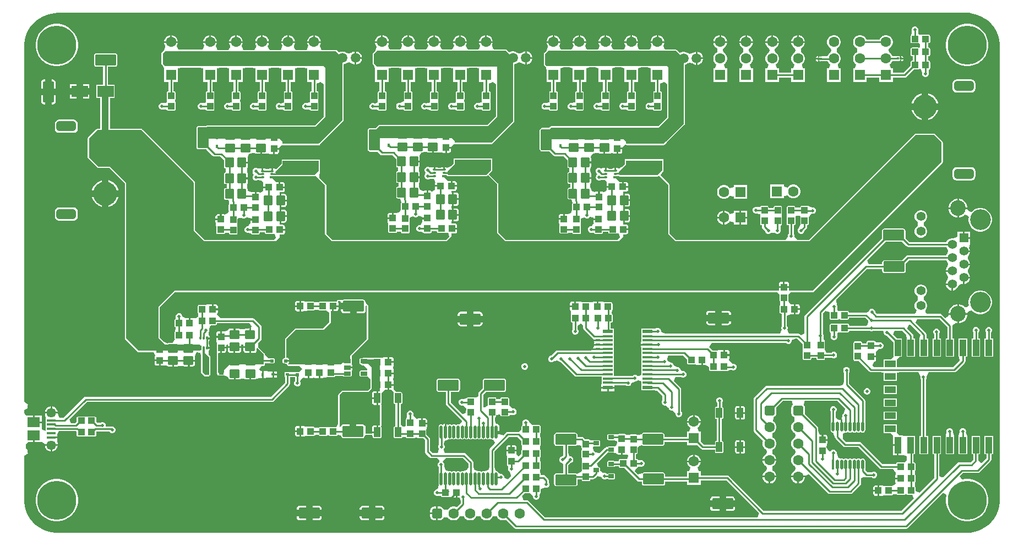
<source format=gbr>
G04*
G04 #@! TF.GenerationSoftware,Altium Limited,Altium Designer,25.1.2 (22)*
G04*
G04 Layer_Physical_Order=1*
G04 Layer_Color=204*
%FSLAX44Y44*%
%MOMM*%
G71*
G04*
G04 #@! TF.SameCoordinates,EAE4AFCB-A03C-4493-83DD-10631851BCDC*
G04*
G04*
G04 #@! TF.FilePolarity,Positive*
G04*
G01*
G75*
%ADD10C,0.2540*%
%ADD21C,0.5000*%
%ADD22O,0.4500X1.5000*%
%ADD23R,0.4500X1.5000*%
G04:AMPARAMS|DCode=24|XSize=3.3mm|YSize=1.7mm|CornerRadius=0.2125mm|HoleSize=0mm|Usage=FLASHONLY|Rotation=180.000|XOffset=0mm|YOffset=0mm|HoleType=Round|Shape=RoundedRectangle|*
%AMROUNDEDRECTD24*
21,1,3.3000,1.2750,0,0,180.0*
21,1,2.8750,1.7000,0,0,180.0*
1,1,0.4250,-1.4375,0.6375*
1,1,0.4250,1.4375,0.6375*
1,1,0.4250,1.4375,-0.6375*
1,1,0.4250,-1.4375,-0.6375*
%
%ADD24ROUNDEDRECTD24*%
G04:AMPARAMS|DCode=25|XSize=3.3mm|YSize=1.7mm|CornerRadius=0.2125mm|HoleSize=0mm|Usage=FLASHONLY|Rotation=90.000|XOffset=0mm|YOffset=0mm|HoleType=Round|Shape=RoundedRectangle|*
%AMROUNDEDRECTD25*
21,1,3.3000,1.2750,0,0,90.0*
21,1,2.8750,1.7000,0,0,90.0*
1,1,0.4250,0.6375,1.4375*
1,1,0.4250,0.6375,-1.4375*
1,1,0.4250,-0.6375,-1.4375*
1,1,0.4250,-0.6375,1.4375*
%
%ADD25ROUNDEDRECTD25*%
G04:AMPARAMS|DCode=26|XSize=1mm|YSize=1.1mm|CornerRadius=0.075mm|HoleSize=0mm|Usage=FLASHONLY|Rotation=0.000|XOffset=0mm|YOffset=0mm|HoleType=Round|Shape=RoundedRectangle|*
%AMROUNDEDRECTD26*
21,1,1.0000,0.9500,0,0,0.0*
21,1,0.8500,1.1000,0,0,0.0*
1,1,0.1500,0.4250,-0.4750*
1,1,0.1500,-0.4250,-0.4750*
1,1,0.1500,-0.4250,0.4750*
1,1,0.1500,0.4250,0.4750*
%
%ADD26ROUNDEDRECTD26*%
G04:AMPARAMS|DCode=27|XSize=1mm|YSize=1.1mm|CornerRadius=0.075mm|HoleSize=0mm|Usage=FLASHONLY|Rotation=90.000|XOffset=0mm|YOffset=0mm|HoleType=Round|Shape=RoundedRectangle|*
%AMROUNDEDRECTD27*
21,1,1.0000,0.9500,0,0,90.0*
21,1,0.8500,1.1000,0,0,90.0*
1,1,0.1500,0.4750,0.4250*
1,1,0.1500,0.4750,-0.4250*
1,1,0.1500,-0.4750,-0.4250*
1,1,0.1500,-0.4750,0.4250*
%
%ADD27ROUNDEDRECTD27*%
%ADD28R,1.6000X0.4000*%
%ADD29R,1.6000X0.6000*%
G04:AMPARAMS|DCode=30|XSize=1.1mm|YSize=1mm|CornerRadius=0.075mm|HoleSize=0mm|Usage=FLASHONLY|Rotation=180.000|XOffset=0mm|YOffset=0mm|HoleType=Round|Shape=RoundedRectangle|*
%AMROUNDEDRECTD30*
21,1,1.1000,0.8500,0,0,180.0*
21,1,0.9500,1.0000,0,0,180.0*
1,1,0.1500,-0.4750,0.4250*
1,1,0.1500,0.4750,0.4250*
1,1,0.1500,0.4750,-0.4250*
1,1,0.1500,-0.4750,-0.4250*
%
%ADD30ROUNDEDRECTD30*%
G04:AMPARAMS|DCode=31|XSize=1.1mm|YSize=1mm|CornerRadius=0.075mm|HoleSize=0mm|Usage=FLASHONLY|Rotation=270.000|XOffset=0mm|YOffset=0mm|HoleType=Round|Shape=RoundedRectangle|*
%AMROUNDEDRECTD31*
21,1,1.1000,0.8500,0,0,270.0*
21,1,0.9500,1.0000,0,0,270.0*
1,1,0.1500,-0.4250,-0.4750*
1,1,0.1500,-0.4250,0.4750*
1,1,0.1500,0.4250,0.4750*
1,1,0.1500,0.4250,-0.4750*
%
%ADD31ROUNDEDRECTD31*%
%ADD32R,1.0000X2.5000*%
%ADD33R,1.7500X1.0000*%
%ADD34O,0.4500X2.0000*%
G04:AMPARAMS|DCode=35|XSize=0.59mm|YSize=0.45mm|CornerRadius=0.0338mm|HoleSize=0mm|Usage=FLASHONLY|Rotation=180.000|XOffset=0mm|YOffset=0mm|HoleType=Round|Shape=RoundedRectangle|*
%AMROUNDEDRECTD35*
21,1,0.5900,0.3825,0,0,180.0*
21,1,0.5225,0.4500,0,0,180.0*
1,1,0.0675,-0.2612,0.1913*
1,1,0.0675,0.2612,0.1913*
1,1,0.0675,0.2612,-0.1913*
1,1,0.0675,-0.2612,-0.1913*
%
%ADD35ROUNDEDRECTD35*%
G04:AMPARAMS|DCode=36|XSize=1.55mm|YSize=1mm|CornerRadius=0.075mm|HoleSize=0mm|Usage=FLASHONLY|Rotation=90.000|XOffset=0mm|YOffset=0mm|HoleType=Round|Shape=RoundedRectangle|*
%AMROUNDEDRECTD36*
21,1,1.5500,0.8500,0,0,90.0*
21,1,1.4000,1.0000,0,0,90.0*
1,1,0.1500,0.4250,0.7000*
1,1,0.1500,0.4250,-0.7000*
1,1,0.1500,-0.4250,-0.7000*
1,1,0.1500,-0.4250,0.7000*
%
%ADD36ROUNDEDRECTD36*%
%ADD37R,0.4000X0.4800*%
%ADD38O,0.6700X0.3000*%
%ADD39R,0.6700X0.3000*%
%ADD40R,5.6000X1.6500*%
G04:AMPARAMS|DCode=41|XSize=1.1mm|YSize=1mm|CornerRadius=0.1mm|HoleSize=0mm|Usage=FLASHONLY|Rotation=180.000|XOffset=0mm|YOffset=0mm|HoleType=Round|Shape=RoundedRectangle|*
%AMROUNDEDRECTD41*
21,1,1.1000,0.8000,0,0,180.0*
21,1,0.9000,1.0000,0,0,180.0*
1,1,0.2000,-0.4500,0.4000*
1,1,0.2000,0.4500,0.4000*
1,1,0.2000,0.4500,-0.4000*
1,1,0.2000,-0.4500,-0.4000*
%
%ADD41ROUNDEDRECTD41*%
G04:AMPARAMS|DCode=42|XSize=1.3mm|YSize=1.5mm|CornerRadius=0.0975mm|HoleSize=0mm|Usage=FLASHONLY|Rotation=180.000|XOffset=0mm|YOffset=0mm|HoleType=Round|Shape=RoundedRectangle|*
%AMROUNDEDRECTD42*
21,1,1.3000,1.3050,0,0,180.0*
21,1,1.1050,1.5000,0,0,180.0*
1,1,0.1950,-0.5525,0.6525*
1,1,0.1950,0.5525,0.6525*
1,1,0.1950,0.5525,-0.6525*
1,1,0.1950,-0.5525,-0.6525*
%
%ADD42ROUNDEDRECTD42*%
G04:AMPARAMS|DCode=43|XSize=1.3mm|YSize=1.5mm|CornerRadius=0.0975mm|HoleSize=0mm|Usage=FLASHONLY|Rotation=90.000|XOffset=0mm|YOffset=0mm|HoleType=Round|Shape=RoundedRectangle|*
%AMROUNDEDRECTD43*
21,1,1.3000,1.3050,0,0,90.0*
21,1,1.1050,1.5000,0,0,90.0*
1,1,0.1950,0.6525,0.5525*
1,1,0.1950,0.6525,-0.5525*
1,1,0.1950,-0.6525,-0.5525*
1,1,0.1950,-0.6525,0.5525*
%
%ADD43ROUNDEDRECTD43*%
%ADD44R,2.5000X1.7000*%
G04:AMPARAMS|DCode=45|XSize=0.6mm|YSize=0.9mm|CornerRadius=0.045mm|HoleSize=0mm|Usage=FLASHONLY|Rotation=270.000|XOffset=0mm|YOffset=0mm|HoleType=Round|Shape=RoundedRectangle|*
%AMROUNDEDRECTD45*
21,1,0.6000,0.8100,0,0,270.0*
21,1,0.5100,0.9000,0,0,270.0*
1,1,0.0900,-0.4050,-0.2550*
1,1,0.0900,-0.4050,0.2550*
1,1,0.0900,0.4050,0.2550*
1,1,0.0900,0.4050,-0.2550*
%
%ADD45ROUNDEDRECTD45*%
G04:AMPARAMS|DCode=46|XSize=1.1mm|YSize=1mm|CornerRadius=0.1mm|HoleSize=0mm|Usage=FLASHONLY|Rotation=90.000|XOffset=0mm|YOffset=0mm|HoleType=Round|Shape=RoundedRectangle|*
%AMROUNDEDRECTD46*
21,1,1.1000,0.8000,0,0,90.0*
21,1,0.9000,1.0000,0,0,90.0*
1,1,0.2000,0.4000,0.4500*
1,1,0.2000,0.4000,-0.4500*
1,1,0.2000,-0.4000,-0.4500*
1,1,0.2000,-0.4000,0.4500*
%
%ADD46ROUNDEDRECTD46*%
%ADD47R,1.3500X0.4000*%
%ADD48R,1.9000X1.5000*%
%ADD49R,0.5900X0.4500*%
G04:AMPARAMS|DCode=50|XSize=0.59mm|YSize=0.45mm|CornerRadius=0.0338mm|HoleSize=0mm|Usage=FLASHONLY|Rotation=90.000|XOffset=0mm|YOffset=0mm|HoleType=Round|Shape=RoundedRectangle|*
%AMROUNDEDRECTD50*
21,1,0.5900,0.3825,0,0,90.0*
21,1,0.5225,0.4500,0,0,90.0*
1,1,0.0675,0.1913,0.2612*
1,1,0.0675,0.1913,-0.2612*
1,1,0.0675,-0.1913,-0.2612*
1,1,0.0675,-0.1913,0.2612*
%
%ADD50ROUNDEDRECTD50*%
G04:AMPARAMS|DCode=51|XSize=1.1mm|YSize=0.6mm|CornerRadius=0.03mm|HoleSize=0mm|Usage=FLASHONLY|Rotation=0.000|XOffset=0mm|YOffset=0mm|HoleType=Round|Shape=RoundedRectangle|*
%AMROUNDEDRECTD51*
21,1,1.1000,0.5400,0,0,0.0*
21,1,1.0400,0.6000,0,0,0.0*
1,1,0.0600,0.5200,-0.2700*
1,1,0.0600,-0.5200,-0.2700*
1,1,0.0600,-0.5200,0.2700*
1,1,0.0600,0.5200,0.2700*
%
%ADD51ROUNDEDRECTD51*%
%ADD52R,0.3000X0.6700*%
%ADD53O,0.3000X0.6700*%
%ADD54R,0.8000X2.7000*%
%ADD55R,0.4500X0.5900*%
%ADD94C,1.6000*%
G04:AMPARAMS|DCode=106|XSize=0.4mm|YSize=0.3mm|CornerRadius=0.0225mm|HoleSize=0mm|Usage=FLASHONLY|Rotation=180.000|XOffset=0mm|YOffset=0mm|HoleType=Round|Shape=RoundedRectangle|*
%AMROUNDEDRECTD106*
21,1,0.4000,0.2550,0,0,180.0*
21,1,0.3550,0.3000,0,0,180.0*
1,1,0.0450,-0.1775,0.1275*
1,1,0.0450,0.1775,0.1275*
1,1,0.0450,0.1775,-0.1275*
1,1,0.0450,-0.1775,-0.1275*
%
%ADD106ROUNDEDRECTD106*%
%ADD107C,1.0160*%
%ADD108R,1.6000X1.6000*%
%ADD109R,1.6000X1.6000*%
%ADD110C,1.5000*%
G04:AMPARAMS|DCode=111|XSize=1.6mm|YSize=1.6mm|CornerRadius=0.4mm|HoleSize=0mm|Usage=FLASHONLY|Rotation=270.000|XOffset=0mm|YOffset=0mm|HoleType=Round|Shape=RoundedRectangle|*
%AMROUNDEDRECTD111*
21,1,1.6000,0.8000,0,0,270.0*
21,1,0.8000,1.6000,0,0,270.0*
1,1,0.8000,-0.4000,-0.4000*
1,1,0.8000,-0.4000,0.4000*
1,1,0.8000,0.4000,0.4000*
1,1,0.8000,0.4000,-0.4000*
%
%ADD111ROUNDEDRECTD111*%
G04:AMPARAMS|DCode=112|XSize=1.5mm|YSize=3mm|CornerRadius=0.375mm|HoleSize=0mm|Usage=FLASHONLY|Rotation=270.000|XOffset=0mm|YOffset=0mm|HoleType=Round|Shape=RoundedRectangle|*
%AMROUNDEDRECTD112*
21,1,1.5000,2.2500,0,0,270.0*
21,1,0.7500,3.0000,0,0,270.0*
1,1,0.7500,-1.1250,-0.3750*
1,1,0.7500,-1.1250,0.3750*
1,1,0.7500,1.1250,0.3750*
1,1,0.7500,1.1250,-0.3750*
%
%ADD112ROUNDEDRECTD112*%
%ADD113C,3.7000*%
%ADD114C,6.0000*%
%ADD115C,1.4080*%
%ADD116R,1.4080X1.4080*%
%ADD117C,2.4000*%
%ADD118C,3.2000*%
%ADD119C,1.4500*%
G04:AMPARAMS|DCode=120|XSize=1.6mm|YSize=1.6mm|CornerRadius=0.4mm|HoleSize=0mm|Usage=FLASHONLY|Rotation=0.000|XOffset=0mm|YOffset=0mm|HoleType=Round|Shape=RoundedRectangle|*
%AMROUNDEDRECTD120*
21,1,1.6000,0.8000,0,0,0.0*
21,1,0.8000,1.6000,0,0,0.0*
1,1,0.8000,0.4000,-0.4000*
1,1,0.8000,-0.4000,-0.4000*
1,1,0.8000,-0.4000,0.4000*
1,1,0.8000,0.4000,0.4000*
%
%ADD120ROUNDEDRECTD120*%
%ADD121C,0.5000*%
G36*
X1558969Y899130D02*
X1565427Y897399D01*
X1571604Y894841D01*
X1577394Y891498D01*
X1582698Y887428D01*
X1587426Y882700D01*
X1591496Y877396D01*
X1594838Y871606D01*
X1597397Y865429D01*
X1599127Y858971D01*
X1600000Y852343D01*
Y849000D01*
X1600000D01*
X1600000Y594000D01*
X1600000Y201250D01*
X1600000Y150500D01*
X1599967Y147178D01*
X1599041Y140599D01*
X1597269Y134196D01*
X1594682Y128077D01*
X1591322Y122345D01*
X1587247Y117097D01*
X1582527Y112422D01*
X1577239Y108399D01*
X1571474Y105096D01*
X1565330Y102568D01*
X1558910Y100859D01*
X1554862Y100330D01*
X1549000Y99998D01*
X1549000Y99998D01*
X151000Y99998D01*
X147657D01*
X141028Y100870D01*
X134571Y102601D01*
X128394Y105159D01*
X122604Y108502D01*
X117300Y112572D01*
X112572Y117300D01*
X108502Y122604D01*
X105159Y128394D01*
X102601Y134571D01*
X100870Y141028D01*
X99998Y147657D01*
Y151000D01*
X99998D01*
Y218843D01*
X105253Y222266D01*
X105562Y222467D01*
X105997Y222414D01*
X107045Y220845D01*
X109043Y219510D01*
X109900Y219340D01*
Y224200D01*
X113130D01*
Y224200D01*
X104900D01*
Y228364D01*
X102306Y230053D01*
X102007Y236821D01*
X105997Y240160D01*
X113130D01*
Y250200D01*
X115670D01*
Y240160D01*
X125920D01*
X127054Y239878D01*
X131610Y236489D01*
Y236470D01*
X141400D01*
X151190D01*
Y236489D01*
X151099Y236829D01*
X150690Y242660D01*
X150690D01*
Y245930D01*
X141400D01*
Y248470D01*
X150690D01*
Y251740D01*
X153453Y256595D01*
X179701D01*
X180386Y255910D01*
Y250610D01*
X180561Y249732D01*
X181058Y248988D01*
X181802Y248491D01*
X182680Y248316D01*
X190840D01*
X192180Y248316D01*
X195430Y248417D01*
X198680Y248316D01*
X200020Y248316D01*
X208180D01*
X209058Y248491D01*
X209802Y248988D01*
X210299Y249732D01*
X210474Y250610D01*
Y255944D01*
X210753Y256362D01*
X210757Y256365D01*
X230411D01*
X230651Y255788D01*
X232068Y254370D01*
X233921Y253603D01*
X235926D01*
X237778Y254370D01*
X239196Y255788D01*
X239963Y257640D01*
Y259645D01*
X239196Y261498D01*
X237778Y262915D01*
X235926Y263683D01*
X234371D01*
X234137Y263839D01*
X232651Y264135D01*
X225624D01*
X225259Y264681D01*
Y266686D01*
X224492Y268538D01*
X223074Y269956D01*
X221222Y270723D01*
X219217D01*
X217365Y269956D01*
X216977Y269568D01*
X211966D01*
X211269Y270264D01*
X211249Y270367D01*
X210474Y271526D01*
Y276860D01*
X210299Y277738D01*
X209802Y278482D01*
X209058Y278979D01*
X208180Y279154D01*
X200020D01*
X198680Y279154D01*
X195430Y279053D01*
X192180Y279154D01*
X190840Y279154D01*
X182680D01*
X181802Y278979D01*
X181058Y278482D01*
X180561Y277738D01*
X180386Y276860D01*
Y271560D01*
X177961Y269135D01*
X171864D01*
X169378Y275135D01*
X195859Y301615D01*
X480750D01*
X482237Y301911D01*
X483497Y302753D01*
X507397Y326653D01*
X508239Y327913D01*
X508535Y329400D01*
Y339665D01*
X516065D01*
Y333443D01*
X515727Y333105D01*
X514960Y331253D01*
Y329248D01*
X515727Y327395D01*
X517145Y325977D01*
X518997Y325210D01*
X521003D01*
X522855Y325977D01*
X524273Y327395D01*
X525040Y329248D01*
Y331253D01*
X524273Y333105D01*
X526805Y337246D01*
X530082Y339348D01*
X531171Y338621D01*
X532454Y338366D01*
X535434D01*
Y346470D01*
X537974D01*
Y338366D01*
X540954D01*
X541247Y338424D01*
X542548Y338630D01*
X545204Y338707D01*
X547860Y338630D01*
X549162Y338424D01*
X549454Y338366D01*
X552434D01*
Y346470D01*
X554974D01*
Y338366D01*
X557954D01*
X559238Y338621D01*
X559660Y338903D01*
X559661Y338903D01*
X562079Y339472D01*
X566050Y339752D01*
X566555Y339683D01*
X567044Y339586D01*
X575544D01*
X576422Y339761D01*
X577166Y340258D01*
X577664Y341002D01*
X577726Y341315D01*
X589831D01*
X589907Y341202D01*
X590502Y340804D01*
X591204Y340665D01*
X601604D01*
X602307Y340804D01*
X602902Y341202D01*
X603300Y341798D01*
X603440Y342500D01*
Y347900D01*
X603300Y348602D01*
X603652Y349952D01*
X604280Y350892D01*
X604500Y352000D01*
Y353430D01*
X596404D01*
Y355970D01*
X604500D01*
Y357400D01*
X604280Y358508D01*
X603652Y359448D01*
X603300Y360798D01*
X603440Y361500D01*
Y366900D01*
X603300Y367602D01*
X603289Y367618D01*
Y372405D01*
X628192Y397308D01*
X628634Y397970D01*
X628789Y398750D01*
Y444880D01*
X628789Y446644D01*
X628789Y446645D01*
X628789Y449331D01*
X628789Y449331D01*
X628760Y449478D01*
X628768Y449628D01*
X628767Y449629D01*
X628683Y449865D01*
X628634Y450112D01*
X628551Y450236D01*
X628500Y450378D01*
X628500D01*
X628332Y450564D01*
X628192Y450773D01*
X628192Y450773D01*
X628192Y450773D01*
X628067Y450857D01*
X627966Y450968D01*
X627568Y451264D01*
X627275Y451403D01*
X626992Y451563D01*
X626917Y451573D01*
X626849Y451605D01*
X626849Y451605D01*
X626525Y451621D01*
X626203Y451661D01*
X626203Y451661D01*
X623851Y456590D01*
X623740Y456839D01*
X622938Y458038D01*
X621739Y458840D01*
X620325Y459121D01*
X591575D01*
X590161Y458840D01*
X588102Y458152D01*
X586993Y458298D01*
X586993Y458298D01*
X586992Y458298D01*
X586896Y458328D01*
X586812Y458384D01*
X586812Y458384D01*
X586518Y458442D01*
X586231Y458529D01*
X586131Y458520D01*
X586031Y458539D01*
X582765D01*
X582439Y458475D01*
X582110Y458431D01*
X582051Y458397D01*
X581984Y458384D01*
X581708Y458200D01*
X581421Y458034D01*
X581421D01*
X581379Y457980D01*
X581323Y457942D01*
X581323D01*
X581138Y457666D01*
X580936Y457403D01*
X580309Y456133D01*
X580240Y455875D01*
X580137Y455628D01*
X580025Y455536D01*
X579430Y455654D01*
X571270D01*
X569930Y455654D01*
X566680Y455553D01*
X563430Y455654D01*
X562090Y455654D01*
X553930D01*
X553052Y455479D01*
X552308Y454982D01*
X548942Y454696D01*
X545881Y455184D01*
X545802Y455302D01*
X544975Y455855D01*
X544000Y456049D01*
X537220D01*
X536164Y456049D01*
X535998Y456049D01*
X533070Y456194D01*
X529381Y456835D01*
X528000Y457109D01*
X525270D01*
Y449000D01*
Y440891D01*
X528000D01*
X529381Y441165D01*
X533070Y441806D01*
X535998Y441951D01*
X536164Y441951D01*
X537220Y441951D01*
X544000D01*
X544975Y442145D01*
X545802Y442698D01*
X545915Y442866D01*
X548777Y443408D01*
X552308Y443238D01*
X553052Y442741D01*
X553930Y442566D01*
X562090D01*
X563430Y442566D01*
X563896Y442481D01*
X569211Y439350D01*
Y424595D01*
X559405Y414789D01*
X517500D01*
X516720Y414634D01*
X516058Y414192D01*
X516058Y414192D01*
X501558Y399692D01*
X501116Y399030D01*
X500961Y398250D01*
Y370500D01*
X499411Y368958D01*
X498371Y368493D01*
X497763Y368087D01*
X497357Y367480D01*
X497214Y366763D01*
Y362938D01*
X497357Y362221D01*
X497763Y361613D01*
X498371Y361207D01*
X499087Y361064D01*
X499088Y361064D01*
X503445Y360138D01*
X503445Y360138D01*
X503489Y359934D01*
X503494Y359726D01*
X503573Y359549D01*
X503614Y359361D01*
X504127Y358185D01*
X504343Y357874D01*
X504554Y357558D01*
X504570Y357547D01*
X504581Y357532D01*
X504900Y357327D01*
X505216Y357116D01*
Y357116D01*
X505235Y357112D01*
X505251Y357102D01*
X505251Y357102D01*
X505624Y357035D01*
X505996Y356961D01*
X505996Y356961D01*
X507992Y356961D01*
X522947D01*
X526894Y351685D01*
X526833Y351483D01*
X522529Y347443D01*
X521813Y347586D01*
X517988D01*
X517271Y347443D01*
X517257Y347435D01*
X509415D01*
X509100Y347750D01*
Y347750D01*
X504650Y347885D01*
X500200Y347750D01*
X500200Y340250D01*
X500765D01*
Y331009D01*
X479141Y309385D01*
X194250D01*
X192763Y309089D01*
X191503Y308247D01*
X160341Y277085D01*
X154947D01*
X153337Y278663D01*
X150969Y283085D01*
X151190Y283911D01*
Y283930D01*
X141400D01*
X131610D01*
Y283911D01*
X132056Y282247D01*
X133150Y276700D01*
X133150D01*
Y269700D01*
Y257561D01*
X132440Y256954D01*
X126440Y259721D01*
Y268930D01*
X114400D01*
Y270200D01*
X113130D01*
Y280240D01*
X105997D01*
X102360Y280240D01*
X99998Y285261D01*
X99998Y288843D01*
X104900Y292036D01*
Y296200D01*
X113130D01*
Y296200D01*
X109900D01*
Y301060D01*
X109043Y300889D01*
X107045Y299555D01*
X106289Y298423D01*
X105997Y297986D01*
X105562Y297933D01*
X99998Y301557D01*
X99997Y849000D01*
X100000D01*
Y852343D01*
X100873Y858971D01*
X102603Y865429D01*
X105162Y871606D01*
X108504Y877396D01*
X112575Y882700D01*
X117302Y887428D01*
X122606Y891498D01*
X128396Y894841D01*
X134573Y897399D01*
X141031Y899130D01*
X145140Y899671D01*
X151002Y900002D01*
X151005Y900000D01*
X157001Y900000D01*
X1548995D01*
X1548997Y900002D01*
X1552340D01*
X1558969Y899130D01*
D02*
G37*
G36*
X586837Y455518D02*
X586819Y455425D01*
Y454130D01*
X605950D01*
Y449050D01*
X611030D01*
Y437919D01*
X620325D01*
X622145Y438281D01*
X623688Y439312D01*
X624719Y440855D01*
X625081Y442675D01*
Y448989D01*
X626351Y449628D01*
X626750Y449331D01*
Y398750D01*
X601250Y373250D01*
Y363500D01*
X599750Y362000D01*
X589500D01*
X586500Y359000D01*
X505996D01*
X505483Y360176D01*
X505500Y360270D01*
X506387Y360863D01*
X507023Y361815D01*
X507246Y362938D01*
Y363580D01*
X501700D01*
Y366120D01*
X507246D01*
Y366763D01*
X507023Y367885D01*
X506387Y368837D01*
X505435Y369473D01*
X504313Y369696D01*
X503333D01*
X503000Y370500D01*
Y398250D01*
X517500Y412750D01*
X560250D01*
X571250Y423750D01*
Y441506D01*
X573410D01*
Y449110D01*
X574680D01*
Y450380D01*
X582785D01*
Y453360D01*
X582529Y454644D01*
X582137Y455230D01*
X582765Y456500D01*
X586031D01*
X586837Y455518D01*
D02*
G37*
%LPC*%
G36*
X1074888Y865690D02*
X1074770D01*
Y856420D01*
X1084040D01*
Y856538D01*
X1083322Y859218D01*
X1081934Y861622D01*
X1079972Y863584D01*
X1077568Y864972D01*
X1074888Y865690D01*
D02*
G37*
G36*
X1072230D02*
X1072112D01*
X1069432Y864972D01*
X1067028Y863584D01*
X1065066Y861622D01*
X1063678Y859218D01*
X1062960Y856538D01*
Y856420D01*
X1072230D01*
Y865690D01*
D02*
G37*
G36*
X1211388D02*
X1211270D01*
Y856420D01*
X1220540D01*
Y856538D01*
X1219822Y859218D01*
X1218434Y861622D01*
X1216472Y863584D01*
X1214068Y864972D01*
X1211388Y865690D01*
D02*
G37*
G36*
X954888D02*
X954770D01*
Y856420D01*
X964040D01*
Y856538D01*
X963322Y859218D01*
X961934Y861622D01*
X959972Y863584D01*
X957568Y864972D01*
X954888Y865690D01*
D02*
G37*
G36*
X914888D02*
X914770D01*
Y856420D01*
X924040D01*
Y856538D01*
X923322Y859218D01*
X921934Y861622D01*
X919972Y863584D01*
X917568Y864972D01*
X914888Y865690D01*
D02*
G37*
G36*
X811388D02*
X811270D01*
Y856420D01*
X820540D01*
Y856538D01*
X819822Y859218D01*
X818434Y861622D01*
X816472Y863584D01*
X814068Y864972D01*
X811388Y865690D01*
D02*
G37*
G36*
X1208730D02*
X1208612D01*
X1205932Y864972D01*
X1203528Y863584D01*
X1201566Y861622D01*
X1200178Y859218D01*
X1199460Y856538D01*
Y856420D01*
X1208730D01*
Y865690D01*
D02*
G37*
G36*
X952230D02*
X952112D01*
X949432Y864972D01*
X947028Y863584D01*
X945066Y861622D01*
X943678Y859218D01*
X942960Y856538D01*
Y856420D01*
X952230D01*
Y865690D01*
D02*
G37*
G36*
X912230D02*
X912112D01*
X909432Y864972D01*
X907028Y863584D01*
X905066Y861622D01*
X903678Y859218D01*
X902960Y856538D01*
Y856420D01*
X912230D01*
Y865690D01*
D02*
G37*
G36*
X808730D02*
X808612D01*
X805932Y864972D01*
X803528Y863584D01*
X801566Y861622D01*
X800178Y859218D01*
X799460Y856538D01*
Y856420D01*
X808730D01*
Y865690D01*
D02*
G37*
G36*
X1291388D02*
X1291270D01*
Y856420D01*
X1300540D01*
Y856538D01*
X1299822Y859218D01*
X1298434Y861622D01*
X1296472Y863584D01*
X1294068Y864972D01*
X1291388Y865690D01*
D02*
G37*
G36*
X1251388D02*
X1251270D01*
Y856420D01*
X1260540D01*
Y856538D01*
X1259822Y859218D01*
X1258434Y861622D01*
X1256472Y863584D01*
X1254068Y864972D01*
X1251388Y865690D01*
D02*
G37*
G36*
X994888D02*
X994770D01*
Y856420D01*
X1004040D01*
Y856538D01*
X1003322Y859218D01*
X1001934Y861622D01*
X999972Y863584D01*
X997568Y864972D01*
X994888Y865690D01*
D02*
G37*
G36*
X691388D02*
X691270D01*
Y856420D01*
X700540D01*
Y856538D01*
X699822Y859218D01*
X698434Y861622D01*
X696472Y863584D01*
X694068Y864972D01*
X691388Y865690D01*
D02*
G37*
G36*
X651388D02*
X651270D01*
Y856420D01*
X660540D01*
Y856538D01*
X659822Y859218D01*
X658434Y861622D01*
X656472Y863584D01*
X654068Y864972D01*
X651388Y865690D01*
D02*
G37*
G36*
X1288730D02*
X1288612D01*
X1285932Y864972D01*
X1283528Y863584D01*
X1281566Y861622D01*
X1280178Y859218D01*
X1279460Y856538D01*
Y856420D01*
X1288730D01*
Y865690D01*
D02*
G37*
G36*
X1248730D02*
X1248612D01*
X1245932Y864972D01*
X1243528Y863584D01*
X1241566Y861622D01*
X1240178Y859218D01*
X1239460Y856538D01*
Y856420D01*
X1248730D01*
Y865690D01*
D02*
G37*
G36*
X992230D02*
X992112D01*
X989432Y864972D01*
X987028Y863584D01*
X985066Y861622D01*
X983678Y859218D01*
X982960Y856538D01*
Y856420D01*
X992230D01*
Y865690D01*
D02*
G37*
G36*
X688730D02*
X688612D01*
X685932Y864972D01*
X683528Y863584D01*
X681566Y861622D01*
X680178Y859218D01*
X679460Y856538D01*
Y856420D01*
X688730D01*
Y865690D01*
D02*
G37*
G36*
X648730D02*
X648612D01*
X645932Y864972D01*
X643528Y863584D01*
X641566Y861622D01*
X640178Y859218D01*
X639460Y856538D01*
Y856420D01*
X648730D01*
Y865690D01*
D02*
G37*
G36*
X1034888D02*
X1034770D01*
Y856420D01*
X1044040D01*
Y856538D01*
X1043322Y859218D01*
X1041934Y861622D01*
X1039972Y863584D01*
X1037568Y864972D01*
X1034888Y865690D01*
D02*
G37*
G36*
X731388D02*
X731270D01*
Y856420D01*
X740540D01*
Y856538D01*
X739822Y859218D01*
X738434Y861622D01*
X736472Y863584D01*
X734068Y864972D01*
X731388Y865690D01*
D02*
G37*
G36*
X1032230D02*
X1032112D01*
X1029432Y864972D01*
X1027028Y863584D01*
X1025066Y861622D01*
X1023678Y859218D01*
X1022960Y856538D01*
Y856420D01*
X1032230D01*
Y865690D01*
D02*
G37*
G36*
X728730D02*
X728612D01*
X725932Y864972D01*
X723528Y863584D01*
X721566Y861622D01*
X720178Y859218D01*
X719460Y856538D01*
Y856420D01*
X728730D01*
Y865690D01*
D02*
G37*
G36*
X1171388D02*
X1171270D01*
Y856420D01*
X1180540D01*
Y856538D01*
X1179822Y859218D01*
X1178434Y861622D01*
X1176472Y863584D01*
X1174068Y864972D01*
X1171388Y865690D01*
D02*
G37*
G36*
X771388D02*
X771270D01*
Y856420D01*
X780540D01*
Y856538D01*
X779822Y859218D01*
X778434Y861622D01*
X776472Y863584D01*
X774068Y864972D01*
X771388Y865690D01*
D02*
G37*
G36*
X1168730D02*
X1168612D01*
X1165932Y864972D01*
X1163528Y863584D01*
X1161566Y861622D01*
X1160178Y859218D01*
X1159460Y856538D01*
Y856420D01*
X1168730D01*
Y865690D01*
D02*
G37*
G36*
X768730D02*
X768612D01*
X765932Y864972D01*
X763528Y863584D01*
X761566Y861622D01*
X760178Y859218D01*
X759460Y856538D01*
Y856420D01*
X768730D01*
Y865690D01*
D02*
G37*
G36*
X506888Y865690D02*
X506770D01*
Y856420D01*
X516040D01*
Y856538D01*
X515322Y859218D01*
X513934Y861622D01*
X511972Y863584D01*
X509568Y864972D01*
X506888Y865690D01*
D02*
G37*
G36*
X504230D02*
X504112D01*
X501432Y864972D01*
X499028Y863584D01*
X497066Y861622D01*
X495678Y859218D01*
X494960Y856538D01*
Y856420D01*
X504230D01*
Y865690D01*
D02*
G37*
G36*
X546888D02*
X546770D01*
Y856420D01*
X556040D01*
Y856538D01*
X555322Y859218D01*
X553934Y861622D01*
X551972Y863584D01*
X549568Y864972D01*
X546888Y865690D01*
D02*
G37*
G36*
X466888D02*
X466770D01*
Y856420D01*
X476040D01*
Y856538D01*
X475322Y859218D01*
X473934Y861622D01*
X471972Y863584D01*
X469568Y864972D01*
X466888Y865690D01*
D02*
G37*
G36*
X544230D02*
X544112D01*
X541432Y864972D01*
X539028Y863584D01*
X537066Y861622D01*
X535678Y859218D01*
X534960Y856538D01*
Y856420D01*
X544230D01*
Y865690D01*
D02*
G37*
G36*
X464230D02*
X464112D01*
X461432Y864972D01*
X459028Y863584D01*
X457066Y861622D01*
X455678Y859218D01*
X454960Y856538D01*
Y856420D01*
X464230D01*
Y865690D01*
D02*
G37*
G36*
X426888D02*
X426770D01*
Y856420D01*
X436040D01*
Y856538D01*
X435322Y859218D01*
X433934Y861622D01*
X431972Y863584D01*
X429568Y864972D01*
X426888Y865690D01*
D02*
G37*
G36*
X386888D02*
X386770D01*
Y856420D01*
X396040D01*
Y856538D01*
X395322Y859218D01*
X393934Y861622D01*
X391972Y863584D01*
X389568Y864972D01*
X386888Y865690D01*
D02*
G37*
G36*
X326888D02*
X326770D01*
Y856420D01*
X336040D01*
Y856538D01*
X335322Y859218D01*
X333934Y861622D01*
X331972Y863584D01*
X329568Y864972D01*
X326888Y865690D01*
D02*
G37*
G36*
X424230D02*
X424112D01*
X421432Y864972D01*
X419028Y863584D01*
X417066Y861622D01*
X415678Y859218D01*
X414960Y856538D01*
Y856420D01*
X424230D01*
Y865690D01*
D02*
G37*
G36*
X384230D02*
X384112D01*
X381432Y864972D01*
X379028Y863584D01*
X377066Y861622D01*
X375678Y859218D01*
X374960Y856538D01*
Y856420D01*
X384230D01*
Y865690D01*
D02*
G37*
G36*
X324230D02*
X324112D01*
X321432Y864972D01*
X319028Y863584D01*
X317066Y861622D01*
X315678Y859218D01*
X314960Y856538D01*
Y856420D01*
X324230D01*
Y865690D01*
D02*
G37*
G36*
X1470502Y879040D02*
X1470502Y879040D01*
X1468497D01*
X1466913Y878384D01*
X1466645Y878273D01*
X1466645Y878273D01*
X1465227Y876855D01*
X1464460Y875003D01*
Y872998D01*
X1464460Y872998D01*
X1464687Y872450D01*
X1464700Y872293D01*
X1464459Y868769D01*
X1463558Y865982D01*
X1463061Y865238D01*
X1462886Y864360D01*
Y855860D01*
X1463061Y854982D01*
X1463558Y854238D01*
X1464302Y853741D01*
X1465180Y853566D01*
X1473340D01*
X1474680Y853566D01*
X1475752Y853599D01*
X1477053Y852076D01*
Y848145D01*
X1475752Y846621D01*
X1474680Y846654D01*
X1473340Y846654D01*
X1465180D01*
X1464302Y846479D01*
X1463558Y845982D01*
X1463061Y845238D01*
X1462886Y844360D01*
Y835860D01*
X1463061Y834982D01*
X1463558Y834238D01*
X1464302Y833741D01*
X1465180Y833566D01*
X1466045D01*
Y826654D01*
X1465180D01*
X1464302Y826479D01*
X1463558Y825982D01*
X1463061Y825238D01*
X1462886Y824360D01*
Y819060D01*
X1452061Y808235D01*
X1435540D01*
Y814890D01*
X1432342D01*
X1430734Y820890D01*
X1431472Y821316D01*
X1433434Y823278D01*
X1434822Y825682D01*
X1434871Y825865D01*
X1442375D01*
X1443862Y826161D01*
X1443986Y826244D01*
X1444546Y825870D01*
X1445625Y825656D01*
X1446130D01*
Y826836D01*
X1446198Y826850D01*
X1446769Y827231D01*
X1447150Y827802D01*
X1447284Y828475D01*
Y829750D01*
Y831025D01*
X1447150Y831698D01*
X1446769Y832269D01*
X1446198Y832651D01*
X1446130Y832664D01*
Y833844D01*
X1445625D01*
X1444546Y833630D01*
X1443986Y833256D01*
X1443862Y833339D01*
X1442375Y833635D01*
X1434871D01*
X1434822Y833818D01*
X1433434Y836222D01*
X1431472Y838184D01*
X1429607Y839261D01*
X1429097Y842450D01*
X1429607Y845639D01*
X1431472Y846716D01*
X1433434Y848678D01*
X1434822Y851082D01*
X1435540Y853762D01*
Y856538D01*
X1434822Y859218D01*
X1433434Y861622D01*
X1431472Y863584D01*
X1429068Y864972D01*
X1426388Y865690D01*
X1423612D01*
X1420932Y864972D01*
X1418528Y863584D01*
X1416566Y861622D01*
X1415178Y859218D01*
X1415129Y859035D01*
X1394871D01*
X1394822Y859218D01*
X1393434Y861622D01*
X1391472Y863584D01*
X1389068Y864972D01*
X1386388Y865690D01*
X1383612D01*
X1380932Y864972D01*
X1378528Y863584D01*
X1376566Y861622D01*
X1375178Y859218D01*
X1374460Y856538D01*
Y853762D01*
X1375178Y851082D01*
X1376566Y848678D01*
X1378528Y846716D01*
X1380393Y845639D01*
X1380903Y842450D01*
X1380393Y839261D01*
X1378528Y838184D01*
X1376566Y836222D01*
X1375178Y833818D01*
X1374460Y831138D01*
Y828362D01*
X1375178Y825682D01*
X1376566Y823278D01*
X1378528Y821316D01*
X1379266Y820890D01*
X1377658Y814890D01*
X1374460D01*
Y793810D01*
X1395540D01*
Y800465D01*
X1414460D01*
Y793810D01*
X1435540D01*
Y800465D01*
X1453670D01*
X1455157Y800761D01*
X1456417Y801603D01*
X1468380Y813566D01*
X1473340D01*
X1474680Y813566D01*
X1477737Y813661D01*
X1477805Y813643D01*
X1478850Y813230D01*
X1480710Y807253D01*
Y805247D01*
X1481477Y803395D01*
X1482895Y801977D01*
X1484747Y801210D01*
X1484748Y801210D01*
X1486752D01*
X1488337Y801866D01*
X1488605Y801977D01*
X1488605Y801977D01*
X1490023Y803395D01*
X1490790Y805247D01*
Y807252D01*
X1490790Y807253D01*
X1490660Y807566D01*
X1490664Y808844D01*
X1491193Y811740D01*
X1492302Y814238D01*
X1492799Y814982D01*
X1492974Y815860D01*
Y824360D01*
X1492799Y825238D01*
X1492302Y825982D01*
X1491558Y826479D01*
X1490680Y826654D01*
X1489815D01*
Y833566D01*
X1490680D01*
X1491558Y833741D01*
X1492302Y834238D01*
X1492799Y834982D01*
X1492974Y835860D01*
Y844360D01*
X1492799Y845238D01*
X1492302Y845982D01*
X1491558Y846479D01*
X1490680Y846654D01*
X1489815D01*
Y853566D01*
X1490680D01*
X1491558Y853741D01*
X1492302Y854238D01*
X1492799Y854982D01*
X1492974Y855860D01*
Y864360D01*
X1492799Y865238D01*
X1492302Y865982D01*
X1491558Y866479D01*
X1490680Y866654D01*
X1482520D01*
X1481180Y866654D01*
X1477930Y866553D01*
X1475993Y866613D01*
X1475100Y868437D01*
X1474470Y871127D01*
X1474398Y872654D01*
X1474540Y872998D01*
Y875003D01*
X1473773Y876855D01*
X1472355Y878273D01*
X1472188Y878342D01*
X1470502Y879040D01*
D02*
G37*
G36*
X1346388Y865690D02*
X1343612D01*
X1340932Y864972D01*
X1338528Y863584D01*
X1336566Y861622D01*
X1335178Y859218D01*
X1334460Y856538D01*
Y853762D01*
X1335178Y851082D01*
X1336566Y848678D01*
X1338528Y846716D01*
X1340393Y845639D01*
X1340903Y842450D01*
X1340393Y839261D01*
X1338528Y838184D01*
X1336566Y836222D01*
X1335178Y833818D01*
X1335062Y833385D01*
X1326592D01*
X1325105Y833089D01*
X1324947Y832983D01*
X1324354Y833380D01*
X1323275Y833594D01*
X1322770D01*
Y832414D01*
X1322702Y832400D01*
X1322131Y832019D01*
X1321750Y831448D01*
X1321616Y830775D01*
Y829500D01*
Y828225D01*
X1321750Y827552D01*
X1322131Y826981D01*
X1322702Y826600D01*
X1322770Y826586D01*
Y825406D01*
X1323275D01*
X1324354Y825620D01*
X1324947Y826017D01*
X1325105Y825911D01*
X1326592Y825615D01*
X1335217D01*
X1336566Y823278D01*
X1338528Y821316D01*
X1339266Y820890D01*
X1337658Y814890D01*
X1334460D01*
Y793810D01*
X1355540D01*
Y814890D01*
X1352342D01*
X1350734Y820890D01*
X1351472Y821316D01*
X1353434Y823278D01*
X1354822Y825682D01*
X1355540Y828362D01*
Y831138D01*
X1354822Y833818D01*
X1353434Y836222D01*
X1351472Y838184D01*
X1349607Y839261D01*
X1349097Y842450D01*
X1349607Y845639D01*
X1351472Y846716D01*
X1353434Y848678D01*
X1354822Y851082D01*
X1355540Y853762D01*
Y856538D01*
X1354822Y859218D01*
X1353434Y861622D01*
X1351472Y863584D01*
X1349068Y864972D01*
X1346388Y865690D01*
D02*
G37*
G36*
X872602Y840940D02*
X872550D01*
Y832170D01*
X881320D01*
Y832222D01*
X880636Y834775D01*
X879314Y837065D01*
X877445Y838934D01*
X875155Y840256D01*
X872602Y840940D01*
D02*
G37*
G36*
X610352Y840690D02*
X610300D01*
Y831920D01*
X619070D01*
Y831972D01*
X618386Y834525D01*
X617064Y836815D01*
X615195Y838684D01*
X612905Y840006D01*
X610352Y840690D01*
D02*
G37*
G36*
X1135102Y840190D02*
X1135050D01*
Y831420D01*
X1143820D01*
Y831472D01*
X1143136Y834025D01*
X1141814Y836315D01*
X1139945Y838184D01*
X1137655Y839506D01*
X1135102Y840190D01*
D02*
G37*
G36*
X1449175Y833844D02*
X1448670D01*
Y831020D01*
X1451994D01*
Y831025D01*
X1451780Y832104D01*
X1451168Y833018D01*
X1450254Y833630D01*
X1449175Y833844D01*
D02*
G37*
G36*
X1320230Y833594D02*
X1319725D01*
X1318646Y833380D01*
X1317732Y832768D01*
X1317120Y831854D01*
X1316906Y830775D01*
Y830770D01*
X1320230D01*
Y833594D01*
D02*
G37*
G36*
X1451994Y828480D02*
X1448670D01*
Y825656D01*
X1449175D01*
X1450254Y825870D01*
X1451168Y826482D01*
X1451780Y827396D01*
X1451994Y828475D01*
Y828480D01*
D02*
G37*
G36*
X1320230Y828230D02*
X1316906D01*
Y828225D01*
X1317120Y827146D01*
X1317732Y826232D01*
X1318646Y825620D01*
X1319725Y825406D01*
X1320230D01*
Y828230D01*
D02*
G37*
G36*
X881320Y829630D02*
X872550D01*
Y820860D01*
X872602D01*
X875155Y821544D01*
X877445Y822866D01*
X879314Y824735D01*
X880636Y827025D01*
X881320Y829578D01*
Y829630D01*
D02*
G37*
G36*
X913500Y855150D02*
D01*
Y853880D01*
X902960D01*
Y853762D01*
X903678Y851082D01*
X904545Y849581D01*
X904656Y848738D01*
X904734Y847426D01*
X903356Y842237D01*
X899421Y838466D01*
X899408Y838447D01*
X899390Y838435D01*
X899181Y838122D01*
X898965Y837814D01*
X898960Y837792D01*
X898948Y837774D01*
X898875Y837405D01*
X898793Y837037D01*
X898797Y837015D01*
X898793Y836993D01*
Y821160D01*
X898948Y820380D01*
X899390Y819718D01*
X899607Y819501D01*
X902312Y815781D01*
X902944Y811419D01*
X902960Y810843D01*
Y793810D01*
X909725D01*
Y779614D01*
X909360D01*
X908482Y779439D01*
X907738Y778942D01*
X907241Y778198D01*
X907066Y777320D01*
Y769160D01*
X907066Y767820D01*
X907167Y764570D01*
X907113Y762828D01*
X901604Y761527D01*
X901253Y761540D01*
X899248D01*
X897395Y760773D01*
X895977Y759355D01*
X895210Y757503D01*
Y755498D01*
X895977Y753645D01*
X897395Y752227D01*
X899248Y751460D01*
X901253D01*
X901571Y751480D01*
X905707Y751087D01*
X907738Y750198D01*
X908482Y749701D01*
X909360Y749526D01*
X917860D01*
X918738Y749701D01*
X919482Y750198D01*
X919979Y750942D01*
X920154Y751820D01*
Y759980D01*
X920154Y761320D01*
X920053Y764570D01*
X920154Y767820D01*
X920154Y769160D01*
Y777320D01*
X919979Y778198D01*
X919482Y778942D01*
X918738Y779439D01*
X917860Y779614D01*
X917495D01*
Y793810D01*
X924040D01*
Y810371D01*
X924040Y814890D01*
X929427Y816371D01*
X937573D01*
X942960Y814890D01*
X942960Y810371D01*
Y793810D01*
X949725D01*
Y779614D01*
X949360D01*
X948482Y779439D01*
X947738Y778942D01*
X947241Y778198D01*
X947066Y777320D01*
Y769160D01*
X947066Y767820D01*
X947167Y764570D01*
X947105Y762593D01*
X946048Y762009D01*
X941503Y761290D01*
X939498D01*
X937645Y760523D01*
X936227Y759105D01*
X935460Y757253D01*
Y755247D01*
X936227Y753395D01*
X937645Y751977D01*
X939498Y751210D01*
X941503D01*
X945731Y751013D01*
X947738Y750198D01*
X948482Y749701D01*
X949360Y749526D01*
X957860D01*
X958738Y749701D01*
X959482Y750198D01*
X959979Y750942D01*
X960154Y751820D01*
Y759980D01*
X960154Y761320D01*
X960053Y764570D01*
X960154Y767820D01*
X960154Y769160D01*
Y777320D01*
X959979Y778198D01*
X959482Y778942D01*
X958738Y779439D01*
X957860Y779614D01*
X957495D01*
Y793810D01*
X964040D01*
Y810371D01*
X964040Y814890D01*
X969427Y816371D01*
X977573D01*
X982960Y814890D01*
X982960Y810371D01*
Y793810D01*
X989725D01*
Y779614D01*
X989360D01*
X988482Y779439D01*
X987738Y778942D01*
X987241Y778198D01*
X987066Y777320D01*
Y769160D01*
X987066Y767820D01*
X987167Y764570D01*
X987113Y762828D01*
X981604Y761527D01*
X981253Y761540D01*
X979248D01*
X977395Y760773D01*
X975977Y759355D01*
X975210Y757503D01*
Y755498D01*
X975977Y753645D01*
X977395Y752227D01*
X979248Y751460D01*
X981253D01*
X981571Y751480D01*
X985707Y751087D01*
X987738Y750198D01*
X988482Y749701D01*
X989360Y749526D01*
X997860D01*
X998738Y749701D01*
X999482Y750198D01*
X999979Y750942D01*
X1000154Y751820D01*
Y759980D01*
X1000154Y761320D01*
X1000053Y764570D01*
X1000154Y767820D01*
X1000154Y769160D01*
Y777320D01*
X999979Y778198D01*
X999482Y778942D01*
X998738Y779439D01*
X997860Y779614D01*
X997495D01*
Y793810D01*
X1004040D01*
Y810371D01*
X1004040Y814890D01*
X1009427Y816371D01*
X1017573D01*
X1022960Y814890D01*
X1022960Y810371D01*
Y793810D01*
X1029725D01*
Y779614D01*
X1029360D01*
X1028482Y779439D01*
X1027738Y778942D01*
X1027241Y778198D01*
X1027066Y777320D01*
Y769160D01*
X1027066Y767820D01*
X1027167Y764570D01*
X1027108Y762676D01*
X1025199Y761869D01*
X1022182Y761383D01*
X1021098Y761397D01*
X1020752Y761540D01*
X1018747D01*
X1016895Y760773D01*
X1015477Y759355D01*
X1014710Y757503D01*
Y755498D01*
X1015477Y753645D01*
X1016895Y752227D01*
X1018747Y751460D01*
X1020752D01*
X1021147Y751624D01*
X1021960Y751650D01*
X1025144Y751223D01*
X1027738Y750198D01*
X1028482Y749701D01*
X1029360Y749526D01*
X1037860D01*
X1038738Y749701D01*
X1039482Y750198D01*
X1039979Y750942D01*
X1040154Y751820D01*
Y759980D01*
X1040154Y761320D01*
X1040053Y764570D01*
X1040154Y767820D01*
X1040154Y769160D01*
Y777320D01*
X1039979Y778198D01*
X1039482Y778942D01*
X1038738Y779439D01*
X1037860Y779614D01*
X1037495D01*
Y793810D01*
X1044040D01*
Y810371D01*
X1044040Y814890D01*
X1049427Y816371D01*
X1057573D01*
X1062960Y814890D01*
X1062960Y810371D01*
Y793810D01*
X1069725D01*
Y779614D01*
X1069360D01*
X1068482Y779439D01*
X1067738Y778942D01*
X1067241Y778198D01*
X1067066Y777320D01*
Y769160D01*
X1067066Y767820D01*
X1067167Y764570D01*
X1067113Y762828D01*
X1061604Y761527D01*
X1061253Y761540D01*
X1059248D01*
X1057395Y760773D01*
X1055977Y759355D01*
X1055210Y757503D01*
Y755498D01*
X1055977Y753645D01*
X1057395Y752227D01*
X1059248Y751460D01*
X1061253D01*
X1061571Y751480D01*
X1065707Y751087D01*
X1067738Y750198D01*
X1068482Y749701D01*
X1069360Y749526D01*
X1077860D01*
X1078738Y749701D01*
X1079482Y750198D01*
X1079979Y750942D01*
X1080154Y751820D01*
Y759980D01*
X1080154Y761320D01*
X1080053Y764570D01*
X1080154Y767820D01*
X1080154Y769160D01*
Y777320D01*
X1079979Y778198D01*
X1079482Y778942D01*
X1078738Y779439D01*
X1077860Y779614D01*
X1077495D01*
Y791335D01*
X1083495Y793430D01*
X1087090Y791686D01*
X1088711Y790601D01*
X1088711Y739345D01*
X1075155Y725789D01*
X910584D01*
X909804Y725634D01*
X909142Y725192D01*
X907002Y723052D01*
X896165D01*
X894751Y722771D01*
X893551Y721970D01*
X892750Y720771D01*
X892469Y719356D01*
Y690606D01*
X892750Y689192D01*
X893551Y687993D01*
X894751Y687192D01*
X896165Y686910D01*
X907117D01*
X913145Y680883D01*
X914405Y680041D01*
X915892Y679745D01*
X929391D01*
X935231Y673904D01*
Y663825D01*
X935424Y662859D01*
X935971Y662040D01*
X936789Y661493D01*
X937755Y661301D01*
X937755Y655378D01*
X936789Y655186D01*
X935971Y654639D01*
X935424Y653821D01*
X935231Y652855D01*
Y639805D01*
X935424Y638839D01*
X935971Y638021D01*
X936789Y637474D01*
X937755Y637281D01*
X939395D01*
Y631248D01*
X937755D01*
X936789Y631056D01*
X935971Y630509D01*
X935424Y629691D01*
X935231Y628725D01*
Y615675D01*
X935424Y614709D01*
X935971Y613891D01*
X936789Y613344D01*
X937755Y613152D01*
X941724D01*
X942592Y610651D01*
X942858Y607242D01*
X942361Y606498D01*
X942186Y605620D01*
Y597120D01*
X942361Y596242D01*
X940748Y592341D01*
X935751Y590465D01*
X934370Y590739D01*
X931140D01*
Y583130D01*
X929870D01*
Y581860D01*
X921761D01*
Y579130D01*
X922035Y577749D01*
X922676Y574060D01*
X922821Y571132D01*
X922821Y570966D01*
X922821Y569910D01*
Y563130D01*
X923015Y562155D01*
X923568Y561328D01*
X924395Y560775D01*
X925370Y560581D01*
X934370D01*
X935345Y560775D01*
X936172Y561328D01*
X936725Y562155D01*
X942626Y562060D01*
X942801Y561182D01*
X943298Y560438D01*
X944042Y559941D01*
X944920Y559766D01*
X953420D01*
X954298Y559941D01*
X955042Y560438D01*
X955539Y561182D01*
X955714Y562060D01*
Y570220D01*
X955714Y571560D01*
X955613Y574810D01*
X955714Y578060D01*
X955714Y579400D01*
Y583569D01*
X958118Y584763D01*
X961714Y585408D01*
X962370Y584752D01*
X963954Y584096D01*
X964222Y583985D01*
X964223Y583985D01*
X966227D01*
X968080Y584752D01*
X969498Y586170D01*
X969498Y586170D01*
X969566Y586334D01*
X975566Y585140D01*
Y584160D01*
X983170D01*
Y581620D01*
X975566D01*
Y578919D01*
X975565Y578140D01*
X975566Y578140D01*
X975738Y577272D01*
X975752Y577183D01*
X973548Y573694D01*
X972150Y572040D01*
X970498D01*
X968645Y571273D01*
X967227Y569855D01*
X966460Y568003D01*
Y565998D01*
X967227Y564145D01*
X968645Y562727D01*
X970498Y561960D01*
X972503D01*
X976170Y561364D01*
X977298Y560518D01*
X978042Y560020D01*
X978920Y559846D01*
X987420D01*
X988298Y560020D01*
X989042Y560518D01*
X989539Y561262D01*
X989714Y562140D01*
Y563165D01*
X997656D01*
Y562800D01*
X997831Y561922D01*
X998328Y561178D01*
X999072Y560681D01*
X999950Y560506D01*
X1008110D01*
X1009450Y560506D01*
X1012700Y560607D01*
X1014247Y560559D01*
X1016206Y554870D01*
X1012840Y551039D01*
X839910D01*
X828679Y562270D01*
X828679Y636925D01*
X828679Y636925D01*
X828524Y637705D01*
X828082Y638367D01*
X814582Y651867D01*
X814569Y651994D01*
X818984Y656408D01*
X819426Y657070D01*
X819581Y657850D01*
Y668350D01*
X819426Y669130D01*
X819160Y669528D01*
Y676410D01*
X760160D01*
Y668076D01*
X755938Y663854D01*
X750153Y661713D01*
X748816Y662606D01*
X747240Y662919D01*
X746660D01*
Y658800D01*
X744120D01*
Y662919D01*
X743540D01*
X741964Y662606D01*
X741590Y662356D01*
X739854Y661713D01*
X736126D01*
X734390Y662356D01*
X734016Y662606D01*
X732440Y662919D01*
X731860D01*
Y658800D01*
X729320D01*
Y662919D01*
X728740D01*
X727164Y662606D01*
X723125Y662471D01*
X721273Y663239D01*
X719268D01*
X719268Y663239D01*
X719000Y663128D01*
X717684Y662582D01*
X717415Y662471D01*
X717415Y662471D01*
X715998Y661054D01*
X715230Y659201D01*
Y657196D01*
X715230Y657196D01*
X715998Y655344D01*
X717262Y653639D01*
X716227Y651705D01*
X715571Y650121D01*
X715460Y649853D01*
X715460Y649852D01*
Y647848D01*
X716116Y646263D01*
X716227Y645995D01*
X716227Y645995D01*
X717645Y644577D01*
X717645Y644577D01*
X719498Y643810D01*
X721502D01*
X721503Y643810D01*
X723355Y644577D01*
X729475Y644353D01*
X730153Y643512D01*
X731616Y640613D01*
X731921Y639334D01*
X731665Y638050D01*
Y635070D01*
X739770D01*
Y632530D01*
X731665D01*
Y629550D01*
X731738Y629184D01*
X731904Y628256D01*
X727142Y625280D01*
X726543Y625652D01*
X726528Y625662D01*
X725454Y626379D01*
X724170Y626634D01*
X721190D01*
Y618530D01*
X718650D01*
Y626634D01*
X715670D01*
X714386Y626379D01*
X713889Y626047D01*
X711151Y626726D01*
X707889Y628356D01*
Y630075D01*
X707616Y631446D01*
X707142Y632156D01*
X706839Y633331D01*
Y637899D01*
X707142Y639074D01*
X707616Y639784D01*
X707889Y641155D01*
Y646410D01*
X698780D01*
Y648950D01*
X707889D01*
Y654205D01*
X707616Y655576D01*
X707193Y656210D01*
X706839Y657528D01*
Y661851D01*
X707193Y663170D01*
X707616Y663803D01*
X707889Y665175D01*
Y670430D01*
X698780D01*
Y672970D01*
X707889D01*
Y678225D01*
X707710Y679121D01*
X707785Y679946D01*
X709899Y684316D01*
X710591Y685121D01*
X711245D01*
X712616Y685394D01*
X712974Y685633D01*
X714724Y686171D01*
X718336D01*
X720086Y685633D01*
X720443Y685394D01*
X721815Y685121D01*
X727070D01*
Y694230D01*
X729610D01*
Y685121D01*
X734865D01*
X735957Y685338D01*
X737148Y685432D01*
X739486Y685528D01*
X742786Y685061D01*
X743353Y684948D01*
X744070Y684806D01*
X747050D01*
Y692910D01*
X748320D01*
Y694180D01*
X755940D01*
X759928Y698178D01*
X761725Y698410D01*
X819160D01*
Y698775D01*
X819734Y699158D01*
X823234Y702658D01*
X823234Y702658D01*
X823621Y703237D01*
X852692Y732308D01*
X852692Y732308D01*
X853134Y732970D01*
X853289Y733750D01*
Y821044D01*
X855155Y821544D01*
X857445Y822866D01*
X861280Y824102D01*
X865115Y822866D01*
X867405Y821544D01*
X869958Y820860D01*
X870010D01*
Y830900D01*
Y840940D01*
X869958D01*
X867405Y840256D01*
X865115Y838934D01*
X861280Y837698D01*
X857445Y838934D01*
X855155Y840256D01*
X852602Y840940D01*
X849958D01*
X847405Y840256D01*
X845644Y839239D01*
X841692Y843192D01*
X841030Y843634D01*
X840250Y843789D01*
X822030D01*
X820391Y846018D01*
X819075Y849789D01*
X819822Y851082D01*
X820540Y853762D01*
Y853880D01*
X810000D01*
X799460D01*
Y853762D01*
X800178Y851082D01*
X800925Y849789D01*
X799609Y846018D01*
X797970Y843789D01*
X782030Y843789D01*
X780391Y846018D01*
X779075Y849789D01*
X779822Y851082D01*
X780540Y853762D01*
Y853880D01*
X770000D01*
X759460D01*
Y853762D01*
X760178Y851082D01*
X760925Y849789D01*
X759609Y846018D01*
X757970Y843789D01*
X742030D01*
X740391Y846018D01*
X739075Y849789D01*
X739822Y851082D01*
X740540Y853762D01*
Y853880D01*
X730000D01*
X719460D01*
Y853762D01*
X720178Y851082D01*
X720925Y849789D01*
X719609Y846018D01*
X717970Y843789D01*
X702030D01*
X700391Y846018D01*
X699075Y849789D01*
X699822Y851082D01*
X700540Y853762D01*
Y853880D01*
X690000D01*
X679460D01*
Y853762D01*
X680178Y851082D01*
X680925Y849789D01*
X679609Y846018D01*
X677970Y843789D01*
X662030D01*
X660391Y846018D01*
X659075Y849789D01*
X659822Y851082D01*
X660540Y853762D01*
Y853880D01*
X650000D01*
X639460D01*
Y853762D01*
X640178Y851082D01*
X641068Y849541D01*
X641344Y848023D01*
X641355Y847607D01*
X640276Y842124D01*
X640174Y841981D01*
X635921Y837905D01*
X635908Y837887D01*
X635890Y837875D01*
X635681Y837561D01*
X635465Y837253D01*
X635460Y837231D01*
X635448Y837213D01*
X635375Y836844D01*
X635293Y836476D01*
X635297Y836454D01*
X635293Y836433D01*
Y822510D01*
X635448Y821730D01*
X635890Y821068D01*
X635890Y821068D01*
X637062Y819897D01*
X639460Y814890D01*
X639460Y810655D01*
Y793810D01*
X646225D01*
Y779614D01*
X645860D01*
X644982Y779439D01*
X644238Y778942D01*
X643740Y778198D01*
X643566Y777320D01*
Y769160D01*
X643566Y767820D01*
X643667Y764570D01*
X643605Y762566D01*
X641606Y761706D01*
X639075Y761123D01*
X637566Y761057D01*
X637002Y761290D01*
X634997D01*
X633145Y760523D01*
X631727Y759105D01*
X630960Y757253D01*
Y755247D01*
X631727Y753395D01*
X633145Y751977D01*
X634997Y751210D01*
X637002D01*
X637699Y751498D01*
X638231Y751528D01*
X641155Y751217D01*
X644238Y750198D01*
X644982Y749701D01*
X645860Y749526D01*
X654360D01*
X655238Y749701D01*
X655982Y750198D01*
X656479Y750942D01*
X656654Y751820D01*
Y759980D01*
X656654Y761320D01*
X656553Y764570D01*
X656654Y767820D01*
X656654Y769160D01*
Y777320D01*
X656479Y778198D01*
X655982Y778942D01*
X655238Y779439D01*
X654360Y779614D01*
X653995D01*
Y793810D01*
X660540D01*
Y809461D01*
X660540Y814890D01*
X666304Y815461D01*
X673696D01*
X679460Y814890D01*
X679460Y809461D01*
Y793810D01*
X686225D01*
Y779614D01*
X685860D01*
X684982Y779439D01*
X684238Y778942D01*
X683741Y778198D01*
X683566Y777320D01*
Y769160D01*
X683566Y767820D01*
X683661Y764763D01*
X683643Y764695D01*
X683303Y763835D01*
X677753Y761790D01*
X675748D01*
X673895Y761023D01*
X672477Y759605D01*
X672477Y759605D01*
X672477Y759605D01*
X672366Y759337D01*
X671710Y757753D01*
Y755748D01*
X671710Y755748D01*
X672477Y753895D01*
X673895Y752477D01*
X675748Y751710D01*
X677753D01*
X678278Y751720D01*
X682312Y751145D01*
X684238Y750198D01*
X684982Y749701D01*
X685860Y749526D01*
X694360D01*
X695238Y749701D01*
X695982Y750198D01*
X696479Y750942D01*
X696654Y751820D01*
Y759980D01*
X696654Y761320D01*
X696553Y764570D01*
X696654Y767820D01*
X696654Y769160D01*
Y777320D01*
X696479Y778198D01*
X695982Y778942D01*
X695238Y779439D01*
X694360Y779614D01*
X693995D01*
Y793810D01*
X700540D01*
Y809461D01*
X700540Y814890D01*
X706304Y815461D01*
X713696D01*
X719460Y814890D01*
X719460Y809461D01*
Y793810D01*
X726225D01*
Y779614D01*
X725860D01*
X724982Y779439D01*
X724238Y778942D01*
X723741Y778198D01*
X723566Y777320D01*
Y769160D01*
X723566Y767820D01*
X723667Y764570D01*
X723598Y762341D01*
X721335Y761664D01*
X719034Y761153D01*
X717566Y761099D01*
X716771Y761429D01*
X716503Y761540D01*
X716502Y761540D01*
X714498D01*
X712645Y760773D01*
X711227Y759355D01*
X711227Y759355D01*
X710460Y757503D01*
Y755498D01*
X710460Y755498D01*
X711227Y753645D01*
X712645Y752227D01*
X714498Y751460D01*
X716503D01*
X717566Y751900D01*
X718901Y751883D01*
X721086Y751458D01*
X723932Y750656D01*
X724238Y750198D01*
X724982Y749701D01*
X725860Y749526D01*
X734360D01*
X735238Y749701D01*
X735982Y750198D01*
X736479Y750942D01*
X736654Y751820D01*
Y759980D01*
X736654Y761320D01*
X736553Y764570D01*
X736654Y767820D01*
X736654Y769160D01*
Y777320D01*
X736479Y778198D01*
X735982Y778942D01*
X735238Y779439D01*
X734360Y779614D01*
X733995D01*
Y793810D01*
X740540D01*
Y809461D01*
X740540Y814890D01*
X746304Y815461D01*
X753696D01*
X759460Y814890D01*
X759460Y809461D01*
Y793810D01*
X766225D01*
Y779614D01*
X765860D01*
X764982Y779439D01*
X764238Y778942D01*
X763741Y778198D01*
X763566Y777320D01*
Y769160D01*
X763566Y767820D01*
X763667Y764570D01*
X763607Y762629D01*
X762113Y761889D01*
X758878Y761276D01*
X757566Y761264D01*
X757503Y761290D01*
X757502Y761290D01*
X755498D01*
X753645Y760523D01*
X752227Y759105D01*
X752227Y759105D01*
X752116Y758837D01*
X751460Y757253D01*
X751460Y757252D01*
Y755248D01*
X751460Y755247D01*
X752116Y753663D01*
X752227Y753395D01*
X752227Y753395D01*
X753645Y751977D01*
X755498Y751210D01*
X757502D01*
X757503Y751210D01*
X757772Y751322D01*
X757918Y751334D01*
X761845Y751070D01*
X764238Y750198D01*
X764982Y749701D01*
X765860Y749526D01*
X774360D01*
X775238Y749701D01*
X775982Y750198D01*
X776479Y750942D01*
X776654Y751820D01*
Y759980D01*
X776654Y761320D01*
X776553Y764570D01*
X776654Y767820D01*
X776654Y769160D01*
Y777320D01*
X776479Y778198D01*
X775982Y778942D01*
X775238Y779439D01*
X774360Y779614D01*
X773995D01*
Y793810D01*
X780540D01*
Y809461D01*
X780540Y814890D01*
X786304Y815461D01*
X793696D01*
X799460Y814890D01*
X799460Y809461D01*
Y793810D01*
X806225D01*
Y779614D01*
X805860D01*
X804982Y779439D01*
X804238Y778942D01*
X803741Y778198D01*
X803566Y777320D01*
Y769160D01*
X803566Y767820D01*
X803667Y764570D01*
X803613Y762828D01*
X798104Y761527D01*
X797753Y761540D01*
X795748D01*
X793895Y760773D01*
X792477Y759355D01*
X791710Y757503D01*
Y755498D01*
X792477Y753645D01*
X793895Y752227D01*
X795748Y751460D01*
X797753D01*
X798071Y751480D01*
X802207Y751087D01*
X804238Y750198D01*
X804982Y749701D01*
X805860Y749526D01*
X814360D01*
X815238Y749701D01*
X815982Y750198D01*
X816479Y750942D01*
X816654Y751820D01*
Y759980D01*
X816654Y761320D01*
X816553Y764570D01*
X816654Y767820D01*
X816654Y769160D01*
Y777320D01*
X816479Y778198D01*
X815982Y778942D01*
X815238Y779439D01*
X814360Y779614D01*
X813995D01*
Y791077D01*
X819995Y793606D01*
X820352Y793513D01*
X825211Y790601D01*
X825211Y741184D01*
X811666Y727639D01*
X645792D01*
X645012Y727484D01*
X644350Y727042D01*
X639929Y722621D01*
X631675D01*
X630261Y722340D01*
X629062Y721538D01*
X628260Y720339D01*
X627979Y718925D01*
Y690175D01*
X628260Y688761D01*
X629062Y687561D01*
X630261Y686760D01*
X631675Y686479D01*
X643090D01*
X647336Y682233D01*
X648597Y681391D01*
X650083Y681095D01*
X665891D01*
X671731Y675254D01*
Y665175D01*
X671924Y664209D01*
X672471Y663390D01*
X673289Y662843D01*
X674255Y662651D01*
X674255Y656728D01*
X673289Y656536D01*
X672471Y655989D01*
X671924Y655171D01*
X671731Y654205D01*
Y641155D01*
X671924Y640189D01*
X672471Y639371D01*
X673289Y638824D01*
X674255Y638632D01*
X675895D01*
Y632598D01*
X674255D01*
X673289Y632406D01*
X672471Y631859D01*
X671924Y631041D01*
X671731Y630075D01*
Y617025D01*
X671924Y616059D01*
X672471Y615241D01*
X673289Y614694D01*
X674255Y614501D01*
X678224D01*
X679092Y612001D01*
X679358Y608592D01*
X678860Y607848D01*
X678686Y606970D01*
Y598470D01*
X678860Y597592D01*
X677248Y593691D01*
X672251Y591815D01*
X670870Y592089D01*
X667640D01*
Y584480D01*
X666370D01*
Y583210D01*
X658261D01*
Y580480D01*
X658535Y579099D01*
X659176Y575410D01*
X659321Y572482D01*
X659321Y572317D01*
X659321Y571260D01*
Y564480D01*
X659515Y563505D01*
X660068Y562678D01*
X660894Y562125D01*
X661870Y561931D01*
X670870D01*
X671845Y562125D01*
X672672Y562678D01*
X673225Y563505D01*
X679126Y563410D01*
X679301Y562532D01*
X679798Y561788D01*
X680542Y561291D01*
X681420Y561116D01*
X689920D01*
X690798Y561291D01*
X691542Y561788D01*
X692039Y562532D01*
X692214Y563410D01*
Y571570D01*
X692214Y572910D01*
X692113Y576160D01*
X692214Y579410D01*
X692214Y580750D01*
Y584919D01*
X694618Y586113D01*
X698214Y586758D01*
X698870Y586102D01*
X700454Y585446D01*
X700723Y585335D01*
X700723Y585335D01*
X702728D01*
X704580Y586102D01*
X705998Y587520D01*
X705998Y587520D01*
X706066Y587684D01*
X712066Y586490D01*
Y585510D01*
X719670D01*
Y582970D01*
X712066D01*
Y580269D01*
X712066Y579490D01*
X712066Y579490D01*
X712238Y578622D01*
X712252Y578533D01*
X710048Y575044D01*
X708650Y573390D01*
X706998D01*
X705145Y572623D01*
X703727Y571205D01*
X702960Y569352D01*
Y567347D01*
X703727Y565495D01*
X705145Y564077D01*
X706998Y563310D01*
X709003D01*
X712670Y562714D01*
X713798Y561868D01*
X714542Y561371D01*
X715420Y561196D01*
X723920D01*
X724798Y561371D01*
X725542Y561868D01*
X726039Y562612D01*
X726214Y563490D01*
Y564515D01*
X734156D01*
Y564150D01*
X734331Y563272D01*
X734828Y562528D01*
X735572Y562031D01*
X736450Y561856D01*
X744610D01*
X745950Y561856D01*
X749200Y561957D01*
X751976Y561871D01*
X752822Y560051D01*
X753687Y555856D01*
X748870Y551039D01*
X573560D01*
X564179Y560420D01*
X564179Y635075D01*
X564179Y635075D01*
X564024Y635855D01*
X563582Y636517D01*
X553484Y646615D01*
X553378Y649087D01*
X554660Y655060D01*
X554660D01*
Y674560D01*
X495660D01*
Y667768D01*
X487566Y659674D01*
X485653Y659863D01*
X484316Y660755D01*
X482740Y661069D01*
X482160D01*
Y656950D01*
X479620D01*
Y661069D01*
X479040D01*
X477464Y660755D01*
X477090Y660506D01*
X475354Y659863D01*
X471626D01*
X469890Y660506D01*
X469516Y660755D01*
X467940Y661069D01*
X467360D01*
Y656950D01*
X464820D01*
Y661069D01*
X464240D01*
X462664Y660755D01*
X458625Y660621D01*
X456773Y661389D01*
X454768D01*
X454768Y661389D01*
X454500Y661278D01*
X452916Y660621D01*
X452916Y660621D01*
X452915Y660621D01*
X451498Y659204D01*
X450842Y657619D01*
X450731Y657351D01*
X450731Y657351D01*
X450731Y657351D01*
Y655346D01*
X451498Y653494D01*
X452762Y651789D01*
X451727Y649855D01*
X450960Y648002D01*
Y645997D01*
X450960Y645997D01*
X451727Y644145D01*
X453145Y642727D01*
X454997Y641960D01*
X457002D01*
X458855Y642727D01*
X464975Y642503D01*
X465653Y641662D01*
X467116Y638763D01*
X467421Y637484D01*
X467166Y636200D01*
Y633220D01*
X475270D01*
Y630680D01*
X467166D01*
Y627700D01*
X467238Y627334D01*
X467404Y626406D01*
X462642Y623430D01*
X462043Y623801D01*
X462028Y623811D01*
X460954Y624529D01*
X459670Y624784D01*
X456690D01*
Y616680D01*
X454150D01*
Y624784D01*
X451170D01*
X449886Y624529D01*
X449389Y624197D01*
X446651Y624875D01*
X443389Y626506D01*
Y628225D01*
X443116Y629596D01*
X442642Y630306D01*
X442339Y631481D01*
Y636049D01*
X442642Y637224D01*
X443116Y637934D01*
X443389Y639305D01*
Y644560D01*
X434280D01*
Y647100D01*
X443389D01*
Y652355D01*
X443116Y653726D01*
X442693Y654360D01*
X442339Y655678D01*
Y660001D01*
X442693Y661320D01*
X443116Y661953D01*
X443389Y663325D01*
Y668579D01*
X434280D01*
Y671120D01*
X443389D01*
Y676375D01*
X443210Y677271D01*
X443285Y678095D01*
X445398Y682466D01*
X446091Y683271D01*
X446745D01*
X448116Y683544D01*
X448474Y683783D01*
X450224Y684321D01*
X453836D01*
X455586Y683783D01*
X455943Y683544D01*
X457315Y683271D01*
X462570D01*
Y692380D01*
X465110D01*
Y683271D01*
X470365D01*
X471457Y683488D01*
X472648Y683582D01*
X474986Y683678D01*
X478286Y683211D01*
X478853Y683098D01*
X479570Y682956D01*
X482550D01*
Y691060D01*
X483820D01*
Y692330D01*
X491440D01*
X495428Y696328D01*
X497225Y696560D01*
X554660D01*
Y698287D01*
X554692Y698308D01*
X558192Y701808D01*
X558192Y701808D01*
X558192Y701808D01*
X590192Y733808D01*
X590634Y734469D01*
X590789Y735250D01*
X590789Y820727D01*
X592905Y821294D01*
X595195Y822616D01*
X599030Y823852D01*
X602865Y822616D01*
X605155Y821294D01*
X607708Y820610D01*
X607760D01*
Y830650D01*
Y840690D01*
X607708D01*
X605155Y840006D01*
X602865Y838684D01*
X599030Y837448D01*
X595195Y838684D01*
X592905Y840006D01*
X590352Y840690D01*
X587708D01*
X585155Y840006D01*
X583711Y839172D01*
X580282Y842602D01*
X579620Y843044D01*
X578840Y843199D01*
X556940D01*
X554835Y847037D01*
X554235Y849199D01*
X555322Y851082D01*
X556040Y853762D01*
Y853880D01*
X545500D01*
X534960D01*
Y853762D01*
X535678Y851082D01*
X536765Y849199D01*
X536165Y847037D01*
X534060Y843199D01*
X516940Y843199D01*
X514835Y847037D01*
X514235Y849199D01*
X515322Y851082D01*
X516040Y853762D01*
Y853880D01*
X505500D01*
X494960D01*
Y853762D01*
X495678Y851082D01*
X496765Y849199D01*
X496165Y847037D01*
X494060Y843199D01*
X476940D01*
X474835Y847037D01*
X474235Y849199D01*
X475322Y851082D01*
X476040Y853762D01*
Y853880D01*
X465500D01*
X454960D01*
Y853762D01*
X455678Y851082D01*
X456765Y849199D01*
X456165Y847037D01*
X454060Y843199D01*
X436940D01*
X434835Y847037D01*
X434235Y849199D01*
X435322Y851082D01*
X436040Y853762D01*
Y853880D01*
X425500D01*
X414960D01*
Y853762D01*
X415678Y851082D01*
X416765Y849199D01*
X416165Y847037D01*
X414060Y843199D01*
X396940D01*
X394835Y847037D01*
X394235Y849199D01*
X395322Y851082D01*
X396040Y853762D01*
Y853880D01*
X385500D01*
X374960D01*
Y853762D01*
X375678Y851082D01*
X376713Y849289D01*
X376004Y846831D01*
X373970Y843289D01*
X337030D01*
X334996Y846831D01*
X334287Y849289D01*
X335322Y851082D01*
X336040Y853762D01*
Y853880D01*
X325500D01*
X314960D01*
Y853762D01*
X315678Y851082D01*
X316713Y849289D01*
X316675Y848226D01*
X315635Y844667D01*
X315464Y844120D01*
X314884Y842518D01*
X314829Y842463D01*
X311308Y838942D01*
X310866Y838280D01*
X310711Y837500D01*
Y822000D01*
X310711Y822000D01*
X310866Y821220D01*
X311308Y820558D01*
X311308Y820558D01*
X312143Y819723D01*
X314960Y814890D01*
X314960Y810650D01*
Y793810D01*
X321725D01*
Y779614D01*
X321360D01*
X320482Y779439D01*
X319738Y778942D01*
X319241Y778198D01*
X319066Y777320D01*
Y769160D01*
X319066Y767820D01*
X319167Y764570D01*
X319107Y762655D01*
X316866Y761768D01*
X314338Y761310D01*
X313066Y761307D01*
X312502Y761540D01*
X310497D01*
X308645Y760773D01*
X307227Y759355D01*
X306460Y757503D01*
Y755498D01*
X307227Y753645D01*
X308645Y752227D01*
X310497Y751460D01*
X312502D01*
X313111Y751712D01*
X314124Y751730D01*
X316743Y751327D01*
X319738Y750198D01*
X320482Y749701D01*
X321360Y749526D01*
X329860D01*
X330738Y749701D01*
X331482Y750198D01*
X331979Y750942D01*
X332154Y751820D01*
Y759980D01*
X332154Y761320D01*
X332053Y764570D01*
X332154Y767820D01*
X332154Y769160D01*
Y777320D01*
X331979Y778198D01*
X331482Y778942D01*
X330738Y779439D01*
X329860Y779614D01*
X329495D01*
Y793810D01*
X336040D01*
Y809871D01*
X336040Y814890D01*
X341634Y815871D01*
X369366D01*
X374960Y814890D01*
X374960Y809871D01*
Y793810D01*
X381725D01*
Y779614D01*
X381360D01*
X380482Y779439D01*
X379738Y778942D01*
X379241Y778198D01*
X379066Y777320D01*
Y769160D01*
X379066Y767820D01*
X379167Y764570D01*
X379108Y762676D01*
X377199Y761869D01*
X374182Y761383D01*
X373098Y761397D01*
X372752Y761540D01*
X370747D01*
X368895Y760773D01*
X367477Y759355D01*
X366710Y757503D01*
X366710Y757502D01*
Y755498D01*
X367366Y753913D01*
X367477Y753645D01*
X367477Y753645D01*
X368895Y752227D01*
X370747Y751460D01*
X372752D01*
X372752Y751460D01*
X373147Y751624D01*
X373960Y751650D01*
X377144Y751223D01*
X379738Y750198D01*
X380482Y749701D01*
X381360Y749526D01*
X389860D01*
X390738Y749701D01*
X391482Y750198D01*
X391979Y750942D01*
X392154Y751820D01*
Y759980D01*
X392154Y761320D01*
X392053Y764570D01*
X392154Y767820D01*
X392154Y769160D01*
Y777320D01*
X391979Y778198D01*
X391482Y778942D01*
X390738Y779439D01*
X389860Y779614D01*
X389495D01*
Y793810D01*
X396040D01*
Y809871D01*
X396040Y814890D01*
X401634Y815871D01*
X409366D01*
X414960Y814890D01*
X414960Y809871D01*
Y793810D01*
X421725D01*
Y779614D01*
X421360D01*
X420482Y779439D01*
X419738Y778942D01*
X419241Y778198D01*
X419066Y777320D01*
Y769160D01*
X419066Y767820D01*
X419167Y764570D01*
X419107Y762630D01*
X417931Y762048D01*
X413503Y761540D01*
X411497D01*
X409645Y760773D01*
X408227Y759355D01*
X407460Y757503D01*
Y755498D01*
X408227Y753645D01*
X409645Y752227D01*
X411497Y751460D01*
X413503D01*
X417862Y751067D01*
X419738Y750198D01*
X420482Y749701D01*
X421360Y749526D01*
X429860D01*
X430738Y749701D01*
X431482Y750198D01*
X431979Y750942D01*
X432154Y751820D01*
Y759980D01*
X432154Y761320D01*
X432053Y764570D01*
X432154Y767820D01*
X432154Y769160D01*
Y777320D01*
X431979Y778198D01*
X431482Y778942D01*
X430738Y779439D01*
X429860Y779614D01*
X429495D01*
Y793810D01*
X436040D01*
Y809871D01*
X436040Y814890D01*
X441634Y815871D01*
X449366D01*
X454960Y814890D01*
X454960Y809871D01*
Y793810D01*
X461725D01*
Y779614D01*
X461360D01*
X460482Y779439D01*
X459738Y778942D01*
X459241Y778198D01*
X459066Y777320D01*
Y769160D01*
X459066Y767820D01*
X459167Y764570D01*
X459106Y762612D01*
X457867Y761965D01*
X453901Y761293D01*
X453252Y761290D01*
X451247D01*
X449395Y760523D01*
X447977Y759105D01*
X447210Y757253D01*
Y755247D01*
X447977Y753395D01*
X449395Y751977D01*
X451247Y751210D01*
X453252D01*
X453296Y751228D01*
X457594Y751021D01*
X459738Y750198D01*
X460482Y749701D01*
X461360Y749526D01*
X469860D01*
X470738Y749701D01*
X471482Y750198D01*
X471979Y750942D01*
X472154Y751820D01*
Y759980D01*
X472154Y761320D01*
X472053Y764570D01*
X472154Y767820D01*
X472154Y769160D01*
Y777320D01*
X471979Y778198D01*
X471482Y778942D01*
X470738Y779439D01*
X469860Y779614D01*
X469495D01*
Y793810D01*
X476040D01*
Y809871D01*
X476040Y814890D01*
X481634Y815871D01*
X489366D01*
X494960Y814890D01*
X494960Y809871D01*
Y793810D01*
X501725D01*
Y779614D01*
X501360D01*
X500482Y779439D01*
X499738Y778942D01*
X499241Y778198D01*
X499066Y777320D01*
Y769160D01*
X499066Y767820D01*
X499167Y764570D01*
X499105Y762566D01*
X497106Y761706D01*
X494575Y761123D01*
X493066Y761057D01*
X492503Y761290D01*
X490498D01*
X488913Y760634D01*
X488645Y760523D01*
X488645Y760523D01*
X487227Y759105D01*
X486460Y757253D01*
X486460Y757252D01*
Y755247D01*
X486460Y755247D01*
X487116Y753663D01*
X487227Y753395D01*
X487227Y753395D01*
X488645Y751977D01*
X490498Y751210D01*
X492502D01*
X492503Y751210D01*
X493199Y751498D01*
X493731Y751528D01*
X496655Y751217D01*
X499738Y750198D01*
X500482Y749701D01*
X501360Y749526D01*
X509860D01*
X510738Y749701D01*
X511482Y750198D01*
X511979Y750942D01*
X512154Y751820D01*
Y759980D01*
X512154Y761320D01*
X512053Y764570D01*
X512154Y767820D01*
X512154Y769160D01*
Y777320D01*
X511979Y778198D01*
X511482Y778942D01*
X510738Y779439D01*
X509860Y779614D01*
X509495D01*
Y793810D01*
X516040D01*
Y809871D01*
X516040Y814890D01*
X521634Y815871D01*
X529366D01*
X534960Y814890D01*
X534960Y809871D01*
Y793810D01*
X541725D01*
Y779614D01*
X541360D01*
X540482Y779439D01*
X539738Y778942D01*
X539241Y778198D01*
X539066Y777320D01*
Y769160D01*
X539066Y767820D01*
X539167Y764570D01*
X539105Y762571D01*
X538162Y762019D01*
X533753Y761290D01*
X531748D01*
X529895Y760523D01*
X528477Y759105D01*
X527710Y757253D01*
Y755247D01*
X528477Y753395D01*
X529895Y751977D01*
X531748Y751210D01*
X533753D01*
X537852Y751010D01*
X539738Y750198D01*
X540482Y749701D01*
X541360Y749526D01*
X549860D01*
X550738Y749701D01*
X551482Y750198D01*
X551979Y750942D01*
X552154Y751820D01*
Y759980D01*
X552154Y761320D01*
X552053Y764570D01*
X552154Y767820D01*
X552154Y769160D01*
Y777320D01*
X551979Y778198D01*
X551482Y778942D01*
X550738Y779439D01*
X549860Y779614D01*
X549495D01*
Y791429D01*
X555495Y793391D01*
X560711Y790601D01*
X560711Y740345D01*
X547155Y726789D01*
X380750D01*
X379970Y726634D01*
X379501Y726321D01*
X368165D01*
X366751Y726040D01*
X365551Y725238D01*
X364750Y724039D01*
X364469Y722625D01*
Y693875D01*
X364750Y692461D01*
X365551Y691262D01*
X366751Y690460D01*
X368165Y690179D01*
X379627D01*
X380370Y689682D01*
X389670Y680383D01*
X390930Y679541D01*
X392416Y679245D01*
X401391D01*
X407231Y673404D01*
Y663325D01*
X407424Y662359D01*
X407971Y661540D01*
X408789Y660993D01*
X409755Y660801D01*
X409755Y654878D01*
X408789Y654686D01*
X407971Y654139D01*
X407424Y653321D01*
X407231Y652355D01*
Y639305D01*
X407424Y638339D01*
X407971Y637521D01*
X408789Y636974D01*
X409755Y636782D01*
X411395D01*
Y630748D01*
X409755D01*
X408789Y630556D01*
X407971Y630009D01*
X407424Y629191D01*
X407231Y628225D01*
Y615175D01*
X407424Y614209D01*
X407971Y613391D01*
X408789Y612844D01*
X409755Y612651D01*
X413724D01*
X414592Y610151D01*
X414858Y606742D01*
X414361Y605998D01*
X414186Y605120D01*
Y596620D01*
X414361Y595742D01*
X412748Y591841D01*
X407751Y589965D01*
X406370Y590239D01*
X403140D01*
Y582630D01*
X401870D01*
Y581360D01*
X393761D01*
Y578630D01*
X394035Y577249D01*
X394676Y573560D01*
X394821Y570632D01*
X394821Y570466D01*
X394821Y569410D01*
Y562630D01*
X395015Y561655D01*
X395568Y560828D01*
X396395Y560275D01*
X397370Y560081D01*
X406370D01*
X407345Y560275D01*
X408172Y560828D01*
X408725Y561655D01*
X414626Y561560D01*
X414801Y560682D01*
X415298Y559938D01*
X416042Y559441D01*
X416920Y559266D01*
X425420D01*
X426298Y559441D01*
X427042Y559938D01*
X427539Y560682D01*
X427714Y561560D01*
Y569720D01*
X427714Y571060D01*
X427613Y574310D01*
X427714Y577560D01*
X427714Y578900D01*
Y583069D01*
X430118Y584263D01*
X433714Y584908D01*
X434370Y584252D01*
X435954Y583596D01*
X436222Y583485D01*
X436223Y583485D01*
X438228D01*
X440080Y584252D01*
X441498Y585670D01*
X441498Y585670D01*
X441566Y585834D01*
X447566Y584640D01*
Y583660D01*
X455170D01*
Y581120D01*
X447566D01*
Y578419D01*
X447565Y577640D01*
X447566Y577640D01*
X447738Y576772D01*
X447752Y576683D01*
X445548Y573194D01*
X444150Y571540D01*
X442497D01*
X440645Y570773D01*
X439227Y569355D01*
X438460Y567503D01*
Y565498D01*
X439227Y563645D01*
X440645Y562227D01*
X442497Y561460D01*
X444502D01*
X448170Y560864D01*
X449298Y560018D01*
X450042Y559520D01*
X450920Y559346D01*
X459420D01*
X460298Y559520D01*
X461042Y560018D01*
X461539Y560762D01*
X461714Y561640D01*
Y562665D01*
X469656D01*
Y562300D01*
X469831Y561422D01*
X470328Y560678D01*
X471072Y560181D01*
X471950Y560006D01*
X480110D01*
X481450Y560006D01*
X484640Y560105D01*
X484746Y559990D01*
X487092Y554030D01*
X484501Y551039D01*
X377345D01*
X362539Y565845D01*
Y639000D01*
X362384Y639780D01*
X361942Y640442D01*
X281192Y721192D01*
X280530Y721634D01*
X279750Y721789D01*
X232186D01*
Y769250D01*
X239000D01*
Y789250D01*
X228835D01*
Y817479D01*
X239325D01*
X240739Y817760D01*
X241938Y818561D01*
X242740Y819761D01*
X243021Y821175D01*
Y833925D01*
X242740Y835339D01*
X241938Y836538D01*
X240739Y837340D01*
X239325Y837621D01*
X210575D01*
X209161Y837340D01*
X207962Y836538D01*
X207160Y835339D01*
X206879Y833925D01*
Y821175D01*
X207160Y819761D01*
X207962Y818561D01*
X209161Y817760D01*
X210575Y817479D01*
X221065D01*
Y789250D01*
X211000D01*
Y769250D01*
X216814D01*
Y721789D01*
X212000D01*
X211220Y721634D01*
X210558Y721192D01*
X210558Y721192D01*
X198058Y708692D01*
X197616Y708030D01*
X197461Y707250D01*
X197461Y678000D01*
X197616Y677220D01*
X198058Y676558D01*
X212308Y662308D01*
X212970Y661866D01*
X213750Y661711D01*
X230655D01*
X254461Y637905D01*
Y399500D01*
X254461Y399500D01*
X254616Y398720D01*
X255058Y398058D01*
X255058Y398058D01*
X274308Y378808D01*
X274970Y378366D01*
X275750Y378211D01*
X298469D01*
X300923Y373023D01*
X300709Y371606D01*
X300678Y371441D01*
X300445Y370270D01*
Y366790D01*
X308050D01*
Y365520D01*
X309320D01*
Y357416D01*
X312300D01*
X312620Y357479D01*
X313796Y357663D01*
X316124Y357571D01*
X317658Y357413D01*
X320455Y356490D01*
X320494Y356464D01*
X321865Y356191D01*
X327120D01*
Y365300D01*
X329660D01*
Y356191D01*
X334915D01*
X336286Y356464D01*
X336906Y356878D01*
X338249Y357241D01*
X342531D01*
X343874Y356878D01*
X344493Y356464D01*
X345865Y356191D01*
X351120D01*
Y365300D01*
X352390D01*
Y366570D01*
X362499D01*
Y370825D01*
X362226Y372197D01*
X362221Y372225D01*
X363562Y376352D01*
X364450Y377609D01*
X370356Y377320D01*
X371711Y372412D01*
Y347250D01*
X371866Y346470D01*
X372308Y345808D01*
X372308Y345808D01*
X375250Y342866D01*
Y342250D01*
X375866D01*
X376558Y341558D01*
X377220Y341116D01*
X378000Y340961D01*
X382500D01*
X383280Y341116D01*
X383942Y341558D01*
X383942Y341558D01*
X384634Y342250D01*
X386250D01*
Y372250D01*
X385384D01*
X383993Y373641D01*
X383788Y374324D01*
X383663Y380087D01*
X384556Y381424D01*
X384556Y381424D01*
X384869Y383000D01*
Y383580D01*
X380750D01*
Y386120D01*
X384869D01*
Y386700D01*
X384556Y388276D01*
X384306Y388650D01*
X383663Y390387D01*
Y394114D01*
X384306Y395850D01*
X384556Y396224D01*
X384869Y397800D01*
Y398380D01*
X380750D01*
Y400920D01*
X384869D01*
Y401500D01*
X384556Y403076D01*
X383673Y404841D01*
X383772Y408862D01*
X384458Y410548D01*
X384540Y410747D01*
Y412752D01*
X384031Y413981D01*
X385220Y416908D01*
X387047Y419816D01*
X393930D01*
X394808Y419991D01*
X395552Y420488D01*
X396049Y421232D01*
X396224Y422110D01*
Y422475D01*
X446351D01*
X447917Y420309D01*
X444851Y414309D01*
X440585D01*
X439213Y414036D01*
X438594Y413622D01*
X437251Y413259D01*
X432969D01*
X431626Y413622D01*
X431006Y414036D01*
X429635Y414309D01*
X424380D01*
Y405200D01*
X421840D01*
Y414309D01*
X416585D01*
X415214Y414036D01*
X414051Y413259D01*
X413673Y412694D01*
X412462Y411748D01*
X410894Y411076D01*
X408224Y410167D01*
X407001Y410024D01*
X406700Y410084D01*
X403720D01*
Y401980D01*
X402450D01*
Y400710D01*
X394846D01*
Y397230D01*
X395078Y396059D01*
X395109Y395894D01*
X395709Y391927D01*
X395898Y389823D01*
X395906Y389223D01*
X395906Y388214D01*
Y380230D01*
X396081Y379352D01*
X396287Y378078D01*
X395952Y377467D01*
X395922Y377371D01*
X395866Y377287D01*
X395808Y376993D01*
X395721Y376706D01*
X395731Y376605D01*
X395711Y376506D01*
X395711Y347612D01*
X395711Y347250D01*
X395711Y347250D01*
X395711Y347249D01*
X395866Y346470D01*
X396023Y346234D01*
X397250Y342250D01*
X398777Y342250D01*
X407125D01*
X407125Y342250D01*
X407125Y342250D01*
X412338Y340350D01*
X413281Y339911D01*
Y339775D01*
X413554Y338404D01*
X414331Y337241D01*
X415494Y336464D01*
X416865Y336191D01*
X422120D01*
Y345300D01*
X424660D01*
Y336191D01*
X429915D01*
X431286Y336464D01*
X431906Y336878D01*
X433249Y337241D01*
X437531D01*
X438873Y336878D01*
X439493Y336464D01*
X440865Y336191D01*
X446120D01*
Y345300D01*
X448660D01*
Y336191D01*
X453915D01*
X455286Y336464D01*
X456267Y337119D01*
X461852Y337846D01*
X461978Y337860D01*
X463235Y337860D01*
X465480D01*
Y343350D01*
Y348840D01*
X463401Y348840D01*
X461605Y351529D01*
X464497Y357211D01*
X467750D01*
X468530Y357366D01*
X469192Y357808D01*
X469634Y358470D01*
X469789Y359250D01*
Y360700D01*
X470500D01*
Y361115D01*
X477729D01*
X477988Y361064D01*
X480104Y361064D01*
X480600Y360965D01*
X480601Y360966D01*
X481096Y361064D01*
X483213Y361064D01*
X483213Y361064D01*
X483929Y361207D01*
X484537Y361613D01*
X484943Y362220D01*
X484943Y362221D01*
X485086Y362937D01*
X485086Y362938D01*
X485086Y366763D01*
X484943Y367479D01*
Y367480D01*
X484537Y368087D01*
Y368087D01*
X483929Y368493D01*
X483929Y368493D01*
X483213Y368636D01*
X481700D01*
X480450Y368885D01*
X475493D01*
X469789Y374590D01*
Y375250D01*
X469634Y376030D01*
X469192Y376692D01*
X459834Y386050D01*
X459560Y389797D01*
X459874Y392470D01*
X463497Y396093D01*
X464339Y397354D01*
X464635Y398840D01*
Y417000D01*
X464339Y418487D01*
X463497Y419747D01*
X454137Y429107D01*
X452877Y429949D01*
X451390Y430245D01*
X401588D01*
X396411Y435792D01*
X396415Y436245D01*
X396805Y438062D01*
X396805Y438062D01*
X397169Y438606D01*
X397424Y439890D01*
Y442870D01*
X389320D01*
Y444140D01*
X388050D01*
Y451744D01*
X385349D01*
X384570Y451744D01*
X384570Y451744D01*
X383702Y451572D01*
X382389Y451365D01*
X377575Y450698D01*
X376563Y450684D01*
X368570Y450684D01*
X367692Y450509D01*
X366948Y450012D01*
X366451Y449268D01*
X366276Y448390D01*
Y439890D01*
X366451Y439012D01*
X366948Y438268D01*
X366955Y438203D01*
X366885Y432718D01*
X366808Y432232D01*
X366699Y432070D01*
X364119Y430872D01*
X362297Y430359D01*
X360136Y430218D01*
X360104Y430239D01*
X358820Y430494D01*
X355340D01*
Y422890D01*
X352800D01*
Y430494D01*
X350099D01*
X349320Y430494D01*
X349319Y430494D01*
X348583Y430348D01*
X347945Y430538D01*
X344557Y432608D01*
X343040Y433641D01*
Y434002D01*
X342273Y435855D01*
X340855Y437273D01*
X339002Y438040D01*
X336997D01*
X335145Y437273D01*
X333727Y435855D01*
X332960Y434002D01*
Y431997D01*
X332444Y429271D01*
X331698Y428762D01*
X331200Y428018D01*
X331026Y427140D01*
Y418640D01*
X331200Y417762D01*
X331698Y417018D01*
X332160Y416709D01*
X332315Y414630D01*
X332294Y414321D01*
X331765Y410538D01*
X331308Y410232D01*
X330811Y409488D01*
X330636Y408610D01*
Y400110D01*
X330811Y399232D01*
X331308Y398488D01*
X328293Y393338D01*
X327589Y392349D01*
X321865D01*
X320899Y392156D01*
X320081Y391609D01*
X314915Y394219D01*
X308039Y401095D01*
Y447155D01*
X331345Y470461D01*
X1256646D01*
X1257393Y470074D01*
X1260729Y467579D01*
X1261159Y466283D01*
X1261555Y464885D01*
X1261596Y464706D01*
Y457430D01*
X1261771Y456552D01*
X1261835Y456456D01*
X1262174Y454104D01*
X1262007Y451083D01*
X1261644Y449558D01*
X1261451Y449268D01*
X1261276Y448390D01*
Y439890D01*
X1261451Y439012D01*
X1261948Y438268D01*
X1262692Y437771D01*
X1263570Y437596D01*
X1264935D01*
Y418563D01*
X1264477Y418105D01*
X1263710Y416253D01*
Y414248D01*
X1264477Y412395D01*
X1261875Y406642D01*
X1085059D01*
X1079540Y408997D01*
Y411003D01*
X1078773Y412855D01*
X1077355Y414273D01*
X1075502Y415040D01*
X1073633D01*
X1073497Y415040D01*
X1067750Y414758D01*
Y414758D01*
X1048750D01*
Y405758D01*
Y394298D01*
X1047710D01*
Y391028D01*
X1058250D01*
Y388488D01*
X1047710D01*
Y385218D01*
X1048750D01*
Y373258D01*
Y366758D01*
Y360258D01*
Y353758D01*
Y343217D01*
X1045178Y341677D01*
X1042750Y341378D01*
X1042060Y342067D01*
X1041855Y342273D01*
X1041855D01*
X1040003Y343040D01*
X1037998D01*
X1036145Y342273D01*
X1036145D01*
X1035636Y341763D01*
X1006750D01*
Y353758D01*
Y360258D01*
Y366758D01*
Y373258D01*
Y379758D01*
Y386258D01*
Y392758D01*
Y399258D01*
Y405758D01*
Y414758D01*
X1001705D01*
Y423596D01*
X1002570D01*
X1003448Y423771D01*
X1004192Y424268D01*
X1004689Y425012D01*
X1004864Y425890D01*
Y434390D01*
X1004689Y435268D01*
X1004192Y436012D01*
X1003947Y436176D01*
X1003541Y439126D01*
X1003774Y442562D01*
X1003872Y442628D01*
X1004369Y443372D01*
X1004544Y444250D01*
Y452750D01*
X1004369Y453628D01*
X1003872Y454372D01*
X1003128Y454869D01*
X1002250Y455044D01*
X994257Y455044D01*
X993244Y455058D01*
X988431Y455725D01*
X987118Y455932D01*
X986250Y456104D01*
X986250Y456105D01*
X985471Y456104D01*
X982770D01*
Y448500D01*
X980230D01*
Y456104D01*
X976750D01*
X975466Y455849D01*
X975355Y455775D01*
X975355Y455775D01*
X972265Y455087D01*
X970428Y455030D01*
X968760Y454991D01*
X968214Y455098D01*
X967930Y455154D01*
X959937Y455154D01*
X958924Y455168D01*
X954111Y455835D01*
X952798Y456042D01*
X951930Y456214D01*
X951930Y456214D01*
X951151Y456214D01*
X948450D01*
Y448610D01*
X947180D01*
Y447340D01*
X939075D01*
Y444360D01*
X939331Y443076D01*
X940058Y441988D01*
X940330Y441076D01*
X940492Y439748D01*
X940656Y436995D01*
X940459Y435280D01*
X940451Y435268D01*
X940276Y434390D01*
Y425890D01*
X940451Y425012D01*
X940948Y424268D01*
X941692Y423771D01*
X942570Y423596D01*
X943115D01*
Y413493D01*
X942727Y413105D01*
X941960Y411253D01*
Y409248D01*
X942727Y407395D01*
X944145Y405977D01*
X945997Y405210D01*
X948002D01*
X949855Y405977D01*
X951273Y407395D01*
X952040Y409248D01*
Y411253D01*
X951273Y413105D01*
X950885Y413493D01*
Y418937D01*
X955438Y421735D01*
X959435Y419109D01*
Y415430D01*
X959731Y413943D01*
X960573Y412683D01*
X973245Y400011D01*
X974506Y399169D01*
X975656Y397525D01*
Y397520D01*
X980250D01*
Y394980D01*
X975656D01*
Y394975D01*
X975870Y393896D01*
X976469Y393000D01*
X975870Y392104D01*
X975656Y391025D01*
Y391020D01*
X980250D01*
Y388480D01*
X975656D01*
Y388475D01*
X975870Y387396D01*
X973872Y381569D01*
X969803Y380642D01*
X919758D01*
X918271Y380347D01*
X917011Y379505D01*
X910046Y372540D01*
X909498D01*
X907645Y371773D01*
X906227Y370355D01*
X905460Y368503D01*
Y366497D01*
X906227Y364645D01*
X907645Y363227D01*
X909229Y362571D01*
X909498Y362460D01*
X909498Y362460D01*
X911503D01*
X913355Y363227D01*
X914773Y364645D01*
X914773Y364645D01*
X914859Y364854D01*
X920460Y364969D01*
X921227Y364645D01*
X922645Y363227D01*
X924498Y362460D01*
X925046D01*
X945996Y341511D01*
X947256Y340669D01*
X948743Y340373D01*
X987750D01*
Y329297D01*
X986710D01*
Y325028D01*
X997250D01*
X1007790D01*
Y327244D01*
X1025128D01*
X1025645Y326727D01*
X1027497Y325960D01*
X1029502D01*
X1031355Y326727D01*
X1032773Y328145D01*
X1033119Y328981D01*
X1033934Y330259D01*
X1037616Y332707D01*
X1039083Y332960D01*
X1040003D01*
X1041855Y333727D01*
X1042750Y334622D01*
X1044769Y334500D01*
X1048750Y332783D01*
Y327757D01*
Y319258D01*
X1067750D01*
Y319258D01*
X1073530Y318726D01*
X1081365Y310891D01*
Y304493D01*
X1080977Y304105D01*
X1080210Y302253D01*
Y300247D01*
X1080977Y298395D01*
X1082395Y296977D01*
X1084248Y296210D01*
X1085167D01*
X1086890Y295679D01*
X1090600Y292589D01*
X1090866Y292121D01*
X1091477Y290645D01*
X1092895Y289227D01*
X1094747Y288460D01*
X1096752D01*
X1097867Y287470D01*
X1101210Y283993D01*
Y282498D01*
X1101977Y280645D01*
X1103395Y279227D01*
X1105247Y278460D01*
X1107253D01*
X1109105Y279227D01*
X1110523Y280645D01*
X1111290Y282498D01*
Y284503D01*
X1110523Y286355D01*
X1110135Y286743D01*
Y321250D01*
X1109839Y322737D01*
X1108997Y323997D01*
X1098750Y334244D01*
X1101235Y340244D01*
X1109628D01*
X1110145Y339727D01*
X1111998Y338960D01*
X1114003D01*
X1115855Y339727D01*
X1117273Y341145D01*
X1117929Y342729D01*
X1118040Y342998D01*
X1118040Y342998D01*
Y345003D01*
X1117273Y346855D01*
X1115855Y348273D01*
X1115855Y348273D01*
X1114003Y349040D01*
X1111730Y349230D01*
X1108683Y351400D01*
X1107796Y353299D01*
X1107773Y353355D01*
X1106355Y354773D01*
X1106355Y354773D01*
X1104502Y355540D01*
X1104333D01*
X1102110Y355824D01*
X1098986Y358110D01*
X1098171Y359748D01*
X1098023Y360105D01*
X1096605Y361523D01*
X1094753Y362290D01*
X1092480Y362480D01*
X1089433Y364650D01*
X1088546Y366549D01*
X1088523Y366605D01*
X1088255Y366873D01*
X1089713Y372255D01*
X1090094Y372873D01*
X1113093D01*
X1119026Y366940D01*
Y361640D01*
X1119201Y360762D01*
X1119698Y360018D01*
X1120442Y359521D01*
X1121320Y359346D01*
X1129313Y359346D01*
X1130325Y359332D01*
X1135139Y358665D01*
X1136452Y358458D01*
X1137320Y358286D01*
X1137320Y358285D01*
X1138099Y358285D01*
X1140800D01*
Y365890D01*
X1143340D01*
Y358285D01*
X1146820D01*
X1146886Y358299D01*
X1151842Y355631D01*
X1152886Y354819D01*
Y351360D01*
X1153061Y350482D01*
X1153558Y349738D01*
X1154302Y349241D01*
X1155180Y349066D01*
X1163340D01*
X1164680Y349066D01*
X1167930Y349167D01*
X1171180Y349066D01*
X1172520Y349066D01*
X1180680D01*
X1181558Y349241D01*
X1182302Y349738D01*
X1184792Y350504D01*
X1188788Y350547D01*
X1188997Y350460D01*
X1191003D01*
X1192855Y351227D01*
X1194273Y352645D01*
X1195040Y354497D01*
Y356502D01*
X1194273Y358355D01*
X1192855Y359773D01*
X1191003Y360540D01*
X1188997D01*
X1188740Y360433D01*
X1188314Y360455D01*
X1183074Y365952D01*
X1183166Y366973D01*
X1183324Y367466D01*
X1183919Y368356D01*
X1184174Y369640D01*
Y372620D01*
X1176070D01*
Y373890D01*
X1174800D01*
Y381494D01*
X1172099D01*
X1171320Y381494D01*
X1171320Y381494D01*
X1170452Y381322D01*
X1169139Y381115D01*
X1164325Y380448D01*
X1163313Y380434D01*
X1158520Y380434D01*
X1152949Y386004D01*
X1155991Y391188D01*
X1156960Y392373D01*
X1271499D01*
X1272395Y391477D01*
X1274248Y390710D01*
X1276253D01*
X1278105Y391477D01*
X1279523Y392895D01*
X1280290Y394748D01*
Y396753D01*
X1285833Y398873D01*
X1288813D01*
X1297066Y390620D01*
Y385660D01*
X1297066Y384320D01*
X1297167Y381070D01*
X1297066Y377820D01*
X1297066Y376480D01*
Y368320D01*
X1297241Y367442D01*
X1297738Y366698D01*
X1298482Y366201D01*
X1299360Y366026D01*
X1307860D01*
X1308738Y366201D01*
X1309482Y366698D01*
X1309979Y367442D01*
X1310154Y368320D01*
Y369185D01*
X1318066D01*
Y368320D01*
X1318241Y367442D01*
X1318738Y366698D01*
X1319482Y366201D01*
X1320360Y366026D01*
X1328860D01*
X1329738Y366201D01*
X1330482Y366698D01*
X1330979Y367442D01*
X1331154Y368320D01*
Y369615D01*
X1341507D01*
X1341895Y369227D01*
X1343748Y368460D01*
X1345753D01*
X1347605Y369227D01*
X1349023Y370645D01*
X1349790Y372497D01*
Y374502D01*
X1349023Y376355D01*
X1347605Y377773D01*
X1345753Y378540D01*
X1343748D01*
X1341895Y377773D01*
X1341507Y377385D01*
X1333445D01*
X1331096Y382459D01*
X1331154Y384320D01*
X1331154Y385660D01*
Y393820D01*
X1330979Y394698D01*
X1330482Y395442D01*
X1329457Y398165D01*
X1329063Y401284D01*
X1329091Y402018D01*
X1329290Y402497D01*
Y404502D01*
X1328523Y406355D01*
X1328135Y406743D01*
Y438391D01*
X1331352Y441608D01*
X1338069Y440190D01*
X1338287Y439868D01*
X1338136Y439110D01*
Y430610D01*
X1338311Y429732D01*
X1338808Y428988D01*
X1339552Y428491D01*
X1340430Y428316D01*
X1348590D01*
X1349930Y428316D01*
X1353180Y428417D01*
X1356430Y428316D01*
X1357770Y428316D01*
X1365930D01*
X1366808Y428491D01*
X1367552Y428988D01*
X1368049Y429732D01*
X1368224Y430610D01*
Y430975D01*
X1393031D01*
X1397710Y426296D01*
Y425747D01*
X1398067Y424885D01*
X1396545Y421109D01*
X1395002Y418885D01*
X1368474D01*
Y419610D01*
X1368299Y420488D01*
X1367802Y421232D01*
X1367058Y421729D01*
X1366180Y421904D01*
X1358020D01*
X1356680Y421904D01*
X1353430Y421803D01*
X1350180Y421904D01*
X1348840Y421904D01*
X1340680D01*
X1339802Y421729D01*
X1339058Y421232D01*
X1338561Y420488D01*
X1338386Y419610D01*
Y411110D01*
X1338561Y410232D01*
X1339058Y409488D01*
X1340045Y406850D01*
X1340419Y403537D01*
X1340390Y402936D01*
X1340210Y402503D01*
Y400498D01*
X1340977Y398645D01*
X1342395Y397227D01*
X1344247Y396460D01*
X1344248Y396460D01*
X1346252D01*
X1347837Y397116D01*
X1348105Y397227D01*
X1348105Y397227D01*
X1349523Y398645D01*
X1350290Y400498D01*
Y402502D01*
X1350290Y402503D01*
X1350160Y402816D01*
X1350164Y404094D01*
X1350693Y406990D01*
X1351522Y408858D01*
X1353430Y408917D01*
X1356680Y408816D01*
X1358020Y408816D01*
X1366180D01*
X1367058Y408991D01*
X1367802Y409488D01*
X1368299Y410232D01*
X1368474Y411110D01*
Y411115D01*
X1399507D01*
X1399895Y410727D01*
X1401747Y409960D01*
X1403752D01*
X1405605Y410727D01*
X1405993Y411115D01*
X1420549D01*
X1421460Y409753D01*
Y407747D01*
X1422227Y405895D01*
X1423645Y404477D01*
X1425497Y403710D01*
X1426546D01*
X1436750Y393506D01*
Y372954D01*
X1436750Y371000D01*
X1432426Y366954D01*
X1421000D01*
Y354885D01*
X1406707D01*
X1404805Y357416D01*
X1405357Y360078D01*
X1407306Y363620D01*
X1407517Y363793D01*
X1408422Y364398D01*
X1409149Y365486D01*
X1409404Y366770D01*
Y370250D01*
X1401800D01*
Y372790D01*
X1409404D01*
Y376270D01*
X1409171Y377441D01*
X1409141Y377606D01*
X1409085Y377978D01*
X1411780Y381816D01*
X1414997Y383210D01*
X1414998Y383210D01*
X1417003D01*
X1418855Y383977D01*
X1420273Y385395D01*
X1420273Y385395D01*
X1420273Y385395D01*
X1421040Y387248D01*
Y389252D01*
X1421040Y389253D01*
X1420273Y391105D01*
X1418855Y392523D01*
X1417003Y393290D01*
X1414998D01*
X1414344Y393019D01*
X1412848Y393082D01*
X1410370Y393646D01*
X1407812Y394682D01*
X1407672Y394892D01*
X1406928Y395389D01*
X1406050Y395564D01*
X1397550D01*
X1396672Y395389D01*
X1395928Y394892D01*
X1395430Y394148D01*
X1395256Y393270D01*
Y391985D01*
X1388184D01*
Y392430D01*
X1388009Y393308D01*
X1387512Y394052D01*
X1386768Y394549D01*
X1385890Y394724D01*
X1377390D01*
X1376512Y394549D01*
X1375768Y394052D01*
X1375271Y393308D01*
X1375096Y392430D01*
Y384270D01*
X1375096Y382930D01*
X1375197Y379680D01*
X1375096Y376430D01*
X1375096Y375090D01*
Y366930D01*
X1375271Y366052D01*
X1375768Y365308D01*
X1376512Y364811D01*
X1377390Y364636D01*
X1383190D01*
X1399573Y348253D01*
X1400833Y347411D01*
X1402320Y347115D01*
X1415067D01*
X1421000Y346954D01*
X1421000Y341115D01*
Y333954D01*
X1441500D01*
Y341115D01*
X1441500Y346954D01*
X1447433Y347115D01*
X1474503D01*
X1475829Y345611D01*
X1477860Y341115D01*
X1477710Y340752D01*
Y338747D01*
X1478477Y336895D01*
X1478865Y336507D01*
Y249000D01*
X1476750D01*
Y221000D01*
X1489750D01*
Y249000D01*
X1486635D01*
Y336507D01*
X1487023Y336895D01*
X1487790Y338747D01*
Y340752D01*
X1487640Y341115D01*
X1489671Y345611D01*
X1490997Y347115D01*
X1530000D01*
X1531487Y347411D01*
X1532747Y348253D01*
X1545997Y361503D01*
X1546839Y362763D01*
X1547135Y364250D01*
Y371000D01*
X1549750D01*
Y399000D01*
X1536750D01*
Y371000D01*
X1537291D01*
X1538506Y365000D01*
X1528391Y354885D01*
X1441500D01*
Y365000D01*
X1441500Y366954D01*
X1445824Y371000D01*
X1449750D01*
Y399000D01*
X1442244D01*
X1436128Y405115D01*
X1438614Y411115D01*
X1449891D01*
X1456224Y404782D01*
X1456750Y399000D01*
X1456750D01*
Y371000D01*
X1469750D01*
Y399000D01*
X1467135D01*
Y403250D01*
X1466839Y404737D01*
X1465997Y405997D01*
X1457816Y414178D01*
X1457760Y415071D01*
X1459960Y420519D01*
X1462642Y420615D01*
X1478256Y405000D01*
X1476750Y399000D01*
X1476750D01*
Y371000D01*
X1489750D01*
Y399000D01*
X1487135D01*
Y405500D01*
X1486839Y406987D01*
X1485997Y408247D01*
X1470672Y423572D01*
X1472968Y429115D01*
X1506891D01*
X1519365Y416641D01*
Y399000D01*
X1516750D01*
Y371000D01*
X1529750D01*
Y399000D01*
X1527135D01*
Y418250D01*
X1527118Y418335D01*
X1528165Y420149D01*
X1529455Y421487D01*
X1531826Y423073D01*
X1533816Y422540D01*
X1534460D01*
Y435810D01*
X1521190D01*
Y435166D01*
X1521511Y433968D01*
X1516131Y430862D01*
X1511247Y435747D01*
X1509987Y436589D01*
X1508500Y436885D01*
X1487525D01*
X1485979Y439542D01*
X1485333Y442885D01*
X1486296Y443848D01*
X1487557Y446032D01*
X1488210Y448469D01*
Y450991D01*
X1487557Y453428D01*
X1486296Y455612D01*
X1484512Y457396D01*
X1483707Y457861D01*
X1483097Y460445D01*
Y461915D01*
X1483707Y464499D01*
X1484512Y464964D01*
X1486296Y466748D01*
X1487557Y468932D01*
X1488210Y471369D01*
Y473891D01*
X1487557Y476328D01*
X1486296Y478512D01*
X1484512Y480296D01*
X1482328Y481557D01*
X1479891Y482210D01*
X1477369D01*
X1474932Y481557D01*
X1472748Y480296D01*
X1470964Y478512D01*
X1469703Y476328D01*
X1469050Y473891D01*
Y471369D01*
X1469703Y468932D01*
X1470964Y466748D01*
X1472748Y464964D01*
X1473553Y464499D01*
X1474163Y461915D01*
Y460445D01*
X1473553Y457861D01*
X1472748Y457396D01*
X1470964Y455612D01*
X1469703Y453428D01*
X1469050Y450991D01*
Y448469D01*
X1469703Y446032D01*
X1470964Y443848D01*
X1471927Y442885D01*
X1471281Y439542D01*
X1469735Y436885D01*
X1411359D01*
X1408290Y439954D01*
Y440503D01*
X1407523Y442355D01*
X1406105Y443773D01*
X1404252Y444540D01*
X1402247D01*
X1400395Y443773D01*
X1398977Y442355D01*
X1397297Y440053D01*
X1394640Y438745D01*
X1393847Y438745D01*
X1368224D01*
Y439110D01*
X1368049Y439988D01*
X1367552Y440732D01*
X1366808Y441229D01*
X1365930Y441404D01*
X1357770D01*
X1356430Y441404D01*
X1353180Y441303D01*
X1351260Y441363D01*
X1350525Y442946D01*
X1349979Y446258D01*
X1349991Y447379D01*
X1350040Y447497D01*
Y449502D01*
X1349273Y451355D01*
X1348474Y457432D01*
X1348672Y458928D01*
X1395609Y505865D01*
X1419179D01*
Y503375D01*
X1419460Y501961D01*
X1420262Y500761D01*
X1421461Y499960D01*
X1422875Y499679D01*
X1451625D01*
X1453039Y499960D01*
X1454238Y500761D01*
X1455040Y501961D01*
X1455321Y503375D01*
Y514327D01*
X1460539Y519545D01*
X1518011D01*
X1519164Y517548D01*
X1519769Y516943D01*
X1520469Y513230D01*
X1519769Y509517D01*
X1519164Y508912D01*
X1517903Y506728D01*
X1517252Y504300D01*
X1526830D01*
Y501760D01*
X1517252D01*
X1517903Y499332D01*
X1519164Y497148D01*
X1519769Y496543D01*
X1520470Y492830D01*
X1519769Y489117D01*
X1519164Y488512D01*
X1517903Y486328D01*
X1517252Y483900D01*
X1526830D01*
Y482630D01*
X1528100D01*
Y473052D01*
X1530528Y473703D01*
X1532712Y474964D01*
X1534496Y476748D01*
X1535757Y478932D01*
X1535996Y479824D01*
X1538969Y482281D01*
X1542410Y483507D01*
X1543360Y483252D01*
Y492830D01*
X1544630D01*
Y494100D01*
X1554208D01*
X1553557Y496528D01*
X1552296Y498712D01*
X1551691Y499317D01*
X1550991Y503030D01*
X1551691Y506743D01*
X1552296Y507348D01*
X1553557Y509532D01*
X1554208Y511960D01*
X1544630D01*
Y514500D01*
X1554208D01*
X1553557Y516928D01*
X1552296Y519112D01*
X1551691Y519717D01*
X1550991Y523430D01*
X1551691Y527143D01*
X1552296Y527748D01*
X1553557Y529932D01*
X1554208Y532360D01*
X1544630D01*
Y534900D01*
X1554208D01*
X1553557Y537328D01*
X1552909Y538450D01*
X1554210Y544450D01*
X1554210Y545583D01*
Y552760D01*
X1544630D01*
Y554030D01*
X1543360D01*
Y563610D01*
X1535050D01*
Y557074D01*
X1533208Y555316D01*
X1529050Y553153D01*
X1528091Y553410D01*
X1525569D01*
X1523132Y552757D01*
X1520948Y551496D01*
X1519164Y549712D01*
X1518011Y547715D01*
X1460779D01*
X1455071Y553423D01*
Y564625D01*
X1454790Y566039D01*
X1453988Y567239D01*
X1452789Y568040D01*
X1451375Y568321D01*
X1422625D01*
X1421211Y568040D01*
X1420011Y567239D01*
X1419210Y566039D01*
X1418929Y564625D01*
Y553673D01*
X1300863Y435607D01*
X1300021Y434347D01*
X1299725Y432860D01*
Y406788D01*
X1294182Y404492D01*
X1293169Y405504D01*
X1291909Y406347D01*
X1290422Y406642D01*
X1275625D01*
X1273023Y412395D01*
X1273790Y414248D01*
Y416253D01*
X1273023Y418105D01*
X1272705Y418423D01*
Y433854D01*
X1273839Y434778D01*
X1278036Y436678D01*
X1278705Y436708D01*
X1279570Y436536D01*
X1279570Y436535D01*
X1280349Y436535D01*
X1283050D01*
Y444140D01*
Y451744D01*
X1280349D01*
X1279570Y451744D01*
X1279570Y451744D01*
X1278702Y451572D01*
X1278692Y451570D01*
X1275472Y454782D01*
X1274509Y456552D01*
X1274684Y457430D01*
Y464706D01*
X1274725Y464885D01*
X1275121Y466283D01*
X1275551Y467579D01*
X1278887Y470074D01*
X1279634Y470461D01*
X1312000D01*
X1312000Y470461D01*
X1312780Y470616D01*
X1313442Y471058D01*
X1511942Y669558D01*
X1512384Y670220D01*
X1512539Y671000D01*
Y700750D01*
X1512539Y700750D01*
X1512384Y701530D01*
X1511942Y702192D01*
X1511942Y702192D01*
X1500442Y713692D01*
X1499780Y714134D01*
X1499000Y714289D01*
X1470250D01*
X1470250Y714289D01*
X1469470Y714134D01*
X1468808Y713692D01*
X1468808Y713692D01*
X1306155Y551039D01*
X1288506D01*
X1284540Y555998D01*
X1284540Y558003D01*
X1283773Y559855D01*
X1283385Y560243D01*
Y573281D01*
X1284238Y573451D01*
X1284982Y573948D01*
X1285479Y574692D01*
X1285654Y575570D01*
Y583730D01*
X1285654Y585070D01*
X1285600Y586799D01*
X1286520Y588084D01*
X1292518Y588201D01*
X1293371Y587102D01*
X1293316Y585320D01*
X1293316Y583980D01*
Y575820D01*
X1293359Y574573D01*
X1292087Y571011D01*
X1290910Y569038D01*
X1290227Y568355D01*
X1289460Y566502D01*
Y564497D01*
X1290227Y562645D01*
X1291645Y561227D01*
X1293497Y560460D01*
X1295502D01*
X1297355Y561227D01*
X1298773Y562645D01*
X1299540Y564497D01*
Y565046D01*
X1302607Y568113D01*
X1303449Y569373D01*
X1303745Y570860D01*
Y573526D01*
X1304110D01*
X1304988Y573701D01*
X1305732Y574198D01*
X1306229Y574942D01*
X1306404Y575820D01*
Y583980D01*
X1306404Y585320D01*
X1306394Y585657D01*
X1310502Y590957D01*
X1311248Y590960D01*
X1313253D01*
X1315105Y591727D01*
X1316523Y593145D01*
X1317290Y594997D01*
Y597002D01*
X1316523Y598855D01*
X1315105Y600273D01*
X1313253Y601040D01*
X1311248D01*
X1306996Y602021D01*
X1305732Y602942D01*
X1304988Y603439D01*
X1304110Y603614D01*
X1295610D01*
X1294732Y603439D01*
X1293988Y602942D01*
X1293491Y602198D01*
X1293316Y601320D01*
Y600330D01*
X1285654D01*
Y601070D01*
X1285479Y601948D01*
X1284982Y602692D01*
X1284238Y603189D01*
X1283360Y603364D01*
X1274860D01*
X1273982Y603189D01*
X1273238Y602692D01*
X1272741Y601948D01*
X1272566Y601070D01*
Y592910D01*
X1272566Y591570D01*
X1272667Y588320D01*
X1272566Y585070D01*
X1272566Y583730D01*
Y575570D01*
X1272741Y574692D01*
X1273238Y573948D01*
X1273982Y573451D01*
X1274860Y573276D01*
X1275615D01*
Y560243D01*
X1275227Y559855D01*
X1274460Y558003D01*
X1274460Y555998D01*
X1270494Y551039D01*
X1102060D01*
X1092179Y560920D01*
X1092179Y635575D01*
X1092179Y635575D01*
X1092024Y636355D01*
X1091582Y637017D01*
X1078082Y650517D01*
X1081517Y655354D01*
X1081722Y655560D01*
X1082660D01*
Y656686D01*
X1082722Y656779D01*
X1082877Y657560D01*
Y668060D01*
X1082722Y668840D01*
X1082660Y668933D01*
Y675060D01*
X1023660D01*
Y667990D01*
X1018932Y663261D01*
X1013653Y660363D01*
X1012316Y661255D01*
X1010740Y661569D01*
X1010160D01*
Y657450D01*
X1007620D01*
Y661569D01*
X1007040D01*
X1005464Y661255D01*
X1005090Y661006D01*
X1003354Y660363D01*
X999626D01*
X997890Y661006D01*
X997516Y661255D01*
X995940Y661569D01*
X995360D01*
Y657450D01*
X992820D01*
Y661569D01*
X992240D01*
X990664Y661255D01*
X986625Y661121D01*
X984773Y661889D01*
X982768D01*
X981184Y661232D01*
X980916Y661121D01*
X980916Y661121D01*
X979498Y659704D01*
X978730Y657851D01*
Y655846D01*
X978730Y655846D01*
X979498Y653994D01*
X980762Y652289D01*
X979727Y650355D01*
X979071Y648771D01*
X978960Y648503D01*
X978960Y648502D01*
Y646497D01*
X979616Y644913D01*
X979727Y644645D01*
X979727Y644645D01*
X981145Y643227D01*
X981145Y643227D01*
X982998Y642460D01*
X985002D01*
X985003Y642460D01*
X986855Y643227D01*
X992975Y643003D01*
X993653Y642162D01*
X995116Y639263D01*
X995421Y637984D01*
X995166Y636700D01*
Y633720D01*
X1003270D01*
Y631180D01*
X995166D01*
Y628200D01*
X995238Y627834D01*
X995404Y626906D01*
X990642Y623930D01*
X990043Y624301D01*
X990028Y624311D01*
X988954Y625029D01*
X987670Y625284D01*
X984690D01*
Y617180D01*
X982150D01*
Y625284D01*
X979170D01*
X977886Y625029D01*
X977389Y624697D01*
X974651Y625376D01*
X971389Y627006D01*
Y628725D01*
X971116Y630096D01*
X970642Y630806D01*
X970339Y631981D01*
Y636549D01*
X970642Y637724D01*
X971116Y638433D01*
X971389Y639805D01*
Y645060D01*
X962280D01*
Y647600D01*
X971389D01*
Y652855D01*
X971116Y654226D01*
X970693Y654860D01*
X970339Y656178D01*
Y660501D01*
X970693Y661820D01*
X971116Y662453D01*
X971389Y663825D01*
Y669080D01*
X962280D01*
Y671620D01*
X971389D01*
Y676874D01*
X971210Y677771D01*
X971285Y678596D01*
X973399Y682966D01*
X974091Y683771D01*
X974745D01*
X976116Y684044D01*
X976474Y684283D01*
X978223Y684821D01*
X981836D01*
X983586Y684283D01*
X983943Y684044D01*
X985315Y683771D01*
X990570D01*
Y692880D01*
X993110D01*
Y683771D01*
X998365D01*
X999457Y683988D01*
X1000648Y684082D01*
X1002986Y684178D01*
X1006286Y683711D01*
X1006853Y683598D01*
X1007570Y683456D01*
X1010550D01*
Y691560D01*
X1011820D01*
Y692830D01*
X1019440D01*
X1023428Y696828D01*
X1024688Y696991D01*
X1028834Y696711D01*
X1029515Y696711D01*
X1083084Y696711D01*
X1083864Y696866D01*
X1084526Y697308D01*
X1088026Y700808D01*
X1088026Y700808D01*
X1088195Y701061D01*
X1115192Y728058D01*
X1115634Y728719D01*
X1115789Y729500D01*
X1115789Y820294D01*
X1117655Y820794D01*
X1119945Y822116D01*
X1123780Y823352D01*
X1127615Y822116D01*
X1129905Y820794D01*
X1132458Y820110D01*
X1132510D01*
Y830150D01*
Y840190D01*
X1132458D01*
X1129905Y839506D01*
X1127615Y838184D01*
X1123780Y836948D01*
X1119945Y838184D01*
X1117655Y839506D01*
X1115102Y840190D01*
X1112458D01*
X1109905Y839506D01*
X1107986Y838398D01*
X1103282Y843102D01*
X1102620Y843544D01*
X1101840Y843699D01*
X1085440D01*
X1083731Y846127D01*
X1082523Y849699D01*
X1083322Y851082D01*
X1084040Y853762D01*
Y853880D01*
X1073500D01*
X1062960D01*
Y853762D01*
X1063678Y851082D01*
X1064476Y849699D01*
X1063269Y846127D01*
X1061560Y843699D01*
X1045440Y843699D01*
X1043731Y846127D01*
X1042523Y849699D01*
X1043322Y851082D01*
X1044040Y853762D01*
Y853880D01*
X1033500D01*
X1022960D01*
Y853762D01*
X1023678Y851082D01*
X1024476Y849699D01*
X1023269Y846127D01*
X1021560Y843699D01*
X1005440D01*
X1003731Y846127D01*
X1002523Y849699D01*
X1003322Y851082D01*
X1004040Y853762D01*
Y853880D01*
X993500D01*
X982960D01*
Y853762D01*
X983678Y851082D01*
X984476Y849699D01*
X983269Y846127D01*
X981560Y843699D01*
X965440D01*
X963731Y846127D01*
X962524Y849699D01*
X963322Y851082D01*
X964040Y853762D01*
Y853880D01*
X953500D01*
X942960D01*
Y853762D01*
X943678Y851082D01*
X944476Y849699D01*
X943269Y846127D01*
X941560Y843699D01*
X925440D01*
X923731Y846127D01*
X922523Y849699D01*
X923322Y851082D01*
X924040Y853762D01*
Y853880D01*
X913500D01*
Y855150D01*
D02*
G37*
G36*
X619070Y829380D02*
X610300D01*
Y820610D01*
X610352D01*
X612905Y821294D01*
X615195Y822616D01*
X617064Y824485D01*
X618386Y826775D01*
X619070Y829328D01*
Y829380D01*
D02*
G37*
G36*
X1143820Y828880D02*
X1135050D01*
Y820110D01*
X1135102D01*
X1137655Y820794D01*
X1139945Y822116D01*
X1141814Y823985D01*
X1143136Y826275D01*
X1143820Y828828D01*
Y828880D01*
D02*
G37*
G36*
X1552361Y883140D02*
X1547239D01*
X1542180Y882339D01*
X1537309Y880756D01*
X1532745Y878431D01*
X1528602Y875420D01*
X1524980Y871798D01*
X1521969Y867655D01*
X1519644Y863091D01*
X1518061Y858220D01*
X1517260Y853161D01*
Y848039D01*
X1518061Y842980D01*
X1519644Y838109D01*
X1521969Y833545D01*
X1524980Y829402D01*
X1528602Y825780D01*
X1532745Y822769D01*
X1537309Y820444D01*
X1542180Y818861D01*
X1547239Y818060D01*
X1552361D01*
X1557420Y818861D01*
X1562291Y820444D01*
X1566855Y822769D01*
X1570998Y825780D01*
X1574620Y829402D01*
X1577631Y833545D01*
X1579956Y838109D01*
X1581539Y842980D01*
X1582340Y848039D01*
Y853161D01*
X1581539Y858220D01*
X1579956Y863091D01*
X1577631Y867655D01*
X1574620Y871798D01*
X1570998Y875420D01*
X1566855Y878431D01*
X1562291Y880756D01*
X1557420Y882339D01*
X1552361Y883140D01*
D02*
G37*
G36*
X152361D02*
X147239D01*
X142180Y882339D01*
X137309Y880756D01*
X132745Y878431D01*
X128602Y875420D01*
X124980Y871798D01*
X121969Y867655D01*
X119644Y863091D01*
X118061Y858220D01*
X117260Y853161D01*
Y848039D01*
X118061Y842980D01*
X119644Y838109D01*
X121969Y833545D01*
X124980Y829402D01*
X128602Y825780D01*
X132745Y822769D01*
X137309Y820444D01*
X142180Y818861D01*
X147239Y818060D01*
X152361D01*
X157420Y818861D01*
X162291Y820444D01*
X166855Y822769D01*
X170998Y825780D01*
X174620Y829402D01*
X177631Y833545D01*
X179956Y838109D01*
X181539Y842980D01*
X182340Y848039D01*
Y853161D01*
X181539Y858220D01*
X179956Y863091D01*
X177631Y867655D01*
X174620Y871798D01*
X170998Y875420D01*
X166855Y878431D01*
X162291Y880756D01*
X157420Y882339D01*
X152361Y883140D01*
D02*
G37*
G36*
X1300540Y853880D02*
X1290000D01*
X1279460D01*
Y853762D01*
X1280178Y851082D01*
X1281566Y848678D01*
X1283528Y846716D01*
X1285393Y845639D01*
X1285903Y842450D01*
X1285393Y839261D01*
X1283528Y838184D01*
X1281566Y836222D01*
X1280178Y833818D01*
X1279460Y831138D01*
Y828362D01*
X1280178Y825682D01*
X1281566Y823278D01*
X1283528Y821316D01*
X1284266Y820890D01*
X1282658Y814890D01*
X1279460D01*
Y808235D01*
X1260540D01*
Y814890D01*
X1257342D01*
X1255734Y820890D01*
X1256472Y821316D01*
X1258434Y823278D01*
X1259822Y825682D01*
X1260540Y828362D01*
Y831138D01*
X1259822Y833818D01*
X1258434Y836222D01*
X1256472Y838184D01*
X1254607Y839261D01*
X1254097Y842450D01*
X1254607Y845639D01*
X1256472Y846716D01*
X1258434Y848678D01*
X1259822Y851082D01*
X1260540Y853762D01*
Y853880D01*
X1250000D01*
X1239460D01*
Y853762D01*
X1240178Y851082D01*
X1241566Y848678D01*
X1243528Y846716D01*
X1245393Y845639D01*
X1245903Y842450D01*
X1245393Y839261D01*
X1243528Y838184D01*
X1241566Y836222D01*
X1240178Y833818D01*
X1239460Y831138D01*
Y828362D01*
X1240178Y825682D01*
X1241566Y823278D01*
X1243528Y821316D01*
X1244266Y820890D01*
X1242658Y814890D01*
X1239460D01*
Y793810D01*
X1260540D01*
Y800465D01*
X1279460D01*
Y793810D01*
X1300540D01*
Y814890D01*
X1297342D01*
X1295734Y820890D01*
X1296472Y821316D01*
X1298434Y823278D01*
X1299822Y825682D01*
X1300540Y828362D01*
Y831138D01*
X1299822Y833818D01*
X1298434Y836222D01*
X1296472Y838184D01*
X1294607Y839261D01*
X1294097Y842450D01*
X1294607Y845639D01*
X1296472Y846716D01*
X1298434Y848678D01*
X1299822Y851082D01*
X1300540Y853762D01*
Y853880D01*
D02*
G37*
G36*
X1220540Y853880D02*
X1210000D01*
X1199460D01*
Y853762D01*
X1200178Y851082D01*
X1201566Y848678D01*
X1203528Y846716D01*
X1205393Y845639D01*
X1205903Y842450D01*
X1205393Y839261D01*
X1203528Y838184D01*
X1201566Y836222D01*
X1200178Y833818D01*
X1199460Y831138D01*
Y828362D01*
X1200178Y825682D01*
X1201566Y823278D01*
X1203528Y821316D01*
X1204266Y820890D01*
X1202658Y814890D01*
X1199460D01*
Y793810D01*
X1220540D01*
Y814890D01*
X1217342D01*
X1215734Y820890D01*
X1216472Y821316D01*
X1218434Y823278D01*
X1219822Y825682D01*
X1220540Y828362D01*
Y831138D01*
X1219822Y833818D01*
X1218434Y836222D01*
X1216472Y838184D01*
X1214607Y839261D01*
X1214097Y842450D01*
X1214607Y845639D01*
X1216472Y846716D01*
X1218434Y848678D01*
X1219822Y851082D01*
X1220540Y853762D01*
Y853880D01*
D02*
G37*
G36*
X1180540Y853880D02*
X1170000D01*
X1159460D01*
Y853762D01*
X1160178Y851082D01*
X1161566Y848678D01*
X1163528Y846716D01*
X1165393Y845639D01*
X1165903Y842450D01*
X1165393Y839261D01*
X1163528Y838184D01*
X1161566Y836222D01*
X1160178Y833818D01*
X1159460Y831138D01*
Y828362D01*
X1160178Y825682D01*
X1161566Y823278D01*
X1163528Y821316D01*
X1164266Y820890D01*
X1162658Y814890D01*
X1159460D01*
Y793810D01*
X1180540D01*
Y814890D01*
X1177342D01*
X1175734Y820890D01*
X1176472Y821316D01*
X1178434Y823278D01*
X1179822Y825682D01*
X1180540Y828362D01*
Y831138D01*
X1179822Y833818D01*
X1178434Y836222D01*
X1176472Y838184D01*
X1174607Y839261D01*
X1174097Y842450D01*
X1174607Y845639D01*
X1176472Y846716D01*
X1178434Y848678D01*
X1179822Y851082D01*
X1180540Y853762D01*
Y853880D01*
D02*
G37*
G36*
X200040Y790290D02*
X190080D01*
Y784330D01*
X200040D01*
Y790290D01*
D02*
G37*
G36*
X179920D02*
X169960D01*
Y784330D01*
X179920D01*
Y790290D01*
D02*
G37*
G36*
X143325Y797581D02*
X142030D01*
Y783530D01*
X148081D01*
Y792825D01*
X147719Y794645D01*
X146688Y796188D01*
X145145Y797219D01*
X143325Y797581D01*
D02*
G37*
G36*
X131870D02*
X130575D01*
X128755Y797219D01*
X127212Y796188D01*
X126181Y794645D01*
X125819Y792825D01*
Y783530D01*
X131870D01*
Y797581D01*
D02*
G37*
G36*
X1556250Y797663D02*
X1533750D01*
X1531296Y797175D01*
X1529215Y795785D01*
X1527825Y793704D01*
X1527337Y791250D01*
Y783750D01*
X1527825Y781296D01*
X1529215Y779215D01*
X1531296Y777825D01*
X1533750Y777337D01*
X1556250D01*
X1558704Y777825D01*
X1560785Y779215D01*
X1562175Y781296D01*
X1562663Y783750D01*
Y791250D01*
X1562175Y793704D01*
X1560785Y795785D01*
X1558704Y797175D01*
X1556250Y797663D01*
D02*
G37*
G36*
X200040Y774170D02*
X190080D01*
Y768210D01*
X200040D01*
Y774170D01*
D02*
G37*
G36*
X179920D02*
X169960D01*
Y768210D01*
X179920D01*
Y774170D01*
D02*
G37*
G36*
X1490080Y776442D02*
Y761080D01*
X1505442D01*
X1505231Y762137D01*
X1503645Y765966D01*
X1501343Y769412D01*
X1498412Y772343D01*
X1494966Y774645D01*
X1491137Y776232D01*
X1490080Y776442D01*
D02*
G37*
G36*
X1479920Y776442D02*
X1478863Y776232D01*
X1475034Y774645D01*
X1471588Y772343D01*
X1468657Y769412D01*
X1466355Y765966D01*
X1464769Y762137D01*
X1464558Y761080D01*
X1479920D01*
Y776442D01*
D02*
G37*
G36*
X148081Y773370D02*
X142030D01*
Y759319D01*
X143325D01*
X145145Y759681D01*
X146688Y760712D01*
X147719Y762255D01*
X148081Y764075D01*
Y773370D01*
D02*
G37*
G36*
X131870D02*
X125819D01*
Y764075D01*
X126181Y762255D01*
X127212Y760712D01*
X128755Y759681D01*
X130575Y759319D01*
X131870D01*
Y773370D01*
D02*
G37*
G36*
X1505442Y750920D02*
X1490080D01*
Y735558D01*
X1491137Y735769D01*
X1494966Y737355D01*
X1498412Y739657D01*
X1501343Y742588D01*
X1503645Y746034D01*
X1505231Y749863D01*
X1505442Y750920D01*
D02*
G37*
G36*
X1479920D02*
X1464558D01*
X1464769Y749863D01*
X1466355Y746034D01*
X1468657Y742588D01*
X1471588Y739657D01*
X1475034Y737355D01*
X1478863Y735769D01*
X1479920Y735558D01*
Y750920D01*
D02*
G37*
G36*
X175750Y735913D02*
X153250D01*
X150796Y735425D01*
X148715Y734035D01*
X147325Y731954D01*
X146837Y729500D01*
Y722000D01*
X147325Y719546D01*
X148715Y717465D01*
X150796Y716075D01*
X153250Y715587D01*
X175750D01*
X178204Y716075D01*
X180285Y717465D01*
X181675Y719546D01*
X182163Y722000D01*
Y729500D01*
X181675Y731954D01*
X180285Y734035D01*
X178204Y735425D01*
X175750Y735913D01*
D02*
G37*
G36*
X755924Y691640D02*
X749590D01*
Y684806D01*
X752570D01*
X753854Y685061D01*
X754942Y685788D01*
X755669Y686876D01*
X755924Y688160D01*
Y691640D01*
D02*
G37*
G36*
X1019424Y690290D02*
X1013090D01*
Y683456D01*
X1016070D01*
X1017354Y683711D01*
X1018442Y684438D01*
X1019169Y685526D01*
X1019424Y686810D01*
Y690290D01*
D02*
G37*
G36*
X491424Y689790D02*
X485090D01*
Y682956D01*
X488070D01*
X489354Y683211D01*
X490442Y683938D01*
X491169Y685026D01*
X491424Y686310D01*
Y689790D01*
D02*
G37*
G36*
X1556250Y662663D02*
X1533750D01*
X1531296Y662175D01*
X1529215Y660785D01*
X1527825Y658704D01*
X1527337Y656250D01*
Y648750D01*
X1527825Y646296D01*
X1529215Y644215D01*
X1531296Y642825D01*
X1533750Y642337D01*
X1556250D01*
X1558704Y642825D01*
X1560785Y644215D01*
X1562175Y646296D01*
X1562663Y648750D01*
Y656250D01*
X1562175Y658704D01*
X1560785Y660785D01*
X1558704Y662175D01*
X1556250Y662663D01*
D02*
G37*
G36*
X1284038Y635940D02*
X1281262D01*
X1278582Y635222D01*
X1276178Y633834D01*
X1274216Y631872D01*
X1273790Y631134D01*
X1267790Y632742D01*
Y635940D01*
X1246710D01*
Y614860D01*
X1267790D01*
Y618058D01*
X1273790Y619666D01*
X1274216Y618928D01*
X1276178Y616966D01*
X1278582Y615578D01*
X1281262Y614860D01*
X1284038D01*
X1286718Y615578D01*
X1289122Y616966D01*
X1291084Y618928D01*
X1292472Y621332D01*
X1293190Y624012D01*
Y626788D01*
X1292472Y629468D01*
X1291084Y631872D01*
X1289122Y633834D01*
X1286718Y635222D01*
X1284038Y635940D01*
D02*
G37*
G36*
X1211790Y635140D02*
X1190710D01*
Y631942D01*
X1184710Y630334D01*
X1184284Y631072D01*
X1182322Y633034D01*
X1179918Y634422D01*
X1177238Y635140D01*
X1174462D01*
X1171782Y634422D01*
X1169378Y633034D01*
X1167416Y631072D01*
X1166028Y628668D01*
X1165310Y625988D01*
Y623212D01*
X1166028Y620532D01*
X1167416Y618128D01*
X1169378Y616166D01*
X1171782Y614778D01*
X1174462Y614060D01*
X1177238D01*
X1179918Y614778D01*
X1182322Y616166D01*
X1184284Y618128D01*
X1184710Y618866D01*
X1190710Y617258D01*
Y614060D01*
X1211790D01*
Y635140D01*
D02*
G37*
G36*
X229580Y642692D02*
Y627330D01*
X244942D01*
X244731Y628387D01*
X243145Y632216D01*
X240843Y635662D01*
X237912Y638593D01*
X234466Y640895D01*
X230637Y642481D01*
X229580Y642692D01*
D02*
G37*
G36*
X219420D02*
X218363Y642481D01*
X214534Y640895D01*
X211088Y638593D01*
X208157Y635662D01*
X205855Y632216D01*
X204269Y628387D01*
X204058Y627330D01*
X219420D01*
Y642692D01*
D02*
G37*
G36*
Y617170D02*
X204058D01*
X204269Y616113D01*
X205855Y612284D01*
X208157Y608838D01*
X211088Y605907D01*
X214534Y603605D01*
X218363Y602019D01*
X219420Y601808D01*
Y617170D01*
D02*
G37*
G36*
X244942D02*
X229580D01*
Y601808D01*
X230637Y602019D01*
X234466Y603605D01*
X237912Y605907D01*
X240843Y608838D01*
X243145Y612284D01*
X244731Y616113D01*
X244942Y617170D01*
D02*
G37*
G36*
X1537644Y614120D02*
X1537000D01*
Y600850D01*
X1550270D01*
Y601494D01*
X1549279Y605192D01*
X1547365Y608508D01*
X1544658Y611215D01*
X1541342Y613129D01*
X1537644Y614120D01*
D02*
G37*
G36*
X1534460D02*
X1533816D01*
X1530118Y613129D01*
X1526802Y611215D01*
X1524095Y608508D01*
X1522181Y605192D01*
X1521190Y601494D01*
Y600850D01*
X1534460D01*
Y614120D01*
D02*
G37*
G36*
X1262860Y603364D02*
X1254360D01*
X1253482Y603189D01*
X1252738Y602692D01*
X1252241Y601948D01*
X1252066Y601070D01*
Y600205D01*
X1244654D01*
Y601070D01*
X1244479Y601948D01*
X1243982Y602692D01*
X1243238Y603189D01*
X1242360Y603364D01*
X1233860D01*
X1232982Y603189D01*
X1232238Y602692D01*
X1230292Y601906D01*
X1226253Y601790D01*
X1224248D01*
X1222395Y601023D01*
X1220977Y599605D01*
X1220210Y597752D01*
Y595747D01*
X1220977Y593895D01*
X1222395Y592477D01*
X1224248Y591710D01*
X1226253D01*
X1230709Y590883D01*
X1231604Y590336D01*
X1231667Y588320D01*
X1231566Y585070D01*
X1231566Y583730D01*
Y575570D01*
X1231741Y574692D01*
X1232238Y573948D01*
X1232982Y573451D01*
X1233860Y573276D01*
X1234225D01*
Y571140D01*
X1234521Y569653D01*
X1235363Y568393D01*
X1239210Y564546D01*
Y563997D01*
X1239977Y562145D01*
X1241395Y560727D01*
X1243248Y559960D01*
X1245253D01*
X1247105Y560727D01*
X1247861Y561483D01*
X1250887Y561934D01*
X1254786Y561587D01*
X1255190Y561183D01*
X1255395Y560977D01*
X1255395D01*
X1256979Y560321D01*
X1257247Y560210D01*
X1257247Y560210D01*
X1259252D01*
X1260837Y560866D01*
X1261105Y560977D01*
X1262523Y562395D01*
X1262523Y562395D01*
X1263290Y564248D01*
Y566252D01*
X1263290Y566253D01*
X1262865Y567278D01*
X1262864Y568526D01*
X1263249Y570694D01*
X1264087Y573684D01*
X1264482Y573948D01*
X1264979Y574692D01*
X1265154Y575570D01*
Y583730D01*
X1265154Y585070D01*
X1265053Y588320D01*
X1265154Y591570D01*
X1265154Y592910D01*
Y601070D01*
X1264979Y601948D01*
X1264482Y602692D01*
X1263738Y603189D01*
X1262860Y603364D01*
D02*
G37*
G36*
X1571803Y599830D02*
X1568257D01*
X1564780Y599138D01*
X1561504Y597781D01*
X1558556Y595812D01*
X1557052Y594308D01*
X1552723Y594839D01*
X1550503Y598310D01*
X1537000D01*
Y585040D01*
X1537644D01*
X1541342Y586031D01*
X1544658Y587945D01*
X1546142Y589429D01*
X1550083Y588816D01*
X1552415Y585537D01*
X1552030Y583603D01*
Y580057D01*
X1552722Y576580D01*
X1554079Y573304D01*
X1556048Y570356D01*
X1558556Y567849D01*
X1561504Y565879D01*
X1564780Y564522D01*
X1568257Y563830D01*
X1571803D01*
X1575280Y564522D01*
X1578556Y565879D01*
X1581504Y567849D01*
X1584012Y570356D01*
X1585981Y573304D01*
X1587338Y576580D01*
X1588030Y580057D01*
Y583603D01*
X1587338Y587080D01*
X1585981Y590356D01*
X1584012Y593304D01*
X1581504Y595812D01*
X1578556Y597781D01*
X1575280Y599138D01*
X1571803Y599830D01*
D02*
G37*
G36*
X1199980Y595640D02*
X1190710D01*
Y592442D01*
X1184710Y590834D01*
X1184284Y591572D01*
X1182322Y593534D01*
X1179918Y594922D01*
X1177238Y595640D01*
X1177120D01*
Y585100D01*
Y574560D01*
X1177238D01*
X1179918Y575278D01*
X1182322Y576666D01*
X1184284Y578628D01*
X1184710Y579366D01*
X1190710Y577758D01*
Y574560D01*
X1199980D01*
Y585100D01*
Y595640D01*
D02*
G37*
G36*
X1211790D02*
X1202520D01*
Y586370D01*
X1211790D01*
Y595640D01*
D02*
G37*
G36*
X1174580D02*
X1174462D01*
X1171782Y594922D01*
X1169378Y593534D01*
X1167416Y591572D01*
X1166028Y589168D01*
X1165310Y586488D01*
Y586370D01*
X1174580D01*
Y595640D01*
D02*
G37*
G36*
X665100Y592089D02*
X661870D01*
X660489Y591815D01*
X659318Y591032D01*
X658535Y589861D01*
X658261Y588480D01*
Y585750D01*
X665100D01*
Y592089D01*
D02*
G37*
G36*
X1534460Y598310D02*
X1521190D01*
Y597666D01*
X1522181Y593968D01*
X1524095Y590652D01*
X1526802Y587945D01*
X1530118Y586031D01*
X1533816Y585040D01*
X1534460D01*
Y598310D01*
D02*
G37*
G36*
X928600Y590739D02*
X925370D01*
X923989Y590465D01*
X922818Y589682D01*
X922035Y588511D01*
X921761Y587130D01*
Y584400D01*
X928600D01*
Y590739D01*
D02*
G37*
G36*
X400600Y590239D02*
X397370D01*
X395989Y589965D01*
X394818Y589182D01*
X394035Y588011D01*
X393761Y586630D01*
Y583900D01*
X400600D01*
Y590239D01*
D02*
G37*
G36*
X175750Y600913D02*
X153250D01*
X150796Y600425D01*
X148715Y599035D01*
X147325Y596954D01*
X146837Y594500D01*
Y587000D01*
X147325Y584546D01*
X148715Y582465D01*
X150796Y581075D01*
X153250Y580587D01*
X175750D01*
X178204Y581075D01*
X180285Y582465D01*
X181675Y584546D01*
X182163Y587000D01*
Y594500D01*
X181675Y596954D01*
X180285Y599035D01*
X178204Y600425D01*
X175750Y600913D01*
D02*
G37*
G36*
X1211790Y583830D02*
X1202520D01*
Y574560D01*
X1211790D01*
Y583830D01*
D02*
G37*
G36*
X1174580D02*
X1165310D01*
Y583712D01*
X1166028Y581032D01*
X1167416Y578628D01*
X1169378Y576666D01*
X1171782Y575278D01*
X1174462Y574560D01*
X1174580D01*
Y583830D01*
D02*
G37*
G36*
X1554210Y563610D02*
X1545900D01*
Y555300D01*
X1554210D01*
Y563610D01*
D02*
G37*
G36*
X1479891Y596510D02*
X1477369D01*
X1474932Y595857D01*
X1472748Y594596D01*
X1470964Y592812D01*
X1469703Y590628D01*
X1469050Y588191D01*
Y585669D01*
X1469703Y583232D01*
X1470964Y581048D01*
X1472748Y579264D01*
X1473553Y578799D01*
X1474163Y576215D01*
Y574745D01*
X1473553Y572161D01*
X1472748Y571696D01*
X1470964Y569912D01*
X1469703Y567728D01*
X1469050Y565291D01*
Y562769D01*
X1469703Y560332D01*
X1470964Y558148D01*
X1472748Y556364D01*
X1474932Y555103D01*
X1477369Y554450D01*
X1479891D01*
X1482328Y555103D01*
X1484512Y556364D01*
X1486296Y558148D01*
X1487557Y560332D01*
X1488210Y562769D01*
Y565291D01*
X1487557Y567728D01*
X1486296Y569912D01*
X1484512Y571696D01*
X1483707Y572161D01*
X1483097Y574745D01*
Y576215D01*
X1483707Y578799D01*
X1484512Y579264D01*
X1486296Y581048D01*
X1487557Y583232D01*
X1488210Y585669D01*
Y588191D01*
X1487557Y590628D01*
X1486296Y592812D01*
X1484512Y594596D01*
X1482328Y595857D01*
X1479891Y596510D01*
D02*
G37*
G36*
X1554208Y491560D02*
X1545900D01*
Y483252D01*
X1548328Y483903D01*
X1550512Y485164D01*
X1552296Y486948D01*
X1553557Y489132D01*
X1554208Y491560D01*
D02*
G37*
G36*
X1525560Y481360D02*
X1517252D01*
X1517903Y478932D01*
X1519164Y476748D01*
X1520948Y474964D01*
X1523132Y473703D01*
X1525560Y473052D01*
Y481360D01*
D02*
G37*
G36*
X522730Y457109D02*
X520000D01*
X518619Y456834D01*
X517448Y456052D01*
X516665Y454881D01*
X516391Y453500D01*
Y450270D01*
X522730D01*
Y457109D01*
D02*
G37*
G36*
X945910Y456214D02*
X942430D01*
X941146Y455959D01*
X940058Y455232D01*
X939331Y454144D01*
X939075Y452860D01*
Y449880D01*
X945910D01*
Y456214D01*
D02*
G37*
G36*
X1571803Y472830D02*
X1568257D01*
X1564780Y472138D01*
X1561504Y470781D01*
X1558556Y468811D01*
X1556048Y466304D01*
X1554079Y463356D01*
X1552722Y460080D01*
X1552030Y456603D01*
Y453057D01*
X1552414Y451129D01*
X1550081Y447844D01*
X1546142Y447231D01*
X1544658Y448715D01*
X1541342Y450629D01*
X1537644Y451620D01*
X1537000D01*
Y438350D01*
X1550503D01*
X1552723Y441821D01*
X1557052Y442352D01*
X1558556Y440849D01*
X1561504Y438879D01*
X1564780Y437522D01*
X1568257Y436830D01*
X1571803D01*
X1575280Y437522D01*
X1578556Y438879D01*
X1581504Y440849D01*
X1584012Y443356D01*
X1585981Y446304D01*
X1587338Y449580D01*
X1588030Y453057D01*
Y456603D01*
X1587338Y460080D01*
X1585981Y463356D01*
X1584012Y466304D01*
X1581504Y468811D01*
X1578556Y470781D01*
X1575280Y472138D01*
X1571803Y472830D01*
D02*
G37*
G36*
X390590Y451744D02*
Y445410D01*
X397424D01*
Y448390D01*
X397169Y449674D01*
X396442Y450762D01*
X395354Y451489D01*
X394070Y451744D01*
X390590D01*
D02*
G37*
G36*
X1285590Y451744D02*
Y445410D01*
X1292424D01*
Y448390D01*
X1292169Y449674D01*
X1291442Y450762D01*
X1290354Y451489D01*
X1289070Y451744D01*
X1285590D01*
D02*
G37*
G36*
X522730Y447730D02*
X516391D01*
Y444500D01*
X516665Y443119D01*
X517448Y441948D01*
X518619Y441165D01*
X520000Y440891D01*
X522730D01*
Y447730D01*
D02*
G37*
G36*
X1534460Y451620D02*
X1533816D01*
X1530118Y450629D01*
X1526802Y448715D01*
X1524095Y446008D01*
X1522181Y442692D01*
X1521190Y438994D01*
Y438350D01*
X1534460D01*
Y451620D01*
D02*
G37*
G36*
X1292424Y442870D02*
X1285590D01*
Y436535D01*
X1289070D01*
X1290354Y436791D01*
X1291442Y437518D01*
X1292169Y438606D01*
X1292424Y439890D01*
Y442870D01*
D02*
G37*
G36*
X1182075Y441931D02*
X1172780D01*
Y435880D01*
X1186831D01*
Y437175D01*
X1186469Y438995D01*
X1185438Y440538D01*
X1183895Y441569D01*
X1182075Y441931D01*
D02*
G37*
G36*
X1162620D02*
X1153325D01*
X1151505Y441569D01*
X1149962Y440538D01*
X1148931Y438995D01*
X1148569Y437175D01*
Y435880D01*
X1162620D01*
Y441931D01*
D02*
G37*
G36*
X799925Y440331D02*
X790630D01*
Y434280D01*
X804681D01*
Y435575D01*
X804319Y437395D01*
X803288Y438938D01*
X801745Y439969D01*
X799925Y440331D01*
D02*
G37*
G36*
X780470D02*
X771175D01*
X769355Y439969D01*
X767812Y438938D01*
X766781Y437395D01*
X766419Y435575D01*
Y434280D01*
X780470D01*
Y440331D01*
D02*
G37*
G36*
X1550270Y435810D02*
X1537000D01*
Y422540D01*
X1537644D01*
X1541342Y423531D01*
X1544658Y425445D01*
X1547365Y428152D01*
X1549279Y431468D01*
X1550270Y435166D01*
Y435810D01*
D02*
G37*
G36*
X1186831Y425720D02*
X1172780D01*
Y419669D01*
X1182075D01*
X1183895Y420031D01*
X1185438Y421062D01*
X1186469Y422605D01*
X1186831Y424425D01*
Y425720D01*
D02*
G37*
G36*
X1162620D02*
X1148569D01*
Y424425D01*
X1148931Y422605D01*
X1149962Y421062D01*
X1151505Y420031D01*
X1153325Y419669D01*
X1162620D01*
Y425720D01*
D02*
G37*
G36*
X804681Y424120D02*
X790630D01*
Y418069D01*
X799925D01*
X801745Y418431D01*
X803288Y419462D01*
X804319Y421005D01*
X804681Y422825D01*
Y424120D01*
D02*
G37*
G36*
X780470D02*
X766419D01*
Y422825D01*
X766781Y421005D01*
X767812Y419462D01*
X769355Y418431D01*
X771175Y418069D01*
X780470D01*
Y424120D01*
D02*
G37*
G36*
X401180Y410084D02*
X398200D01*
X396916Y409829D01*
X395828Y409102D01*
X395101Y408014D01*
X394846Y406730D01*
Y403250D01*
X401180D01*
Y410084D01*
D02*
G37*
G36*
X1177340Y381494D02*
Y375160D01*
X1184174D01*
Y378140D01*
X1183919Y379424D01*
X1183192Y380512D01*
X1182104Y381239D01*
X1180820Y381494D01*
X1177340D01*
D02*
G37*
G36*
X1584003Y416790D02*
X1581998D01*
X1580145Y416023D01*
X1578727Y414605D01*
X1577960Y412752D01*
Y410747D01*
X1578727Y408895D01*
X1579115Y408507D01*
Y399000D01*
X1576750D01*
Y371000D01*
X1589750D01*
Y399000D01*
X1586885D01*
Y408507D01*
X1587273Y408895D01*
X1588040Y410747D01*
Y412752D01*
X1587273Y414605D01*
X1585855Y416023D01*
X1584003Y416790D01*
D02*
G37*
G36*
X1564252D02*
X1562247D01*
X1560395Y416023D01*
X1558977Y414605D01*
X1558210Y412752D01*
Y410747D01*
X1558977Y408895D01*
X1559365Y408507D01*
Y399000D01*
X1556750D01*
Y371000D01*
X1569750D01*
Y399000D01*
X1567135D01*
Y408507D01*
X1567523Y408895D01*
X1568290Y410747D01*
Y412752D01*
X1567523Y414605D01*
X1566105Y416023D01*
X1564252Y416790D01*
D02*
G37*
G36*
X1503752Y414290D02*
X1501747D01*
X1499895Y413523D01*
X1498477Y412105D01*
X1497710Y410252D01*
Y408247D01*
X1498477Y406395D01*
X1498865Y406007D01*
Y399000D01*
X1496750D01*
Y371000D01*
X1509750D01*
Y399000D01*
X1506635D01*
Y406007D01*
X1507023Y406395D01*
X1507790Y408247D01*
Y410252D01*
X1507023Y412105D01*
X1505605Y413523D01*
X1503752Y414290D01*
D02*
G37*
G36*
X658460Y370654D02*
X654980D01*
X653809Y370421D01*
X653644Y370391D01*
X649678Y369790D01*
X647572Y369602D01*
X646973Y369594D01*
X645964Y369594D01*
X637980D01*
X637102Y369419D01*
X636907Y369289D01*
X621000Y369289D01*
X621000Y369289D01*
X620220Y369134D01*
X619623Y368735D01*
X617204D01*
X616502Y368596D01*
X615907Y368198D01*
X615509Y367602D01*
X615369Y366900D01*
Y361500D01*
X615509Y360798D01*
X615907Y360202D01*
X616502Y359804D01*
X617204Y359665D01*
X617951D01*
X619058Y358558D01*
X619720Y358116D01*
X620500Y357961D01*
X622098D01*
X627326Y351961D01*
X627125Y350505D01*
X625961Y349735D01*
X617204D01*
X616502Y349595D01*
X615907Y349198D01*
X615509Y348602D01*
X615369Y347900D01*
Y342500D01*
X615509Y341798D01*
X615907Y341202D01*
X616502Y340804D01*
X617204Y340665D01*
X625961D01*
X627604Y340665D01*
X630471Y337976D01*
X631961Y336030D01*
Y323359D01*
X627641Y319039D01*
X589500D01*
X589500Y319039D01*
X588720Y318884D01*
X588058Y318442D01*
X588058Y318442D01*
X583308Y313692D01*
X582866Y313030D01*
X582711Y312250D01*
Y267812D01*
X579912Y263148D01*
X576909Y262759D01*
X571519D01*
X570179Y262759D01*
X566929Y262658D01*
X563679Y262759D01*
X562339Y262759D01*
X554179D01*
X553301Y262584D01*
X552557Y262087D01*
X552358Y261789D01*
X549966Y261683D01*
X546134Y262307D01*
X545802Y262802D01*
X544975Y263355D01*
X544000Y263549D01*
X537220D01*
X536163Y263549D01*
X535998Y263549D01*
X533070Y263694D01*
X529381Y264335D01*
X528000Y264609D01*
X525270D01*
Y256500D01*
Y248391D01*
X528000D01*
X529381Y248665D01*
X533070Y249306D01*
X535998Y249451D01*
X536163Y249451D01*
X537220Y249451D01*
X544000D01*
X544975Y249645D01*
X545802Y250198D01*
X546046Y250562D01*
X549293Y250901D01*
X552387Y250596D01*
X552557Y250343D01*
X553301Y249845D01*
X554179Y249671D01*
X562339D01*
X563679Y249671D01*
X566929Y249772D01*
X570179Y249671D01*
X571519Y249671D01*
X579679D01*
X580557Y249845D01*
X581301Y250343D01*
X581429Y250534D01*
X583370Y250679D01*
X587429Y249625D01*
X587710Y248211D01*
X588512Y247012D01*
X589711Y246210D01*
X591125Y245929D01*
X619875D01*
X621289Y246210D01*
X622489Y247012D01*
X623290Y248211D01*
X624631Y250711D01*
X634995D01*
X636056Y248000D01*
X636231Y247122D01*
X636728Y246378D01*
X637472Y245881D01*
X638350Y245706D01*
X646850D01*
X647728Y245881D01*
X648472Y246378D01*
X648969Y247122D01*
X649144Y248000D01*
Y262000D01*
X648969Y262878D01*
X648542Y263815D01*
X648798Y264516D01*
X648828Y264613D01*
X648884Y264697D01*
X648942Y264991D01*
X649029Y265278D01*
X649019Y265378D01*
X649039Y265478D01*
Y297022D01*
X649019Y297122D01*
X649029Y297222D01*
X648942Y297509D01*
X648884Y297803D01*
X648828Y297887D01*
X648798Y297984D01*
X648542Y298685D01*
X648969Y299622D01*
X649144Y300500D01*
Y314500D01*
X648969Y315378D01*
X653215Y319537D01*
X654980Y320196D01*
X655039Y320196D01*
X658460D01*
Y327800D01*
X659730D01*
Y329070D01*
X667834D01*
Y332050D01*
X667621Y333124D01*
X667525Y333847D01*
X667227Y336675D01*
X667525Y339503D01*
X667621Y340227D01*
X667834Y341300D01*
Y344280D01*
X659730D01*
Y346820D01*
X667834D01*
Y349800D01*
X667673Y350613D01*
X667543Y351529D01*
X667321Y354300D01*
X667543Y357071D01*
X667673Y357987D01*
X667834Y358800D01*
Y361780D01*
X659730D01*
Y363050D01*
X658460D01*
Y370654D01*
D02*
G37*
G36*
X664480D02*
X661000D01*
Y364320D01*
X667834D01*
Y367300D01*
X667579Y368584D01*
X666852Y369672D01*
X665764Y370399D01*
X664480Y370654D01*
D02*
G37*
G36*
X306780Y364250D02*
X300445D01*
Y360770D01*
X300701Y359486D01*
X301428Y358398D01*
X302516Y357671D01*
X303800Y357416D01*
X306780D01*
Y364250D01*
D02*
G37*
G36*
X362499Y364030D02*
X353660D01*
Y356191D01*
X358915D01*
X360286Y356464D01*
X361449Y357241D01*
X362226Y358404D01*
X362499Y359775D01*
Y364030D01*
D02*
G37*
G36*
X870732Y361219D02*
X868727D01*
X866875Y360452D01*
X865457Y359034D01*
X864690Y357182D01*
Y355177D01*
X865457Y353324D01*
X866875Y351907D01*
X868727Y351139D01*
X870732D01*
X872585Y351907D01*
X874003Y353324D01*
X874770Y355177D01*
Y357182D01*
X874003Y359034D01*
X872585Y360452D01*
X870732Y361219D01*
D02*
G37*
G36*
X471540Y348840D02*
X471381Y348840D01*
X468020D01*
Y343350D01*
Y337860D01*
X471540D01*
Y338776D01*
X477360Y339210D01*
X477540Y339210D01*
X481580D01*
Y344000D01*
Y348790D01*
X477519D01*
X471540Y348840D01*
D02*
G37*
G36*
X484120Y348790D02*
Y345270D01*
X488340D01*
Y348790D01*
X484120D01*
D02*
G37*
G36*
X488340Y342730D02*
X484120D01*
Y339210D01*
X488340D01*
Y342730D01*
D02*
G37*
G36*
X1007790Y322488D02*
X998520D01*
Y318218D01*
X1007790D01*
Y322488D01*
D02*
G37*
G36*
X995980D02*
X986710D01*
Y318218D01*
X995980D01*
Y322488D01*
D02*
G37*
G36*
X1441500Y326954D02*
X1421000D01*
Y313954D01*
X1441500D01*
Y326954D01*
D02*
G37*
G36*
X1397003Y322790D02*
X1394998D01*
X1393145Y322023D01*
X1391727Y320605D01*
X1390960Y318752D01*
Y316747D01*
X1391727Y314895D01*
X1393145Y313477D01*
X1394998Y312710D01*
X1397003D01*
X1398855Y313477D01*
X1400273Y314895D01*
X1401040Y316747D01*
Y318752D01*
X1400273Y320605D01*
X1398855Y322023D01*
X1397003Y322790D01*
D02*
G37*
G36*
X117400Y301358D02*
X115670D01*
Y301200D01*
X118196Y301200D01*
X117400Y301358D01*
D02*
G37*
G36*
X113130D02*
X111400D01*
X110603Y301200D01*
X113130Y301200D01*
Y301358D01*
D02*
G37*
G36*
X118900Y301060D02*
Y296470D01*
X123306D01*
X123090Y297557D01*
X121755Y299555D01*
X119757Y300889D01*
X118900Y301060D01*
D02*
G37*
G36*
X1441500Y306954D02*
X1421000D01*
Y293954D01*
X1441500D01*
Y306954D01*
D02*
G37*
G36*
X142689Y294990D02*
X142670D01*
Y286470D01*
X151190D01*
Y286489D01*
X150523Y288979D01*
X149234Y291211D01*
X147411Y293034D01*
X145179Y294323D01*
X142689Y294990D01*
D02*
G37*
G36*
X140130D02*
X140111D01*
X137621Y294323D01*
X135389Y293034D01*
X133566Y291211D01*
X132277Y288979D01*
X131610Y286489D01*
Y286470D01*
X140130D01*
Y294990D01*
D02*
G37*
G36*
X1204850Y295105D02*
X1201870D01*
Y286020D01*
X1208204D01*
Y291750D01*
X1207949Y293034D01*
X1207222Y294122D01*
X1206134Y294849D01*
X1204850Y295105D01*
D02*
G37*
G36*
X1199330D02*
X1196350D01*
X1195066Y294849D01*
X1193978Y294122D01*
X1193251Y293034D01*
X1192996Y291750D01*
Y286020D01*
X1199330D01*
Y295105D01*
D02*
G37*
G36*
X1208204Y283480D02*
X1201870D01*
Y274396D01*
X1204850D01*
X1206134Y274651D01*
X1207222Y275378D01*
X1207949Y276466D01*
X1208204Y277750D01*
Y283480D01*
D02*
G37*
G36*
X1199330D02*
X1192996D01*
Y277750D01*
X1193251Y276466D01*
X1193978Y275378D01*
X1195066Y274651D01*
X1196350Y274396D01*
X1199330D01*
Y283480D01*
D02*
G37*
G36*
X1441500Y286954D02*
X1421000D01*
Y273954D01*
X1441500D01*
Y286954D01*
D02*
G37*
G36*
X1365253Y355290D02*
X1363248D01*
X1361395Y354523D01*
X1359977Y353105D01*
X1359210Y351253D01*
Y349248D01*
X1359977Y347395D01*
X1360365Y347007D01*
Y332081D01*
X1358748Y327725D01*
X1354619Y326385D01*
X1242000D01*
X1240513Y326089D01*
X1239253Y325247D01*
X1222503Y308497D01*
X1221661Y307237D01*
X1221365Y305750D01*
Y258250D01*
X1221661Y256763D01*
X1222503Y255503D01*
X1236273Y241733D01*
X1236178Y241568D01*
X1235460Y238888D01*
Y236112D01*
X1236178Y233432D01*
X1237566Y231028D01*
X1239528Y229066D01*
X1241393Y227989D01*
X1241903Y224800D01*
X1241393Y221611D01*
X1239528Y220534D01*
X1237566Y218572D01*
X1236178Y216168D01*
X1235460Y213488D01*
Y213370D01*
X1246000D01*
X1256540D01*
Y213488D01*
X1255822Y216168D01*
X1254434Y218572D01*
X1252472Y220534D01*
X1250607Y221611D01*
X1250097Y224800D01*
X1250607Y227989D01*
X1252472Y229066D01*
X1254434Y231028D01*
X1255822Y233432D01*
X1256540Y236112D01*
Y238888D01*
X1255822Y241568D01*
X1254434Y243972D01*
X1252472Y245934D01*
X1250607Y247011D01*
X1250097Y250200D01*
X1250607Y253389D01*
X1252472Y254466D01*
X1254434Y256428D01*
X1255822Y258832D01*
X1256540Y261512D01*
Y264288D01*
X1255822Y266968D01*
X1254434Y269372D01*
X1252472Y271334D01*
X1251565Y271858D01*
X1251677Y276647D01*
X1251831Y277286D01*
X1252150Y278112D01*
X1253298Y278587D01*
X1254664Y279636D01*
X1255713Y281002D01*
X1256372Y282593D01*
X1256596Y284300D01*
Y292300D01*
X1256468Y293274D01*
X1266309Y303115D01*
X1279965D01*
X1280545Y302035D01*
X1281532Y297115D01*
X1281336Y296964D01*
X1280287Y295598D01*
X1279628Y294007D01*
X1279404Y292300D01*
Y284300D01*
X1279628Y282593D01*
X1280287Y281002D01*
X1281336Y279636D01*
X1282702Y278587D01*
X1283850Y278112D01*
X1284169Y277286D01*
X1284323Y276647D01*
X1284435Y271858D01*
X1283528Y271334D01*
X1281566Y269372D01*
X1280178Y266968D01*
X1279460Y264288D01*
Y261512D01*
X1280178Y258832D01*
X1281566Y256428D01*
X1283528Y254466D01*
X1285393Y253389D01*
X1285903Y250200D01*
X1285393Y247011D01*
X1283528Y245934D01*
X1281566Y243972D01*
X1280178Y241568D01*
X1279460Y238888D01*
Y236112D01*
X1280178Y233432D01*
X1281566Y231028D01*
X1283528Y229066D01*
X1285393Y227989D01*
X1285903Y224800D01*
X1285393Y221611D01*
X1283528Y220534D01*
X1281566Y218572D01*
X1280178Y216168D01*
X1279460Y213488D01*
Y210712D01*
X1280178Y208032D01*
X1281566Y205628D01*
X1283528Y203666D01*
X1285393Y202589D01*
X1285903Y199400D01*
X1285393Y196211D01*
X1283528Y195134D01*
X1281566Y193172D01*
X1280178Y190768D01*
X1279460Y188088D01*
Y187970D01*
X1290000D01*
Y186700D01*
D01*
Y187970D01*
X1301001D01*
X1301774Y188623D01*
X1306105Y190501D01*
X1335353Y161253D01*
X1336613Y160411D01*
X1338100Y160115D01*
X1370500D01*
X1371987Y160411D01*
X1373247Y161253D01*
X1385497Y173503D01*
X1386339Y174764D01*
X1386635Y176250D01*
Y184532D01*
X1389974Y185916D01*
X1392635Y186498D01*
X1393513Y185911D01*
X1395000Y185615D01*
X1403257D01*
X1403645Y185227D01*
X1405497Y184460D01*
X1407502D01*
X1409355Y185227D01*
X1410773Y186645D01*
X1411540Y188498D01*
Y190502D01*
X1410773Y192355D01*
X1409355Y193773D01*
X1407502Y194540D01*
X1405497D01*
X1403645Y193773D01*
X1403257Y193385D01*
X1396609D01*
X1393135Y196859D01*
Y205500D01*
X1393073Y205808D01*
X1393074Y210750D01*
X1393073Y210750D01*
X1393073Y210750D01*
X1392782Y212213D01*
X1392782Y212213D01*
X1391954Y213454D01*
X1391953Y213454D01*
X1390713Y214282D01*
X1389250Y214573D01*
X1389250Y214573D01*
X1387787Y214282D01*
X1387787Y214282D01*
X1386546Y213454D01*
X1385454D01*
X1384213Y214282D01*
X1382750Y214573D01*
X1381287Y214282D01*
X1380047Y213454D01*
X1378954D01*
X1377713Y214282D01*
X1376250Y214573D01*
X1374787Y214282D01*
X1373546Y213454D01*
X1372454D01*
X1371213Y214282D01*
X1369750Y214573D01*
X1368287Y214282D01*
X1367047Y213454D01*
X1365954D01*
X1364713Y214282D01*
X1363250Y214573D01*
X1361787Y214282D01*
X1360547Y213454D01*
X1359453D01*
X1358213Y214282D01*
X1356750Y214573D01*
X1355287Y214282D01*
X1351575Y215608D01*
X1349014Y221936D01*
X1349040Y221998D01*
Y224002D01*
X1348273Y225855D01*
X1346855Y227273D01*
X1345002Y228040D01*
X1342997D01*
X1341145Y227273D01*
X1340146Y226274D01*
X1339744Y225872D01*
X1339644Y225872D01*
X1336445Y226532D01*
X1333665Y231380D01*
X1333569Y231858D01*
X1333805Y235824D01*
X1334549Y237196D01*
X1334805Y238480D01*
Y241960D01*
X1327200D01*
Y243230D01*
X1325930D01*
Y251334D01*
X1322950D01*
X1320885Y257041D01*
Y261300D01*
X1320589Y262787D01*
X1319747Y264047D01*
X1300468Y283326D01*
X1300596Y284300D01*
Y292300D01*
X1300372Y294007D01*
X1299713Y295598D01*
X1298664Y296964D01*
X1298468Y297115D01*
X1299455Y302035D01*
X1300035Y303115D01*
X1350141D01*
X1361975Y291281D01*
X1361982Y289576D01*
X1360218Y284553D01*
X1360145Y284523D01*
X1358727Y283105D01*
X1358727Y283105D01*
X1357960Y281252D01*
Y279511D01*
X1357897Y278957D01*
X1357818Y278587D01*
X1355343Y273935D01*
X1353911Y273925D01*
X1351416Y274376D01*
X1349008Y275378D01*
X1347760Y278196D01*
Y286382D01*
X1348273Y286895D01*
X1349040Y288748D01*
Y290753D01*
X1348273Y292605D01*
X1346855Y294023D01*
X1345002Y294790D01*
X1342997D01*
X1341145Y294023D01*
X1339727Y292605D01*
X1338960Y290753D01*
Y288748D01*
X1339727Y286895D01*
X1339990Y286632D01*
Y269071D01*
X1339926Y268750D01*
Y263808D01*
X1339865Y263500D01*
X1339926Y263192D01*
X1339926Y258250D01*
X1339926Y258250D01*
X1340151Y257120D01*
X1340217Y256787D01*
X1340218D01*
X1341046Y255546D01*
X1342287Y254718D01*
X1343750Y254427D01*
X1343750Y254426D01*
X1346365Y248829D01*
Y248000D01*
X1346661Y246514D01*
X1347503Y245253D01*
X1359503Y233253D01*
X1360763Y232411D01*
X1362250Y232115D01*
X1382141D01*
X1414893Y199363D01*
X1416153Y198521D01*
X1417640Y198225D01*
X1435553D01*
X1440427Y192242D01*
X1440338Y190919D01*
X1440119Y190199D01*
X1439581Y189394D01*
X1439326Y188110D01*
Y185130D01*
X1447430D01*
Y182590D01*
X1439326D01*
Y179610D01*
X1439581Y178326D01*
X1440196Y177406D01*
X1440331Y177010D01*
X1440349Y176841D01*
X1439285Y174931D01*
X1434225Y172005D01*
X1433250Y172199D01*
X1426470D01*
X1425414Y172199D01*
X1425248Y172199D01*
X1422320Y172344D01*
X1418631Y172985D01*
X1417250Y173259D01*
X1414520D01*
Y165150D01*
Y157041D01*
X1417250D01*
X1418631Y157315D01*
X1422320Y157956D01*
X1425248Y158101D01*
X1425414Y158101D01*
X1426470Y158101D01*
X1433250D01*
X1434225Y158295D01*
X1435052Y158848D01*
X1435144Y158985D01*
X1436946Y159461D01*
X1440569Y159730D01*
X1441308Y159738D01*
X1442052Y159241D01*
X1442930Y159066D01*
X1451090D01*
X1452430Y159066D01*
X1455680Y159167D01*
X1458930Y159066D01*
X1460270Y159066D01*
X1465087D01*
X1467572Y153066D01*
X1448391Y133885D01*
X1237109D01*
X1183497Y187497D01*
X1182237Y188339D01*
X1180750Y188635D01*
X1140140D01*
Y195290D01*
X1136942D01*
X1135334Y201290D01*
X1136072Y201716D01*
X1138034Y203678D01*
X1139422Y206082D01*
X1140140Y208762D01*
Y208880D01*
X1129600D01*
X1119060D01*
Y208762D01*
X1119778Y206082D01*
X1121166Y203678D01*
X1123128Y201716D01*
X1123866Y201290D01*
X1122258Y195290D01*
X1119060D01*
Y186885D01*
X1085571D01*
Y189375D01*
X1085290Y190789D01*
X1084489Y191989D01*
X1083289Y192790D01*
X1081875Y193071D01*
X1053125D01*
X1051711Y192790D01*
X1050511Y191989D01*
X1045563Y190578D01*
X1043558Y190476D01*
X1039011Y195023D01*
X1040407Y198393D01*
X1041908Y200611D01*
X1042558Y200741D01*
X1043302Y201238D01*
X1044726Y201918D01*
X1047747Y201710D01*
X1049753D01*
X1051605Y202477D01*
X1053023Y203895D01*
X1053790Y205748D01*
Y207752D01*
X1053023Y209605D01*
X1051605Y211023D01*
X1049753Y211790D01*
X1047747D01*
X1044373Y212173D01*
X1043302Y212982D01*
X1042558Y213479D01*
X1041680Y213654D01*
X1040495D01*
Y221526D01*
X1040860D01*
X1041738Y221700D01*
X1042482Y222198D01*
X1042979Y222942D01*
X1043154Y223820D01*
Y231714D01*
X1045417Y233755D01*
X1050172Y234571D01*
X1050711Y234210D01*
X1052125Y233929D01*
X1080875D01*
X1082289Y234210D01*
X1083488Y235012D01*
X1084290Y236211D01*
X1084571Y237625D01*
Y240115D01*
X1119060D01*
Y235210D01*
X1134646D01*
X1140353Y229503D01*
X1141613Y228661D01*
X1143100Y228365D01*
X1162056D01*
Y225250D01*
X1162231Y224372D01*
X1162728Y223628D01*
X1163472Y223131D01*
X1164350Y222956D01*
X1172850D01*
X1173728Y223131D01*
X1174472Y223628D01*
X1174969Y224372D01*
X1175144Y225250D01*
Y239250D01*
X1174969Y240128D01*
X1174472Y240872D01*
X1173728Y241369D01*
X1172850Y241544D01*
X1172485D01*
Y275456D01*
X1172850D01*
X1173728Y275631D01*
X1174472Y276128D01*
X1174969Y276872D01*
X1175144Y277750D01*
Y291750D01*
X1174969Y292628D01*
X1174472Y293372D01*
X1173728Y293869D01*
X1173135Y293988D01*
Y300507D01*
X1173523Y300895D01*
X1174290Y302747D01*
Y304753D01*
X1173523Y306605D01*
X1172105Y308023D01*
X1170253Y308790D01*
X1168248D01*
X1166395Y308023D01*
X1164977Y306605D01*
X1164210Y304753D01*
Y302747D01*
X1164977Y300895D01*
X1165365Y300507D01*
Y294044D01*
X1164350D01*
X1163472Y293869D01*
X1162728Y293372D01*
X1162231Y292628D01*
X1162056Y291750D01*
Y277750D01*
X1162231Y276872D01*
X1162728Y276128D01*
X1163472Y275631D01*
X1164350Y275456D01*
X1164715D01*
Y241544D01*
X1164350D01*
X1163472Y241369D01*
X1162728Y240872D01*
X1162231Y240128D01*
X1162056Y239250D01*
Y236135D01*
X1144709D01*
X1140140Y240704D01*
Y256290D01*
X1136942D01*
X1135334Y262290D01*
X1136072Y262716D01*
X1138034Y264678D01*
X1139422Y267082D01*
X1140140Y269762D01*
Y269880D01*
X1129600D01*
X1119060D01*
Y269762D01*
X1119778Y267082D01*
X1121166Y264678D01*
X1123128Y262716D01*
X1123866Y262290D01*
X1122258Y256290D01*
X1119060D01*
Y247885D01*
X1084571D01*
Y250375D01*
X1084290Y251789D01*
X1083488Y252988D01*
X1082289Y253790D01*
X1080875Y254071D01*
X1052125D01*
X1050711Y253790D01*
X1049511Y252988D01*
X1048710Y251789D01*
X1048681Y251642D01*
X1044709Y250636D01*
X1044649Y250634D01*
X1042594Y250774D01*
X1042482Y250942D01*
X1041738Y251439D01*
X1040860Y251614D01*
X1032360D01*
X1031482Y251439D01*
X1031215Y251261D01*
X1028647Y251107D01*
X1025905Y251322D01*
X1024672Y251642D01*
X1023928Y252139D01*
X1023050Y252314D01*
X1014550D01*
X1013672Y252139D01*
X1013525Y252041D01*
X1007956Y251456D01*
X1007311Y251887D01*
X1006550Y252038D01*
X998450D01*
X997689Y251887D01*
X997044Y251456D01*
X996613Y250811D01*
X996462Y250050D01*
Y244950D01*
X996613Y244189D01*
X997044Y243544D01*
X997689Y243113D01*
X998450Y242962D01*
X1006550D01*
X1010156Y241418D01*
X1011360Y240702D01*
X1011406Y240663D01*
X1011408Y239968D01*
X1010655Y234671D01*
X1008913Y233846D01*
X1008158Y233588D01*
X1005630Y233038D01*
X998450D01*
X997689Y232887D01*
X997044Y232456D01*
X996816Y232115D01*
X995678D01*
X994191Y231819D01*
X992931Y230977D01*
X984899Y222946D01*
X984663Y222906D01*
X978523Y223855D01*
X977923Y224455D01*
X977105Y225273D01*
X976278Y225615D01*
X974343Y230317D01*
X974007Y231900D01*
X974838Y233325D01*
X975450Y233462D01*
X983550D01*
X984311Y233613D01*
X984956Y234044D01*
X985387Y234689D01*
X985538Y235450D01*
Y240550D01*
X985387Y241311D01*
X984956Y241956D01*
X984311Y242387D01*
X983550Y242538D01*
X975450D01*
X974689Y242387D01*
X972487Y242497D01*
X968726Y243804D01*
X968628Y243869D01*
X967750Y244044D01*
X962450D01*
X959747Y246747D01*
X958487Y247589D01*
X957000Y247885D01*
X950571D01*
Y250375D01*
X950290Y251789D01*
X949489Y252988D01*
X948289Y253790D01*
X946875Y254071D01*
X918125D01*
X916711Y253790D01*
X915511Y252988D01*
X914710Y251789D01*
X914429Y250375D01*
Y237625D01*
X914710Y236211D01*
X915511Y235012D01*
X916711Y234210D01*
X918125Y233929D01*
X928865D01*
Y219609D01*
X927046Y217790D01*
X926497D01*
X924913Y217134D01*
X924645Y217023D01*
X924645Y217023D01*
X923432Y215810D01*
X923227Y215605D01*
Y215605D01*
X922460Y213752D01*
Y211747D01*
X922460Y211747D01*
X923227Y209895D01*
Y209895D01*
X924645Y208477D01*
X926497Y207710D01*
X928531Y206308D01*
X928615Y202167D01*
Y192071D01*
X918125D01*
X916711Y191790D01*
X915511Y190989D01*
X914710Y189789D01*
X914429Y188375D01*
Y175625D01*
X914710Y174211D01*
X915511Y173011D01*
X916711Y172210D01*
X918125Y171929D01*
X946875D01*
X948289Y172210D01*
X949489Y173011D01*
X950290Y174211D01*
X950571Y175625D01*
Y182685D01*
X957066D01*
Y181820D01*
X957241Y180942D01*
X957738Y180198D01*
X958482Y179701D01*
X959360Y179526D01*
X967860D01*
X968738Y179701D01*
X969482Y180198D01*
X969979Y180942D01*
X970154Y181820D01*
Y182685D01*
X974570D01*
X976057Y182981D01*
X977317Y183823D01*
X981210Y187716D01*
X985677Y186809D01*
X987489Y185824D01*
X987977Y184645D01*
X989395Y183227D01*
X991247Y182460D01*
X993252D01*
X995105Y183227D01*
X997004Y183314D01*
X997649Y182883D01*
X998410Y182732D01*
X1006510D01*
X1007271Y182883D01*
X1007916Y183314D01*
X1008347Y183959D01*
X1008498Y184720D01*
Y189820D01*
X1008347Y190581D01*
X1007916Y191226D01*
X1007271Y191657D01*
X1006510Y191808D01*
X998410D01*
X997649Y191657D01*
X997070Y191270D01*
X995608D01*
X995105Y191773D01*
X993252Y192540D01*
X991247D01*
X989655Y193005D01*
X986434Y195105D01*
X985498Y196159D01*
Y199320D01*
X985347Y200081D01*
X984916Y200726D01*
X984271Y201157D01*
X983510Y201308D01*
X982735D01*
X980249Y207308D01*
X997287Y224346D01*
X997341D01*
X997689Y224113D01*
X998450Y223962D01*
X1005632D01*
X1006041Y223929D01*
X1008635Y223118D01*
X1009067Y222942D01*
X1011894Y221312D01*
X1012350Y221033D01*
X1013266Y220421D01*
X1014550Y220166D01*
X1017530D01*
Y228270D01*
X1020070D01*
Y220166D01*
X1023050D01*
X1024334Y220421D01*
X1024973Y220848D01*
X1024973Y220848D01*
X1026785Y221272D01*
X1028147Y220094D01*
X1028450Y217971D01*
X1027056Y213303D01*
X1026558Y213479D01*
X1025680Y213654D01*
X1016180D01*
X1015302Y213479D01*
X1014558Y212982D01*
X1014061Y212238D01*
X1013886Y211360D01*
Y210155D01*
X1007963D01*
X1007916Y210226D01*
X1007271Y210657D01*
X1006510Y210808D01*
X998410D01*
X997649Y210657D01*
X997004Y210226D01*
X996573Y209581D01*
X996422Y208820D01*
Y203720D01*
X996573Y202959D01*
X997004Y202314D01*
X997649Y201883D01*
X998410Y201732D01*
X1006510D01*
X1007271Y201883D01*
X1007916Y202314D01*
X1007963Y202385D01*
X1013980D01*
X1014061Y201982D01*
X1014558Y201238D01*
X1015302Y200741D01*
X1016180Y200566D01*
X1022480D01*
X1042793Y180253D01*
X1044053Y179411D01*
X1045540Y179115D01*
X1049429D01*
Y176625D01*
X1049710Y175211D01*
X1050511Y174011D01*
X1051711Y173210D01*
X1053125Y172929D01*
X1081875D01*
X1083289Y173210D01*
X1084489Y174011D01*
X1085290Y175211D01*
X1085571Y176625D01*
Y179115D01*
X1119060D01*
Y174210D01*
X1140140D01*
Y180865D01*
X1179141D01*
X1229622Y130385D01*
X1227136Y124385D01*
X900359D01*
X875247Y149497D01*
X873987Y150339D01*
X872500Y150635D01*
X867284D01*
X864798Y156635D01*
X869630Y161466D01*
X874590D01*
X875930Y161466D01*
X877881Y161527D01*
X882140Y156821D01*
Y155317D01*
X882907Y153465D01*
X884325Y152047D01*
X886178Y151280D01*
X888183D01*
X890035Y152047D01*
X891453Y153465D01*
X892220Y155317D01*
Y157323D01*
X892715Y160956D01*
X893552Y162138D01*
X894049Y162882D01*
X894224Y163760D01*
Y167163D01*
X897419Y168969D01*
X900224Y169988D01*
X901497Y169460D01*
X903503D01*
X905355Y170227D01*
X906773Y171645D01*
X907540Y173498D01*
Y175502D01*
X906773Y177355D01*
X906385Y177743D01*
Y181000D01*
X906089Y182487D01*
X905247Y183747D01*
X900997Y187997D01*
X899737Y188839D01*
X898250Y189135D01*
X894224D01*
Y190260D01*
X894049Y191138D01*
X893552Y191882D01*
X893259Y194154D01*
Y195866D01*
X893552Y198138D01*
X894049Y198882D01*
X894224Y199760D01*
Y208260D01*
X894049Y209138D01*
X893552Y209882D01*
X893008Y212245D01*
X892940Y213517D01*
X893052Y216198D01*
X893605Y217025D01*
X893799Y218000D01*
Y227000D01*
X893605Y227975D01*
X893052Y228802D01*
X892930Y231734D01*
X892979Y232642D01*
X893550Y235137D01*
X893552Y235138D01*
X894049Y235882D01*
X894224Y236760D01*
Y245260D01*
X894049Y246138D01*
X893552Y246882D01*
X893008Y249245D01*
X892940Y250517D01*
X893052Y253198D01*
X893605Y254025D01*
X893799Y255000D01*
Y264000D01*
X893605Y264975D01*
X893052Y265802D01*
X892225Y266355D01*
X891250Y266549D01*
X883250D01*
X882836Y266467D01*
X881634Y266329D01*
X881317Y266316D01*
X880913Y266531D01*
X876290Y270413D01*
Y271003D01*
X875523Y272855D01*
X874105Y274273D01*
X872253Y275040D01*
X870247D01*
X868395Y274273D01*
X866977Y272855D01*
X866210Y271003D01*
Y268997D01*
X866270Y266525D01*
X865448Y265802D01*
X864895Y264975D01*
X864701Y264000D01*
Y260340D01*
X863897Y259111D01*
X859940Y255635D01*
X858701Y255635D01*
X843250D01*
X841763Y255339D01*
X840503Y254497D01*
X836379Y250373D01*
X830379Y252858D01*
Y254230D01*
X825496D01*
Y256770D01*
X830379D01*
Y263250D01*
X830008Y265119D01*
X828949Y266703D01*
X827365Y267762D01*
X825496Y268134D01*
X823275Y272886D01*
X823303Y274363D01*
X824268Y279061D01*
X825012Y279558D01*
X825509Y280302D01*
X825684Y281180D01*
Y281800D01*
X831601Y282000D01*
X831795Y281025D01*
X832348Y280198D01*
X833175Y279645D01*
X834150Y279451D01*
X843150D01*
X844125Y279645D01*
X844952Y280198D01*
X847021Y281076D01*
X850997Y281210D01*
X853002D01*
X854855Y281977D01*
X856273Y283395D01*
X857040Y285247D01*
Y287253D01*
X856273Y289105D01*
X854855Y290523D01*
X853002Y291290D01*
X850997D01*
X849501Y292012D01*
X845477Y296345D01*
X845479Y296385D01*
X845617Y297586D01*
X845699Y298000D01*
Y306000D01*
X845505Y306975D01*
X844952Y307802D01*
X844125Y308355D01*
X843150Y308549D01*
X834150D01*
X833175Y308355D01*
X832348Y307802D01*
X831795Y306975D01*
X831601Y306000D01*
X825684Y306200D01*
Y306680D01*
X825509Y307558D01*
X825012Y308302D01*
X824268Y308799D01*
X823390Y308974D01*
X814890D01*
X814012Y308799D01*
X813268Y308302D01*
X812770Y307558D01*
X812596Y306680D01*
Y298520D01*
X812596Y297180D01*
X812621Y296385D01*
X811237Y294784D01*
X808665Y293387D01*
X806669Y293118D01*
X805635Y294098D01*
Y313104D01*
X809710Y317179D01*
X837125D01*
X838539Y317460D01*
X839738Y318262D01*
X840540Y319461D01*
X840821Y320875D01*
Y333625D01*
X840540Y335039D01*
X839738Y336239D01*
X838539Y337040D01*
X837125Y337321D01*
X808375D01*
X806961Y337040D01*
X805761Y336239D01*
X804960Y335039D01*
X804679Y333625D01*
Y323135D01*
X799003Y317460D01*
X798161Y316199D01*
X797865Y314713D01*
Y310052D01*
X794859Y308979D01*
X791865Y308317D01*
X791518Y308549D01*
X790640Y308724D01*
X782140D01*
X781262Y308549D01*
X780518Y308052D01*
X778662Y307045D01*
X774860Y306311D01*
X774003Y306290D01*
X771998D01*
X770145Y305523D01*
X768727Y304105D01*
X767960Y302253D01*
X767960Y302252D01*
Y300247D01*
X768727Y298395D01*
X768727Y298395D01*
X770145Y296977D01*
X771998Y296210D01*
X774002D01*
X774003Y296210D01*
X774055Y296232D01*
X775564Y296186D01*
X779838Y290791D01*
X779003Y284899D01*
X773846Y282763D01*
X755885Y300724D01*
Y317179D01*
X766375D01*
X767789Y317460D01*
X768988Y318262D01*
X769790Y319461D01*
X770071Y320875D01*
Y333625D01*
X769790Y335039D01*
X768988Y336239D01*
X767789Y337040D01*
X766375Y337321D01*
X737625D01*
X736211Y337040D01*
X735012Y336239D01*
X734210Y335039D01*
X733929Y333625D01*
Y320875D01*
X734210Y319461D01*
X735012Y318262D01*
X736211Y317460D01*
X737625Y317179D01*
X748115D01*
Y299115D01*
X748411Y297628D01*
X749253Y296368D01*
X772747Y272874D01*
X772586Y271502D01*
X772178Y270738D01*
X768459Y266782D01*
X766996Y267073D01*
X765533Y266782D01*
X765532Y266782D01*
X764292Y265954D01*
X763199D01*
X761959Y266782D01*
X761959Y266782D01*
X760496Y267073D01*
X759032Y266782D01*
X757246Y266148D01*
X755459Y266782D01*
X753996Y267073D01*
X752533Y266782D01*
X752532Y266782D01*
X752078Y266479D01*
X750949Y266703D01*
X750949Y266703D01*
X749841Y267444D01*
X749365Y267762D01*
X749364Y267762D01*
X748766Y267881D01*
Y255500D01*
X746226D01*
Y267881D01*
X745627Y267762D01*
X745627Y267762D01*
X744042Y266703D01*
X744042Y266703D01*
X742913Y266479D01*
X742459Y266782D01*
X742459Y266782D01*
X740996Y267073D01*
X740995Y267073D01*
X739532Y266782D01*
X738292Y265954D01*
X738292Y265954D01*
X737463Y264713D01*
X737463Y264713D01*
X737172Y263250D01*
X737172Y263250D01*
X737172Y262961D01*
Y253856D01*
X737111Y253549D01*
X737172Y253241D01*
Y247750D01*
X737238Y247418D01*
Y235616D01*
X736977Y235355D01*
Y235355D01*
X736210Y233503D01*
Y231497D01*
X736977Y229645D01*
Y229645D01*
X737488Y229135D01*
X736570Y224844D01*
X735648Y223135D01*
X727609D01*
X723885Y226859D01*
Y244180D01*
X723589Y245667D01*
X722747Y246927D01*
X718154Y251520D01*
X718154Y255813D01*
X718168Y256825D01*
X718835Y261639D01*
X719042Y262952D01*
X719214Y263820D01*
X719214Y263820D01*
X719214Y264599D01*
Y267300D01*
X711610D01*
Y268570D01*
X710340D01*
Y276674D01*
X707360D01*
X706076Y276419D01*
X705767Y276212D01*
X703671Y275911D01*
X698423Y279501D01*
X698290Y281998D01*
Y284002D01*
X697523Y285855D01*
X696105Y287273D01*
X694252Y288040D01*
X692247D01*
X690395Y287273D01*
X688977Y285855D01*
X688210Y284002D01*
Y281998D01*
X688290Y278159D01*
X687578Y276102D01*
X687081Y275358D01*
X686906Y274480D01*
Y265320D01*
X686906Y264980D01*
X686755Y264885D01*
X684948Y263754D01*
X684546Y263666D01*
X681885Y263637D01*
X678485Y266888D01*
Y298206D01*
X678850D01*
X679728Y298381D01*
X680472Y298878D01*
X680969Y299622D01*
X681144Y300500D01*
Y314500D01*
X680969Y315378D01*
X680472Y316122D01*
X679728Y316619D01*
X678850Y316794D01*
X673687D01*
X671137Y316794D01*
X667584Y321529D01*
X667575Y321852D01*
X667579Y322212D01*
X667834Y323550D01*
X667834Y323550D01*
X667834Y324991D01*
Y326530D01*
X661000D01*
Y320196D01*
X661754D01*
X664230Y320196D01*
X665281Y319785D01*
X665544Y319505D01*
X667727Y316310D01*
X668049Y315629D01*
X668056Y315552D01*
X668056Y314500D01*
X668056Y311864D01*
X668056Y311864D01*
X668056Y311844D01*
Y300500D01*
X668231Y299622D01*
X668728Y298878D01*
X669472Y298381D01*
X670350Y298206D01*
X670715D01*
Y264294D01*
X670350D01*
X669472Y264119D01*
X668728Y263622D01*
X668231Y262878D01*
X668056Y262000D01*
Y248000D01*
X668231Y247122D01*
X668728Y246378D01*
X669472Y245881D01*
X670350Y245706D01*
X678850D01*
X679728Y245881D01*
X680472Y246378D01*
X680969Y247122D01*
X681144Y248000D01*
X686906Y247980D01*
X687081Y247102D01*
X687578Y246358D01*
X688322Y245861D01*
X689200Y245686D01*
X697700D01*
X698578Y245861D01*
X699322Y246358D01*
X702583Y246680D01*
X705738Y246198D01*
X706482Y245701D01*
X707360Y245526D01*
X713160D01*
X716115Y242571D01*
Y225250D01*
X716411Y223763D01*
X717253Y222503D01*
X723253Y216503D01*
X724513Y215661D01*
X726000Y215365D01*
X733536D01*
X737767Y211667D01*
X738145Y209273D01*
X738022Y209150D01*
D01*
X736727Y207855D01*
X735960Y206003D01*
Y203997D01*
X736727Y202145D01*
X737113Y201759D01*
Y185560D01*
X737111Y185549D01*
X737172Y185241D01*
Y176039D01*
X737172Y175750D01*
X737172Y175750D01*
X737397Y174620D01*
X737463Y174287D01*
X736512Y170008D01*
X735318Y167972D01*
X734276Y167045D01*
X734256Y167040D01*
X733997D01*
X732145Y166273D01*
X730727Y164855D01*
X729960Y163002D01*
Y160998D01*
X730727Y159145D01*
X732145Y157727D01*
X733997Y156960D01*
X736003D01*
X739654Y156732D01*
X741108Y155928D01*
X741852Y155431D01*
X742730Y155256D01*
X752230D01*
X753108Y155431D01*
X757074Y155195D01*
X758446Y154451D01*
X759730Y154195D01*
X763210D01*
Y161800D01*
X765750D01*
Y154195D01*
X769230D01*
X770865Y148403D01*
Y145859D01*
X764550Y139544D01*
X764068Y139822D01*
X761388Y140540D01*
X758612D01*
X755932Y139822D01*
X753528Y138434D01*
X751566Y136472D01*
X751042Y135565D01*
X746253Y135677D01*
X745614Y135831D01*
X744788Y136150D01*
X744313Y137298D01*
X743264Y138664D01*
X741898Y139713D01*
X740307Y140372D01*
X738600Y140596D01*
X735870D01*
Y130000D01*
Y119404D01*
X738600D01*
X740307Y119628D01*
X741898Y120287D01*
X743264Y121336D01*
X744313Y122702D01*
X744788Y123850D01*
X745614Y124169D01*
X746253Y124323D01*
X751042Y124435D01*
X751566Y123528D01*
X753528Y121566D01*
X755932Y120178D01*
X758612Y119460D01*
X761388D01*
X764068Y120178D01*
X766472Y121566D01*
X768434Y123528D01*
X769511Y125393D01*
X772700Y125903D01*
X775889Y125393D01*
X776966Y123528D01*
X778928Y121566D01*
X781332Y120178D01*
X784012Y119460D01*
X786788D01*
X789468Y120178D01*
X791872Y121566D01*
X793834Y123528D01*
X794911Y125393D01*
X798100Y125903D01*
X801289Y125393D01*
X802366Y123528D01*
X804328Y121566D01*
X806732Y120178D01*
X809412Y119460D01*
X812188D01*
X814868Y120178D01*
X817272Y121566D01*
X819234Y123528D01*
X820311Y125393D01*
X823500Y125903D01*
X826689Y125393D01*
X827766Y123528D01*
X829728Y121566D01*
X832132Y120178D01*
X834812Y119460D01*
X837588D01*
X840268Y120178D01*
X840433Y120273D01*
X852953Y107753D01*
X854213Y106911D01*
X855700Y106615D01*
X1456000D01*
X1457487Y106911D01*
X1458747Y107753D01*
X1512975Y161981D01*
X1518236Y158757D01*
X1518061Y158220D01*
X1517260Y153161D01*
Y148039D01*
X1518061Y142980D01*
X1519644Y138109D01*
X1521969Y133545D01*
X1524980Y129402D01*
X1528602Y125780D01*
X1532745Y122769D01*
X1537309Y120444D01*
X1542180Y118861D01*
X1547239Y118060D01*
X1552361D01*
X1557420Y118861D01*
X1562291Y120444D01*
X1566855Y122769D01*
X1570998Y125780D01*
X1574620Y129402D01*
X1577631Y133545D01*
X1579956Y138109D01*
X1581539Y142980D01*
X1582340Y148039D01*
Y153161D01*
X1581539Y158220D01*
X1579956Y163091D01*
X1577631Y167655D01*
X1574620Y171798D01*
X1570998Y175420D01*
X1566855Y178431D01*
X1562291Y180756D01*
X1557420Y182339D01*
X1552361Y183140D01*
X1547239D01*
X1542180Y182339D01*
X1541643Y182164D01*
X1538419Y187425D01*
X1543359Y192365D01*
X1566250D01*
X1567737Y192661D01*
X1568997Y193503D01*
X1585997Y210503D01*
X1586839Y211763D01*
X1587135Y213250D01*
Y221000D01*
X1589750D01*
Y249000D01*
X1576750D01*
Y221000D01*
X1579365D01*
Y214859D01*
X1571929Y207422D01*
X1571480Y207613D01*
X1566980Y210959D01*
X1567014Y211129D01*
Y221000D01*
X1569750D01*
Y249000D01*
X1556750D01*
Y221000D01*
X1559245D01*
Y212738D01*
X1555141Y208635D01*
X1538000D01*
X1536513Y208339D01*
X1535253Y207497D01*
X1513135Y185378D01*
X1507135Y187864D01*
Y221000D01*
X1509750D01*
Y249000D01*
X1496750D01*
Y221000D01*
X1499365D01*
Y184859D01*
X1476724Y162218D01*
X1470724Y164703D01*
Y169860D01*
X1470549Y170738D01*
X1470052Y171482D01*
X1469950Y171550D01*
X1469512Y174464D01*
X1469802Y177988D01*
X1470299Y178732D01*
X1470474Y179610D01*
Y188110D01*
X1470299Y188988D01*
X1469802Y189732D01*
X1469757Y189762D01*
X1469380Y192985D01*
X1469757Y196208D01*
X1469802Y196238D01*
X1470299Y196982D01*
X1470474Y197860D01*
Y206360D01*
X1470299Y207238D01*
X1469802Y207982D01*
X1469058Y208479D01*
X1468180Y208654D01*
X1467315D01*
Y221000D01*
X1469750D01*
Y249000D01*
X1456790D01*
X1456750Y249000D01*
X1450790Y249097D01*
Y250040D01*
X1445879D01*
X1441500Y253954D01*
X1441500Y256040D01*
Y266954D01*
X1421000D01*
Y253954D01*
X1431331D01*
X1435710Y250040D01*
X1435710Y247954D01*
Y236270D01*
X1443250D01*
Y235000D01*
X1444520D01*
Y219960D01*
X1450790D01*
Y219960D01*
X1456293Y218760D01*
X1457323Y217940D01*
X1457236Y211081D01*
X1453861Y208602D01*
X1452180Y208654D01*
X1450840Y208654D01*
X1442680D01*
X1441802Y208479D01*
X1441058Y207982D01*
X1440561Y207238D01*
X1440386Y206360D01*
Y205995D01*
X1419249D01*
X1386497Y238747D01*
X1385237Y239589D01*
X1383750Y239885D01*
X1363859D01*
X1358421Y245323D01*
X1359069Y252385D01*
X1361787Y254718D01*
X1363250Y254427D01*
X1364713Y254718D01*
X1365954Y255546D01*
X1367047Y255546D01*
X1368287Y254718D01*
X1368287Y254718D01*
X1369750Y254427D01*
X1371213Y254718D01*
X1373000Y255352D01*
X1374787Y254718D01*
X1374787Y254718D01*
X1374787Y254718D01*
X1376250Y254427D01*
X1377713Y254718D01*
X1377713Y254718D01*
X1377713Y254718D01*
X1379500Y255352D01*
X1381287Y254718D01*
X1381287Y254718D01*
X1381287Y254718D01*
X1382750Y254427D01*
X1384213Y254718D01*
X1384213Y254718D01*
X1384213Y254718D01*
X1386000Y255352D01*
X1387787Y254718D01*
X1387787Y254718D01*
X1387787Y254718D01*
X1389250Y254426D01*
X1389250Y254427D01*
X1390713Y254718D01*
X1390713Y254718D01*
X1390713Y254718D01*
X1391953Y255546D01*
X1391954Y255546D01*
X1392782Y256787D01*
X1392782Y256787D01*
X1393073Y258250D01*
X1393074Y258250D01*
X1393073Y258539D01*
X1393073Y258539D01*
X1393073Y259801D01*
Y263192D01*
X1393135Y263500D01*
Y303250D01*
X1392839Y304736D01*
X1391997Y305997D01*
X1368135Y329859D01*
Y347007D01*
X1368523Y347395D01*
X1369290Y349248D01*
Y351253D01*
X1368523Y353105D01*
X1367105Y354523D01*
X1365253Y355290D01*
D02*
G37*
G36*
X1130988Y281690D02*
X1130870D01*
Y272420D01*
X1140140D01*
Y272538D01*
X1139422Y275218D01*
X1138034Y277622D01*
X1136072Y279584D01*
X1133668Y280972D01*
X1130988Y281690D01*
D02*
G37*
G36*
X1128330D02*
X1128212D01*
X1125532Y280972D01*
X1123128Y279584D01*
X1121166Y277622D01*
X1119778Y275218D01*
X1119060Y272538D01*
Y272420D01*
X1128330D01*
Y281690D01*
D02*
G37*
G36*
X115670Y280240D02*
Y271470D01*
X126440D01*
Y280240D01*
X115670D01*
D02*
G37*
G36*
X715860Y276674D02*
X712880D01*
Y269840D01*
X719214D01*
Y273320D01*
X718959Y274604D01*
X718232Y275692D01*
X717144Y276419D01*
X715860Y276674D01*
D02*
G37*
G36*
X522730Y264609D02*
X520000D01*
X518619Y264335D01*
X517448Y263552D01*
X516665Y262381D01*
X516391Y261000D01*
Y257770D01*
X522730D01*
Y264609D01*
D02*
G37*
G36*
Y255230D02*
X516391D01*
Y252000D01*
X516665Y250619D01*
X517448Y249448D01*
X518619Y248665D01*
X520000Y248391D01*
X522730D01*
Y255230D01*
D02*
G37*
G36*
X1331450Y251334D02*
X1328470D01*
Y244500D01*
X1334805D01*
Y247980D01*
X1334549Y249264D01*
X1333822Y250352D01*
X1332734Y251079D01*
X1331450Y251334D01*
D02*
G37*
G36*
X1204850Y242605D02*
X1201870D01*
Y233520D01*
X1208204D01*
Y239250D01*
X1207949Y240534D01*
X1207222Y241622D01*
X1206134Y242349D01*
X1204850Y242605D01*
D02*
G37*
G36*
X1199330D02*
X1196350D01*
X1195066Y242349D01*
X1193978Y241622D01*
X1193251Y240534D01*
X1192996Y239250D01*
Y233520D01*
X1199330D01*
Y242605D01*
D02*
G37*
G36*
X151190Y233930D02*
X142670D01*
Y225410D01*
X142689D01*
X145179Y226077D01*
X147411Y227366D01*
X149234Y229189D01*
X150523Y231421D01*
X151190Y233911D01*
Y233930D01*
D02*
G37*
G36*
X140130D02*
X131610D01*
Y233911D01*
X132277Y231421D01*
X133566Y229189D01*
X135389Y227366D01*
X137621Y226077D01*
X140111Y225410D01*
X140130D01*
Y233930D01*
D02*
G37*
G36*
X1208204Y230980D02*
X1201870D01*
Y221896D01*
X1204850D01*
X1206134Y222151D01*
X1207222Y222878D01*
X1207949Y223966D01*
X1208204Y225250D01*
Y230980D01*
D02*
G37*
G36*
X1199330D02*
X1192996D01*
Y225250D01*
X1193251Y223966D01*
X1193978Y222878D01*
X1195066Y222151D01*
X1196350Y221896D01*
X1199330D01*
Y230980D01*
D02*
G37*
G36*
X1544003Y261290D02*
X1541998D01*
X1540145Y260523D01*
X1538727Y259105D01*
X1537960Y257253D01*
Y255247D01*
X1538062Y255000D01*
X1536750Y249000D01*
X1536750D01*
Y221000D01*
X1549750D01*
Y249000D01*
X1549750Y249000D01*
X1547937Y255000D01*
X1548040Y255247D01*
Y257253D01*
X1547273Y259105D01*
X1545855Y260523D01*
X1544003Y261290D01*
D02*
G37*
G36*
X1524252Y261290D02*
X1524252Y261290D01*
X1522247D01*
X1520395Y260523D01*
X1520395Y260523D01*
X1518977Y259105D01*
X1518210Y257253D01*
Y255248D01*
X1518210Y255247D01*
X1518313Y255000D01*
X1516750Y249000D01*
X1516750D01*
Y221000D01*
X1529750D01*
Y249000D01*
X1529750Y249000D01*
X1528188Y255000D01*
X1528290Y255247D01*
Y257253D01*
X1527523Y259105D01*
X1526105Y260523D01*
X1525938Y260592D01*
X1524252Y261290D01*
D02*
G37*
G36*
X1441980Y233730D02*
X1435710D01*
Y219960D01*
X1441980D01*
Y233730D01*
D02*
G37*
G36*
X123306Y223930D02*
X118900D01*
Y219340D01*
X119757Y219510D01*
X121755Y220845D01*
X123090Y222843D01*
X123306Y223930D01*
D02*
G37*
G36*
X118197Y219200D02*
X115670Y219200D01*
Y219042D01*
X117400D01*
X118197Y219200D01*
D02*
G37*
G36*
X113130Y219200D02*
X110604Y219200D01*
X111400Y219042D01*
X113130D01*
Y219200D01*
D02*
G37*
G36*
X1130988Y220690D02*
X1130870D01*
Y211420D01*
X1140140D01*
Y211538D01*
X1139422Y214218D01*
X1138034Y216622D01*
X1136072Y218584D01*
X1133668Y219972D01*
X1130988Y220690D01*
D02*
G37*
G36*
X1128330D02*
X1128212D01*
X1125532Y219972D01*
X1123128Y218584D01*
X1121166Y216622D01*
X1119778Y214218D01*
X1119060Y211538D01*
Y211420D01*
X1128330D01*
Y220690D01*
D02*
G37*
G36*
X1256540Y210830D02*
X1246000D01*
X1235460D01*
Y210712D01*
X1236178Y208032D01*
X1237566Y205628D01*
X1239528Y203666D01*
X1241393Y202589D01*
X1241903Y199400D01*
X1241393Y196211D01*
X1239528Y195134D01*
X1237566Y193172D01*
X1236178Y190768D01*
X1235460Y188088D01*
Y187970D01*
X1246000D01*
X1256540D01*
Y188088D01*
X1255822Y190768D01*
X1254434Y193172D01*
X1252472Y195134D01*
X1250607Y196211D01*
X1250097Y199400D01*
X1250607Y202589D01*
X1252472Y203666D01*
X1254434Y205628D01*
X1255822Y208032D01*
X1256540Y210712D01*
Y210830D01*
D02*
G37*
G36*
X1300540Y185430D02*
X1291270D01*
Y176160D01*
X1291388D01*
X1294068Y176878D01*
X1296472Y178266D01*
X1298434Y180228D01*
X1299822Y182632D01*
X1300540Y185312D01*
Y185430D01*
D02*
G37*
G36*
X1288730D02*
X1279460D01*
Y185312D01*
X1280178Y182632D01*
X1281566Y180228D01*
X1283528Y178266D01*
X1285932Y176878D01*
X1288612Y176160D01*
X1288730D01*
Y185430D01*
D02*
G37*
G36*
X1256540D02*
X1247270D01*
Y176160D01*
X1247388D01*
X1250068Y176878D01*
X1252472Y178266D01*
X1254434Y180228D01*
X1255822Y182632D01*
X1256540Y185312D01*
Y185430D01*
D02*
G37*
G36*
X1244730D02*
X1235460D01*
Y185312D01*
X1236178Y182632D01*
X1237566Y180228D01*
X1239528Y178266D01*
X1241932Y176878D01*
X1244612Y176160D01*
X1244730D01*
Y185430D01*
D02*
G37*
G36*
X1411980Y173259D02*
X1409250D01*
X1407869Y172985D01*
X1406698Y172202D01*
X1405915Y171031D01*
X1405641Y169650D01*
Y166420D01*
X1411980D01*
Y173259D01*
D02*
G37*
G36*
Y163880D02*
X1405641D01*
Y160650D01*
X1405915Y159269D01*
X1406698Y158098D01*
X1407869Y157315D01*
X1409250Y157041D01*
X1411980D01*
Y163880D01*
D02*
G37*
G36*
X1188125Y156131D02*
X1178830D01*
Y150080D01*
X1192881D01*
Y151375D01*
X1192519Y153195D01*
X1191488Y154738D01*
X1189945Y155769D01*
X1188125Y156131D01*
D02*
G37*
G36*
X1168670D02*
X1159375D01*
X1157555Y155769D01*
X1156012Y154738D01*
X1154981Y153195D01*
X1154619Y151375D01*
Y150080D01*
X1168670D01*
Y156131D01*
D02*
G37*
G36*
X552375Y141881D02*
X543080D01*
Y135830D01*
X557131D01*
Y137125D01*
X556769Y138945D01*
X555738Y140488D01*
X554195Y141519D01*
X552375Y141881D01*
D02*
G37*
G36*
X532920D02*
X523625D01*
X521805Y141519D01*
X520262Y140488D01*
X519231Y138945D01*
X518869Y137125D01*
Y135830D01*
X532920D01*
Y141881D01*
D02*
G37*
G36*
X649125Y141881D02*
X639830D01*
Y135830D01*
X653881D01*
Y137125D01*
X653519Y138945D01*
X652488Y140488D01*
X650945Y141519D01*
X649125Y141881D01*
D02*
G37*
G36*
X629670D02*
X620375D01*
X618555Y141519D01*
X617012Y140488D01*
X615981Y138945D01*
X615619Y137125D01*
Y135830D01*
X629670D01*
Y141881D01*
D02*
G37*
G36*
X1192881Y139920D02*
X1178830D01*
Y133869D01*
X1188125D01*
X1189945Y134231D01*
X1191488Y135262D01*
X1192519Y136805D01*
X1192881Y138625D01*
Y139920D01*
D02*
G37*
G36*
X1168670D02*
X1154619D01*
Y138625D01*
X1154981Y136805D01*
X1156012Y135262D01*
X1157555Y134231D01*
X1159375Y133869D01*
X1168670D01*
Y139920D01*
D02*
G37*
G36*
X733330Y140596D02*
X730600D01*
X728893Y140372D01*
X727302Y139713D01*
X725936Y138664D01*
X724887Y137298D01*
X724228Y135707D01*
X724004Y134000D01*
Y131270D01*
X733330D01*
Y140596D01*
D02*
G37*
G36*
X557131Y125670D02*
X543080D01*
Y119619D01*
X552375D01*
X554195Y119981D01*
X555738Y121012D01*
X556769Y122555D01*
X557131Y124375D01*
Y125670D01*
D02*
G37*
G36*
X532920D02*
X518869D01*
Y124375D01*
X519231Y122555D01*
X520262Y121012D01*
X521805Y119981D01*
X523625Y119619D01*
X532920D01*
Y125670D01*
D02*
G37*
G36*
X653881Y125670D02*
X639830D01*
Y119619D01*
X649125D01*
X650945Y119981D01*
X652488Y121012D01*
X653519Y122555D01*
X653881Y124375D01*
Y125670D01*
D02*
G37*
G36*
X629670D02*
X615619D01*
Y124375D01*
X615981Y122555D01*
X617012Y121012D01*
X618555Y119981D01*
X620375Y119619D01*
X629670D01*
Y125670D01*
D02*
G37*
G36*
X733330Y128730D02*
X724004D01*
Y126000D01*
X724228Y124293D01*
X724887Y122702D01*
X725936Y121336D01*
X727302Y120287D01*
X728893Y119628D01*
X730600Y119404D01*
X733330D01*
Y128730D01*
D02*
G37*
G36*
X152361Y183140D02*
X147239D01*
X142180Y182339D01*
X137309Y180756D01*
X132745Y178431D01*
X128602Y175420D01*
X124980Y171798D01*
X121969Y167655D01*
X119644Y163091D01*
X118061Y158220D01*
X117260Y153161D01*
Y148039D01*
X118061Y142980D01*
X119644Y138109D01*
X121969Y133545D01*
X124980Y129402D01*
X128602Y125780D01*
X132745Y122769D01*
X137309Y120444D01*
X142180Y118861D01*
X147239Y118060D01*
X152361D01*
X157420Y118861D01*
X162291Y120444D01*
X166855Y122769D01*
X170998Y125780D01*
X174620Y129402D01*
X177631Y133545D01*
X179956Y138109D01*
X181539Y142980D01*
X182340Y148039D01*
Y153161D01*
X181539Y158220D01*
X179956Y163091D01*
X177631Y167655D01*
X174620Y171798D01*
X170998Y175420D01*
X166855Y178431D01*
X162291Y180756D01*
X157420Y182339D01*
X152361Y183140D01*
D02*
G37*
%LPD*%
G36*
X840250Y841750D02*
X851250Y830750D01*
Y733750D01*
X821792Y704292D01*
Y704100D01*
X818292Y700600D01*
X764042Y700600D01*
X757292Y707350D01*
X644542D01*
X642925Y708967D01*
Y710100D01*
X642629Y711587D01*
X641787Y712847D01*
X640542Y713679D01*
Y720350D01*
X645792Y725600D01*
X812511D01*
X827250Y740339D01*
X827250Y792250D01*
X827250Y817500D01*
X642342D01*
X637332Y822510D01*
Y836433D01*
X642880Y841750D01*
X840250Y841750D01*
D02*
G37*
G36*
X377702Y841160D02*
X578840Y841160D01*
X588750Y831250D01*
X588750Y735250D01*
X556750Y703250D01*
Y703250D01*
X553250Y699750D01*
X499000Y699750D01*
X492250Y706500D01*
X379500D01*
X378425Y707575D01*
Y708250D01*
X378129Y709737D01*
X377287Y710997D01*
X376027Y711839D01*
X375500Y711944D01*
Y719500D01*
X380750Y724750D01*
X548000D01*
X562750Y739500D01*
X562750Y790400D01*
X562750Y815650D01*
X560490Y817910D01*
X316840D01*
X312750Y822000D01*
Y837500D01*
X316500Y841250D01*
X377612D01*
X377702Y841160D01*
D02*
G37*
G36*
X1101840Y841660D02*
X1113750Y829750D01*
X1113750Y729500D01*
X1086584Y702334D01*
Y702250D01*
X1083084Y698750D01*
X1028834Y698750D01*
X1022084Y705500D01*
X909334D01*
X906425Y708409D01*
Y708750D01*
X906129Y710237D01*
X905334Y711426D01*
Y718500D01*
X910584Y723750D01*
X1076000D01*
X1090750Y738500D01*
X1090750Y790900D01*
X1090750Y816150D01*
X1088490Y818410D01*
X903582D01*
X900832Y821160D01*
Y836993D01*
X905702Y841660D01*
X1101840Y841660D01*
D02*
G37*
G36*
X814292Y671600D02*
X817542Y668350D01*
Y657850D01*
X810497Y650805D01*
X751625D01*
X750946Y652075D01*
X751046Y652224D01*
X751106Y652530D01*
X745390D01*
Y654915D01*
X746170Y655070D01*
X751106D01*
X751046Y655376D01*
X750765Y655797D01*
X767318Y672350D01*
X814292D01*
Y671600D01*
D02*
G37*
G36*
X549250Y670750D02*
X552500Y667500D01*
Y657000D01*
X546114Y650614D01*
X487594D01*
X487541Y650680D01*
X480890D01*
Y653065D01*
X481670Y653220D01*
X486606D01*
X486546Y653526D01*
X485653Y654863D01*
X485651Y654876D01*
X502276Y671500D01*
X549250D01*
Y670750D01*
D02*
G37*
G36*
X1077588Y671310D02*
X1080838Y668060D01*
Y657560D01*
X1073793Y650514D01*
X1015716D01*
X1015198Y651180D01*
X1008890D01*
Y653565D01*
X1009670Y653720D01*
X1014606D01*
X1014546Y654026D01*
X1013758Y655204D01*
X1030614Y672060D01*
X1077588D01*
Y671310D01*
D02*
G37*
G36*
X1456423Y541083D02*
X1457683Y540241D01*
X1459170Y539945D01*
X1518011D01*
X1519164Y537948D01*
X1519769Y537343D01*
X1520470Y533630D01*
X1519769Y529917D01*
X1519164Y529312D01*
X1518011Y527315D01*
X1458930D01*
X1457443Y527019D01*
X1456183Y526177D01*
X1449827Y519821D01*
X1422875D01*
X1421461Y519540D01*
X1420262Y518739D01*
X1419460Y517539D01*
X1419179Y516125D01*
Y513635D01*
X1398364D01*
X1395878Y519635D01*
X1424423Y548179D01*
X1449327D01*
X1456423Y541083D01*
D02*
G37*
G36*
X360500Y639000D02*
Y565000D01*
X376500Y549000D01*
X487065D01*
X492640Y554575D01*
Y558946D01*
X497450D01*
X498734Y559201D01*
X499822Y559928D01*
X500549Y561016D01*
X500804Y562300D01*
Y565280D01*
X492700D01*
Y567820D01*
X500804D01*
Y570800D01*
X500549Y572084D01*
X499822Y573172D01*
X498734Y573899D01*
X497450Y574155D01*
X492640D01*
Y577351D01*
X492920D01*
Y587460D01*
Y597569D01*
X492640D01*
Y601481D01*
X492920D01*
Y611590D01*
Y621699D01*
X492640D01*
Y624346D01*
X497020D01*
X498304Y624601D01*
X499392Y625328D01*
X500119Y626416D01*
X500374Y627700D01*
Y630680D01*
X492270D01*
Y631950D01*
X491000D01*
Y639554D01*
X487520D01*
X487220Y639495D01*
X480890Y645825D01*
Y648075D01*
X481390Y648575D01*
X548640D01*
X562140Y635075D01*
X562140Y559575D01*
X572715Y549000D01*
X749715D01*
X757140Y556425D01*
Y560796D01*
X761950D01*
X763234Y561051D01*
X764322Y561778D01*
X765049Y562866D01*
X765304Y564150D01*
Y567130D01*
X757200D01*
Y569670D01*
X765304D01*
Y572650D01*
X765049Y573934D01*
X764322Y575022D01*
X763234Y575749D01*
X761950Y576004D01*
X757140D01*
Y579201D01*
X757420D01*
Y589310D01*
Y599419D01*
X757140D01*
Y603331D01*
X757420D01*
Y613440D01*
Y623549D01*
X757140D01*
Y626195D01*
X761520D01*
X762804Y626451D01*
X763892Y627178D01*
X764619Y628266D01*
X764874Y629550D01*
Y632530D01*
X756770D01*
Y633800D01*
X755500D01*
Y641404D01*
X752020D01*
X751720Y641345D01*
X745390Y647675D01*
Y649925D01*
X745890Y650425D01*
X749515D01*
X749826Y649843D01*
X750016Y649612D01*
X750183Y649363D01*
X750267Y649306D01*
X750331Y649228D01*
X750595Y649087D01*
X750844Y648921D01*
X750944Y648901D01*
X751033Y648853D01*
X751331Y648824D01*
X751625Y648765D01*
X810496D01*
X810497Y648765D01*
X811277Y648921D01*
X811938Y649363D01*
X811938Y649363D01*
X813001Y650425D01*
X813140D01*
X826640Y636925D01*
X826640Y561425D01*
X839065Y549000D01*
X1014565D01*
X1020640Y555075D01*
Y559445D01*
X1025450D01*
X1026734Y559701D01*
X1027822Y560428D01*
X1028549Y561516D01*
X1028804Y562800D01*
Y565780D01*
X1020700D01*
Y568320D01*
X1028804D01*
Y571300D01*
X1028549Y572584D01*
X1027822Y573672D01*
X1026734Y574399D01*
X1025450Y574655D01*
X1020640D01*
Y577851D01*
X1020920D01*
Y587960D01*
Y598069D01*
X1020640D01*
Y601981D01*
X1020920D01*
Y612090D01*
Y622199D01*
X1020640D01*
Y624846D01*
X1025020D01*
X1026304Y625101D01*
X1027392Y625828D01*
X1028119Y626916D01*
X1028374Y628200D01*
Y631180D01*
X1020270D01*
Y632450D01*
X1019000D01*
Y640054D01*
X1015520D01*
X1015220Y639995D01*
X1008890Y646325D01*
Y648575D01*
X1009390Y649075D01*
X1014273D01*
X1014275Y649072D01*
X1014503Y648920D01*
X1014710Y648740D01*
X1014831Y648701D01*
X1014936Y648630D01*
X1015205Y648577D01*
X1015466Y648490D01*
X1015592Y648500D01*
X1015716Y648475D01*
X1073793D01*
X1074573Y648630D01*
X1075235Y649072D01*
X1075235Y649072D01*
X1075237Y649075D01*
X1076640D01*
X1090140Y635575D01*
X1090140Y560075D01*
X1101215Y549000D01*
X1307000D01*
X1470250Y712250D01*
X1499000D01*
X1510500Y700750D01*
Y671000D01*
X1312000Y472500D01*
X1276508D01*
X1275744Y473430D01*
Y476910D01*
X1268140D01*
X1260536D01*
Y473430D01*
X1259772Y472500D01*
X330500D01*
X306000Y448000D01*
Y400250D01*
X316750Y389500D01*
X369995D01*
X371906Y387589D01*
X371866Y387530D01*
X371711Y386750D01*
Y381851D01*
X370110Y380250D01*
X275750D01*
X256500Y399500D01*
Y638750D01*
X231500Y663750D01*
X213750D01*
X199500Y678000D01*
X199500Y707250D01*
X212000Y719750D01*
X279750D01*
X360500Y639000D01*
D02*
G37*
G36*
X413001Y390000D02*
Y387470D01*
X423110D01*
X433219D01*
Y390000D01*
X437001D01*
Y387470D01*
X447110D01*
Y386200D01*
X448380D01*
Y377091D01*
X453635D01*
X455006Y377364D01*
X456169Y378141D01*
X456946Y379304D01*
X457219Y380675D01*
Y384122D01*
X458392Y384608D01*
X467750Y375250D01*
X467750Y359250D01*
X416000D01*
X407500Y350750D01*
X407500Y347250D01*
X404750Y344500D01*
X400500D01*
X397750Y347250D01*
Y376506D01*
X398200Y376875D01*
X401180D01*
Y384980D01*
X402450D01*
Y386250D01*
X410054D01*
Y388730D01*
X411213Y390000D01*
X413001D01*
D02*
G37*
G36*
X376865Y387635D02*
Y384850D01*
Y384712D01*
X377161Y383226D01*
X377750Y382344D01*
Y377000D01*
X384000Y370750D01*
Y344500D01*
X382500Y343000D01*
X378000D01*
X373750Y347250D01*
Y386750D01*
X374750Y387750D01*
X376750D01*
X376865Y387635D01*
D02*
G37*
%LPC*%
G36*
X761520Y641404D02*
X758040D01*
Y635070D01*
X764874D01*
Y638050D01*
X764619Y639334D01*
X763892Y640422D01*
X762804Y641149D01*
X761520Y641404D01*
D02*
G37*
G36*
X1025020Y640054D02*
X1021540D01*
Y633720D01*
X1028374D01*
Y636700D01*
X1028119Y637984D01*
X1027392Y639072D01*
X1026304Y639799D01*
X1025020Y640054D01*
D02*
G37*
G36*
X497020Y639554D02*
X493540D01*
Y633220D01*
X500374D01*
Y636200D01*
X500119Y637484D01*
X499392Y638572D01*
X498304Y639299D01*
X497020Y639554D01*
D02*
G37*
G36*
X764215Y623549D02*
X759960D01*
Y614710D01*
X767799D01*
Y619965D01*
X767526Y621337D01*
X766749Y622499D01*
X765586Y623276D01*
X764215Y623549D01*
D02*
G37*
G36*
X1027715Y622199D02*
X1023460D01*
Y613360D01*
X1031299D01*
Y618615D01*
X1031026Y619986D01*
X1030249Y621149D01*
X1029087Y621926D01*
X1027715Y622199D01*
D02*
G37*
G36*
X499715Y621699D02*
X495460D01*
Y612860D01*
X503299D01*
Y618115D01*
X503026Y619486D01*
X502249Y620649D01*
X501087Y621426D01*
X499715Y621699D01*
D02*
G37*
G36*
X767799Y612170D02*
X759960D01*
Y603331D01*
X764215D01*
X765586Y603604D01*
X766749Y604381D01*
X767526Y605544D01*
X767799Y606915D01*
Y612170D01*
D02*
G37*
G36*
X1031299Y610820D02*
X1023460D01*
Y601981D01*
X1027715D01*
X1029087Y602254D01*
X1030249Y603031D01*
X1031026Y604193D01*
X1031299Y605565D01*
Y610820D01*
D02*
G37*
G36*
X503299Y610320D02*
X495460D01*
Y601481D01*
X499715D01*
X501087Y601754D01*
X502249Y602531D01*
X503026Y603694D01*
X503299Y605065D01*
Y610320D01*
D02*
G37*
G36*
X764215Y599419D02*
X759960D01*
Y590580D01*
X767799D01*
Y595835D01*
X767526Y597206D01*
X766749Y598369D01*
X765586Y599146D01*
X764215Y599419D01*
D02*
G37*
G36*
X1027715Y598069D02*
X1023460D01*
Y589230D01*
X1031299D01*
Y594485D01*
X1031026Y595856D01*
X1030249Y597019D01*
X1029087Y597796D01*
X1027715Y598069D01*
D02*
G37*
G36*
X499715Y597569D02*
X495460D01*
Y588730D01*
X503299D01*
Y593985D01*
X503026Y595356D01*
X502249Y596519D01*
X501087Y597296D01*
X499715Y597569D01*
D02*
G37*
G36*
X767799Y588040D02*
X759960D01*
Y579201D01*
X764215D01*
X765586Y579474D01*
X766749Y580251D01*
X767526Y581413D01*
X767799Y582785D01*
Y588040D01*
D02*
G37*
G36*
X1031299Y586690D02*
X1023460D01*
Y577851D01*
X1027715D01*
X1029087Y578124D01*
X1030249Y578901D01*
X1031026Y580064D01*
X1031299Y581435D01*
Y586690D01*
D02*
G37*
G36*
X503299Y586190D02*
X495460D01*
Y577351D01*
X499715D01*
X501087Y577624D01*
X502249Y578401D01*
X503026Y579563D01*
X503299Y580935D01*
Y586190D01*
D02*
G37*
G36*
X1272390Y486284D02*
X1269410D01*
Y479450D01*
X1275744D01*
Y482930D01*
X1275489Y484214D01*
X1274762Y485302D01*
X1273674Y486029D01*
X1272390Y486284D01*
D02*
G37*
G36*
X1266870D02*
X1263890D01*
X1262606Y486029D01*
X1261518Y485302D01*
X1260791Y484214D01*
X1260536Y482930D01*
Y479450D01*
X1266870D01*
Y486284D01*
D02*
G37*
G36*
X445840Y384930D02*
X437001D01*
Y380675D01*
X437274Y379304D01*
X438051Y378141D01*
X439213Y377364D01*
X440585Y377091D01*
X445840D01*
Y384930D01*
D02*
G37*
G36*
X433219D02*
X424380D01*
Y377091D01*
X429635D01*
X431006Y377364D01*
X432169Y378141D01*
X432946Y379304D01*
X433219Y380675D01*
Y384930D01*
D02*
G37*
G36*
X421840D02*
X413001D01*
Y380675D01*
X413274Y379304D01*
X414051Y378141D01*
X415214Y377364D01*
X416585Y377091D01*
X421840D01*
Y384930D01*
D02*
G37*
G36*
X410054Y383710D02*
X403720D01*
Y376875D01*
X406700D01*
X407984Y377131D01*
X409072Y377858D01*
X409799Y378946D01*
X410054Y380230D01*
Y383710D01*
D02*
G37*
%LPD*%
G36*
X647000Y364750D02*
Y317978D01*
X646850Y317854D01*
X643870D01*
Y307500D01*
Y297146D01*
X646850D01*
X647000Y297022D01*
Y265478D01*
X646850Y265354D01*
X643870D01*
Y255000D01*
X642600D01*
Y253730D01*
X634996D01*
Y252750D01*
X624631D01*
Y262375D01*
X624269Y264195D01*
X623238Y265738D01*
X621695Y266769D01*
X619875Y267131D01*
X610580D01*
Y256000D01*
X600420D01*
Y267131D01*
X591125D01*
X589305Y266769D01*
X587762Y265738D01*
X586731Y264195D01*
X586637Y263724D01*
X585231Y263167D01*
X584750Y263510D01*
Y312250D01*
X589500Y317000D01*
X628750D01*
X634000Y322250D01*
X634000Y355000D01*
X629000Y360000D01*
X620500D01*
X618500Y362000D01*
Y364750D01*
X621000Y367250D01*
X644500Y367250D01*
X647000Y364750D01*
D02*
G37*
%LPC*%
G36*
X641330Y317854D02*
X638350D01*
X637066Y317599D01*
X635978Y316872D01*
X635251Y315784D01*
X634996Y314500D01*
Y308770D01*
X641330D01*
Y317854D01*
D02*
G37*
G36*
Y306230D02*
X634996D01*
Y300500D01*
X635251Y299216D01*
X635978Y298128D01*
X637066Y297401D01*
X638350Y297146D01*
X641330D01*
Y306230D01*
D02*
G37*
G36*
Y265354D02*
X638350D01*
X637066Y265099D01*
X635978Y264372D01*
X635251Y263284D01*
X634996Y262000D01*
Y256270D01*
X641330D01*
Y265354D01*
D02*
G37*
%LPD*%
G36*
X804532Y244217D02*
X804532Y244217D01*
X805996Y243927D01*
X807459Y244217D01*
X809246Y244852D01*
X811032Y244217D01*
X812496Y243927D01*
X813959Y244217D01*
X813959Y244217D01*
X814821Y244794D01*
X817532Y244218D01*
X817532Y244217D01*
X817565Y244211D01*
X820843Y243515D01*
X823243Y239120D01*
X823319Y238792D01*
X823210Y237203D01*
X816249Y230242D01*
X815407Y228982D01*
X815111Y227496D01*
Y200671D01*
X813369Y196942D01*
X807459Y194782D01*
X805996Y195073D01*
X804532Y194782D01*
X803292Y193954D01*
X802199D01*
X800959Y194782D01*
X799496Y195073D01*
X798033Y194782D01*
X792122Y196942D01*
X790380Y200671D01*
Y208504D01*
X790085Y209991D01*
X789242Y211251D01*
X778497Y221997D01*
X777237Y222839D01*
X775750Y223135D01*
X746852D01*
X745930Y224844D01*
X745012Y229135D01*
X745318Y229440D01*
X745523Y229645D01*
Y229645D01*
X746290Y231497D01*
Y233503D01*
X745523Y235355D01*
Y235355D01*
X745007Y235870D01*
Y237243D01*
X746956Y241648D01*
X752533Y244217D01*
X753996Y243927D01*
X755459Y244217D01*
X757246Y244852D01*
X759033Y244217D01*
X760496Y243927D01*
X761959Y244217D01*
X761959Y244217D01*
X763199Y245046D01*
X764292D01*
X765532Y244217D01*
X765533Y244217D01*
X766996Y243927D01*
X768459Y244217D01*
X770246Y244852D01*
X772032Y244217D01*
X773496Y243927D01*
X774959Y244217D01*
X774959Y244217D01*
X776199Y245046D01*
X777292D01*
X778532Y244217D01*
X778532Y244217D01*
X779996Y243927D01*
X781459Y244217D01*
X783246Y244852D01*
X785033Y244217D01*
X786496Y243927D01*
X787959Y244217D01*
X787959Y244217D01*
X789199Y245046D01*
X790292D01*
X791532Y244217D01*
X791533Y244217D01*
X792996Y243927D01*
X794459Y244217D01*
X796246Y244852D01*
X798033Y244217D01*
X799496Y243927D01*
X800959Y244217D01*
X800959Y244217D01*
X802199Y245046D01*
X803292D01*
X804532Y244217D01*
D02*
G37*
G36*
X864136Y242060D02*
Y236760D01*
X864311Y235882D01*
X864808Y235138D01*
X864880Y235090D01*
X865427Y232838D01*
X865500Y231747D01*
X865448Y228802D01*
X864895Y227975D01*
X864701Y227000D01*
Y221517D01*
X860026Y217747D01*
X856269Y220996D01*
X856291Y221144D01*
X856321Y221309D01*
X856554Y222480D01*
Y225960D01*
X848950D01*
X841346D01*
Y222480D01*
X841579Y221309D01*
X841609Y221144D01*
X842209Y217177D01*
X842398Y215072D01*
X842406Y214473D01*
X842406Y213464D01*
Y205480D01*
X842580Y204602D01*
X843078Y203858D01*
X843849Y202572D01*
X843960Y199252D01*
Y197248D01*
X844727Y195395D01*
X846145Y193977D01*
X846515Y193824D01*
X848256Y189219D01*
X848386Y187210D01*
X843552Y182376D01*
X839593Y184079D01*
X838040Y185349D01*
Y186752D01*
X837273Y188605D01*
X835855Y190023D01*
X834003Y190790D01*
X831998D01*
X829028Y192713D01*
Y192713D01*
X829028D01*
X828199Y193954D01*
X826959Y194782D01*
X825496Y195073D01*
X825496Y195073D01*
X822880Y200671D01*
Y225886D01*
X844859Y247865D01*
X858331D01*
X864136Y242060D01*
D02*
G37*
G36*
X782611Y206895D02*
Y200671D01*
X780869Y196943D01*
X774959Y194782D01*
X773496Y195073D01*
X772032Y194782D01*
X770792Y193954D01*
X769699D01*
X768459Y194782D01*
X766996Y195073D01*
X765532Y194782D01*
X764292Y193954D01*
X763199D01*
X761959Y194782D01*
X760496Y195073D01*
X759032Y194782D01*
X757792Y193954D01*
X756699D01*
X755459Y194782D01*
X753996Y195073D01*
X752533Y194782D01*
X747557Y196602D01*
X745395Y202439D01*
X745929Y203729D01*
X746040Y203997D01*
X746040Y203998D01*
Y206003D01*
X745273Y207855D01*
X744060Y209068D01*
X743855Y209273D01*
X743631Y209365D01*
X744059Y211515D01*
X744059D01*
X744059Y211515D01*
X748464Y215365D01*
X774141D01*
X782611Y206895D01*
D02*
G37*
G36*
X955279Y234662D02*
X955811Y234496D01*
X956307Y234104D01*
X956956Y232878D01*
Y232250D01*
X957057Y229000D01*
X956956Y225750D01*
X956956Y224410D01*
Y216250D01*
X957131Y215372D01*
X957209Y215255D01*
X957655Y213216D01*
X957706Y210585D01*
X957264Y208233D01*
X957241Y208198D01*
X957066Y207320D01*
Y199160D01*
X957066Y197820D01*
X957118Y196139D01*
X954953Y193191D01*
X949489Y190989D01*
X948289Y191790D01*
X946875Y192071D01*
X936385D01*
Y204641D01*
X939704Y207960D01*
X940253D01*
X942105Y208727D01*
X943523Y210145D01*
X944290Y211998D01*
X944290Y211998D01*
Y214002D01*
X943634Y215587D01*
X943523Y215855D01*
X943523Y215855D01*
X943523Y215855D01*
X942105Y217273D01*
X942105Y217273D01*
X940253Y218040D01*
X938248D01*
X938248Y218040D01*
X936635Y223583D01*
Y233929D01*
X946875D01*
X948289Y234210D01*
X949489Y235012D01*
X955279Y234662D01*
D02*
G37*
%LPC*%
G36*
X853200Y235334D02*
X850220D01*
Y228500D01*
X856554D01*
Y231980D01*
X856299Y233264D01*
X855572Y234352D01*
X854484Y235079D01*
X853200Y235334D01*
D02*
G37*
G36*
X847680D02*
X844700D01*
X843416Y235079D01*
X842328Y234352D01*
X841601Y233264D01*
X841346Y231980D01*
Y228500D01*
X847680D01*
Y235334D01*
D02*
G37*
G36*
X582785Y447840D02*
X575950D01*
Y441506D01*
X579430D01*
X580714Y441761D01*
X581802Y442488D01*
X582529Y443576D01*
X582785Y444860D01*
Y447840D01*
D02*
G37*
G36*
X600870Y443970D02*
X586819D01*
Y442675D01*
X587181Y440855D01*
X588212Y439312D01*
X589755Y438281D01*
X591575Y437919D01*
X600870D01*
Y443970D01*
D02*
G37*
%LPD*%
D10*
X752000Y299115D02*
Y327250D01*
Y299115D02*
X779996Y271119D01*
Y253549D02*
Y271119D01*
X1523250Y385000D02*
Y418250D01*
X1508500Y433000D02*
X1523250Y418250D01*
X1409750Y433000D02*
X1508500D01*
X902540Y696981D02*
Y704981D01*
Y696981D02*
X915892Y683630D01*
X902540Y704981D02*
Y708750D01*
X650083Y684979D02*
X667500D01*
X638050Y697013D02*
X650083Y684979D01*
X638050Y697013D02*
Y702563D01*
Y704550D01*
X639040D02*
Y710100D01*
X957730Y398770D02*
X957928D01*
X960448Y396250D02*
X978753D01*
X957928Y398770D02*
X960448Y396250D01*
X970000Y386250D02*
X970666D01*
X974166Y389750D01*
X978792D01*
X1364250Y328250D02*
X1389250Y303250D01*
Y263500D02*
Y303250D01*
X1364250Y328250D02*
Y350250D01*
X1268750Y415250D02*
X1268820Y415320D01*
Y444140D01*
X1074746Y389754D02*
X1074750Y389750D01*
X1058254Y389754D02*
X1074746D01*
X1058250Y389758D02*
X1058254Y389754D01*
X970666Y386250D02*
X973666Y383250D01*
X979017D01*
X1351500Y279750D02*
X1356375Y274875D01*
Y263875D02*
Y274875D01*
Y263875D02*
X1356750Y263500D01*
X1327000Y243430D02*
Y257000D01*
Y243430D02*
X1327200Y243230D01*
X1343750Y205500D02*
X1343875Y205625D01*
Y222875D01*
X1344000Y223000D01*
X1345000Y435040D02*
Y448500D01*
Y435040D02*
X1345180Y434860D01*
X1394000Y509750D02*
X1437250D01*
X1324250Y440000D02*
X1394000Y509750D01*
X1324250Y403500D02*
Y440000D01*
X1325040Y373500D02*
X1344750D01*
X1324610Y373070D02*
X1325040Y373500D01*
X1402070Y388250D02*
X1416000D01*
X1401800Y388520D02*
X1402070Y388250D01*
X1401380Y388100D02*
X1401800Y388520D01*
X1382060Y388100D02*
X1401380D01*
X1381640Y387680D02*
X1382060Y388100D01*
X1429000Y558250D02*
X1437000D01*
X1303610Y432860D02*
X1429000Y558250D01*
X1303610Y389070D02*
Y432860D01*
X1058250Y396258D02*
X1274077D01*
X1274584Y395750D01*
X1275250D01*
X1324250Y389430D02*
X1324610Y389070D01*
X1324250Y389430D02*
Y403500D01*
X1303610Y389070D02*
Y389570D01*
X1290422Y402758D02*
X1303610Y389570D01*
X1058250Y402758D02*
X1290422D01*
X1303610Y373070D02*
X1324610D01*
X1437000Y558250D02*
X1444750D01*
X1482750Y235500D02*
Y339750D01*
Y235500D02*
X1483250Y235000D01*
X1502750Y385500D02*
Y409250D01*
Y385500D02*
X1503250Y385000D01*
X1343750Y263500D02*
X1343875Y263625D01*
Y289625D01*
X1344000Y289750D01*
X1345250Y415180D02*
X1345430Y415360D01*
X1345250Y401500D02*
Y415180D01*
X1176210Y373750D02*
X1189750D01*
X1176070Y373890D02*
X1176210Y373750D01*
X1176040Y355500D02*
X1190000D01*
X1175930Y355610D02*
X1176040Y355500D01*
X1268320Y444140D02*
X1268820D01*
X1394640Y434860D02*
X1402750Y426750D01*
X1361180Y434860D02*
X1394640D01*
X1361790Y415000D02*
X1402750D01*
X1361430Y415360D02*
X1361790Y415000D01*
X1402320Y351000D02*
X1530000D01*
X1381640Y371680D02*
X1402320Y351000D01*
X1530000D02*
X1543250Y364250D01*
Y385000D01*
X1327250Y213750D02*
Y226180D01*
X1327200Y226230D02*
X1327250Y226180D01*
X1363000Y280250D02*
X1363125Y280125D01*
Y263625D02*
Y280125D01*
Y263625D02*
X1363250Y263500D01*
X1369375Y263875D02*
Y289375D01*
X1351750Y307000D02*
X1369375Y289375D01*
X1264700Y307000D02*
X1351750D01*
X1353750Y315500D02*
X1376250Y293000D01*
X1248750Y315500D02*
X1353750D01*
X1376250Y263500D02*
Y293000D01*
X1382750Y263500D02*
Y298000D01*
X1358250Y322500D02*
X1382750Y298000D01*
X1242000Y322500D02*
X1358250D01*
X1417640Y202110D02*
X1447430D01*
X1362250Y236000D02*
X1383750D01*
X1417640Y202110D01*
X1350250Y248000D02*
X1362250Y236000D01*
X1350250Y248000D02*
Y263500D01*
X1389250Y195250D02*
Y205500D01*
Y195250D02*
X1395000Y189500D01*
X1406500D01*
X1583000Y385250D02*
X1583250Y385000D01*
X1583000Y385250D02*
Y411750D01*
X1169250Y285400D02*
Y303750D01*
X1168600Y284750D02*
X1169250Y285400D01*
X1563250Y385000D02*
X1563250Y385000D01*
Y411750D01*
X1168600Y232250D02*
Y284750D01*
X1143100Y232250D02*
X1168600D01*
X1129600Y245750D02*
X1143100Y232250D01*
X1127850Y244000D02*
X1129600Y245750D01*
X1066500Y244000D02*
X1127850D01*
Y183000D02*
X1129600Y184750D01*
X1067500Y183000D02*
X1127850D01*
X1129600Y184750D02*
X1180750D01*
X1058980Y337028D02*
X1090472D01*
X1106250Y283500D02*
Y321250D01*
X1090472Y337028D02*
X1106250Y321250D01*
X1081973Y330527D02*
X1095750Y316750D01*
Y293500D02*
Y316750D01*
X1058980Y330527D02*
X1081973D01*
X1073992Y323758D02*
X1085250Y312500D01*
Y301250D02*
Y312500D01*
X1225250Y258250D02*
Y305750D01*
X1242000Y322500D01*
X1225250Y258250D02*
X1246000Y237500D01*
X1232250Y299000D02*
X1248750Y315500D01*
X1232250Y276650D02*
Y299000D01*
Y276650D02*
X1246000Y262900D01*
Y288300D02*
X1264700Y307000D01*
X1369375Y263875D02*
X1369750Y263500D01*
X1350250Y190750D02*
X1350250Y190750D01*
X1350250Y190750D02*
Y205500D01*
X1290000Y212100D02*
X1338100Y164000D01*
X1370500D01*
X1382750Y176250D01*
Y205500D01*
X1342250Y170250D02*
X1366000D01*
X1376250Y180500D01*
X1306500Y206000D02*
X1342250Y170250D01*
X1306500Y206000D02*
Y221000D01*
X1311500Y208500D02*
X1343750Y176250D01*
X1363000D02*
X1369750Y183000D01*
X1343750Y176250D02*
X1363000D01*
X1311500Y208500D02*
Y241400D01*
X1360250Y181750D02*
X1363250Y184750D01*
X1345750Y181750D02*
X1360250D01*
X1317000Y210500D02*
X1345750Y181750D01*
X1363250Y184750D02*
Y205500D01*
X1317000Y210500D02*
Y261300D01*
X1290000Y237500D02*
X1306500Y221000D01*
X1376250Y180500D02*
Y205500D01*
X1290000Y262900D02*
X1311500Y241400D01*
X1369750Y183000D02*
Y205500D01*
X1290000Y288300D02*
X1317000Y261300D01*
X1463250Y235000D02*
X1463430Y234820D01*
Y202110D02*
Y234820D01*
Y183860D02*
Y202110D01*
Y183860D02*
X1463430Y183860D01*
X1447575Y165505D02*
X1447680Y165610D01*
X1463555Y165735D02*
X1463680Y165610D01*
X1463430Y183860D02*
X1463555Y183735D01*
Y165735D02*
Y183735D01*
X1429605Y165505D02*
X1447575D01*
X1429250Y165150D02*
X1429605Y165505D01*
X1450000Y130000D02*
X1503250Y183250D01*
X1180750Y184750D02*
X1235500Y130000D01*
X1450000D01*
X1503250Y183250D02*
Y235000D01*
X898750Y120500D02*
X1453750D01*
X1538000Y204750D02*
X1556750D01*
X1453750Y120500D02*
X1538000Y204750D01*
X1541750Y196250D02*
X1566250D01*
X855700Y110500D02*
X1456000D01*
X1541750Y196250D01*
X1045540Y183000D02*
X1067500D01*
X833670Y167000D02*
X870680Y204010D01*
X815750Y167000D02*
X833670D01*
X810040Y756500D02*
X810110Y756570D01*
X796750Y756500D02*
X810040D01*
X1038879Y337879D02*
X1039000Y338000D01*
X997371Y337879D02*
X1038879D01*
X997250Y337757D02*
X997371Y337879D01*
X769790Y756250D02*
X770110Y756570D01*
X756500Y756250D02*
X769790D01*
X1028371Y331129D02*
X1028500Y331000D01*
X997379Y331129D02*
X1028371D01*
X997250Y331258D02*
X997379Y331129D01*
X730040Y756500D02*
X730110Y756570D01*
X715500Y756500D02*
X730040D01*
X1058250Y323758D02*
X1073992D01*
X947000Y410250D02*
Y429820D01*
X947320Y430140D01*
X689930Y756750D02*
X690110Y756570D01*
X676750Y756750D02*
X689930D01*
X1058250Y331258D02*
X1058980Y330527D01*
X649790Y756250D02*
X650110Y756570D01*
X636000Y756250D02*
X649790D01*
X1058250Y337757D02*
X1058980Y337028D01*
X1073540Y756500D02*
X1073610Y756570D01*
X1060250Y756500D02*
X1073540D01*
X1112871Y344129D02*
X1113000Y344000D01*
X1058379Y344129D02*
X1112871D01*
X1058250Y344258D02*
X1058379Y344129D01*
X1033540Y756500D02*
X1033610Y756570D01*
X1019750Y756500D02*
X1033540D01*
X1103371Y350629D02*
X1103500Y350500D01*
X1058379Y350629D02*
X1103371D01*
X1058250Y350758D02*
X1058379Y350629D01*
X993540Y756500D02*
X993610Y756570D01*
X980250Y756500D02*
X993540D01*
X1093746Y357254D02*
X1093750Y357250D01*
X1058254Y357254D02*
X1093746D01*
X1058250Y357258D02*
X1058254Y357254D01*
X953290Y756250D02*
X953610Y756570D01*
X940500Y756250D02*
X953290D01*
X1084246Y363754D02*
X1084250Y363750D01*
X1058254Y363754D02*
X1084246D01*
X1058250Y363758D02*
X1058254Y363754D01*
X913540Y756500D02*
X913610Y756570D01*
X900250Y756500D02*
X913540D01*
X1074371Y370129D02*
X1074500Y370000D01*
X1058379Y370129D02*
X1074371D01*
X1058250Y370258D02*
X1058379Y370129D01*
X1125570Y365890D02*
X1126070D01*
X1114702Y376758D02*
X1125570Y365890D01*
X1058250Y376758D02*
X1114702D01*
X1159930Y355610D02*
X1160000Y355680D01*
Y373820D01*
X1160070Y373890D01*
X1159570D02*
X1160070D01*
X1150202Y383258D02*
X1159570Y373890D01*
X1058250Y383258D02*
X1150202D01*
X1057137Y410129D02*
X1074371D01*
X1074500Y410000D01*
X1057009Y410258D02*
X1057137Y410129D01*
X985113Y383258D02*
X998509D01*
Y337757D02*
X998637Y337629D01*
X325540Y756500D02*
X325610Y756570D01*
X311500Y756500D02*
X325540D01*
X919758Y376758D02*
X998509D01*
X910500Y367500D02*
X919758Y376758D01*
X385540Y756500D02*
X385610Y756570D01*
X371750Y756500D02*
X385540D01*
X925500Y367500D02*
X948743Y344258D01*
X998509D01*
X425540Y756500D02*
X425610Y756570D01*
X412500Y756500D02*
X425540D01*
X939000Y368250D02*
X956492Y350758D01*
X998509D01*
X465290Y756250D02*
X465610Y756570D01*
X452250Y756250D02*
X465290D01*
X951500Y369000D02*
X963242Y357258D01*
X998509D01*
X505290Y756250D02*
X505610Y756570D01*
X491500Y756250D02*
X505290D01*
X963750Y369500D02*
X969492Y363758D01*
X998509D01*
X545290Y756250D02*
X545610Y756570D01*
X532750Y756250D02*
X545290D01*
X976250Y370500D02*
X976371Y370379D01*
X998387D01*
X998509Y370258D01*
X985114Y389758D02*
X998509D01*
X985177Y396258D02*
X998509D01*
X982000Y415500D02*
Y429960D01*
X981820Y430140D02*
X982000Y429960D01*
X963320Y415430D02*
X975992Y402758D01*
X963320Y415430D02*
Y430140D01*
X975992Y402758D02*
X998509D01*
X963250Y430210D02*
X963320Y430140D01*
X963180Y448610D02*
X963250Y448540D01*
Y430210D02*
Y448540D01*
X997500Y448500D02*
X997660Y448340D01*
Y430300D02*
Y448340D01*
Y430300D02*
X997820Y430140D01*
Y410946D02*
Y430140D01*
Y410946D02*
X998509Y410258D01*
X963610Y186570D02*
X974570D01*
X693250Y269930D02*
Y283000D01*
Y269930D02*
X693450Y269730D01*
X1462930Y234680D02*
X1463250Y235000D01*
X1402750Y415000D02*
X1451500D01*
X1463250Y403250D01*
X1426500Y408750D02*
X1427000D01*
X1443250Y392500D01*
Y385000D02*
Y392500D01*
X1402750Y426750D02*
X1462000D01*
X1483250Y405500D01*
X1556750Y204750D02*
X1563129Y211129D01*
Y234879D01*
X1483250Y385000D02*
Y405500D01*
X1258250Y565250D02*
Y579960D01*
X1258610Y580320D01*
X1463250Y385000D02*
Y403250D01*
X1279500Y557000D02*
Y579930D01*
X1279110Y580320D02*
X1279500Y579930D01*
X1294500Y565500D02*
X1299860Y570860D01*
Y580570D01*
X1238110Y571140D02*
X1244250Y565000D01*
X1238110Y571140D02*
Y580320D01*
X1485750Y806250D02*
Y819930D01*
X1485930Y820110D01*
Y840110D01*
Y860110D01*
X1403250Y439500D02*
X1409750Y433000D01*
X1300430Y596000D02*
X1312250D01*
X1299860Y596570D02*
X1300430Y596000D01*
X1225250Y596750D02*
X1237680D01*
X1238110Y596320D01*
X1279110D02*
X1279235Y596445D01*
X1299735D01*
X1299860Y596570D01*
X1238110Y596320D02*
X1258610D01*
X1583250Y213250D02*
Y235000D01*
X1566250Y196250D02*
X1583250Y213250D01*
X1563129Y234879D02*
X1563250Y235000D01*
X1543000Y235250D02*
X1543250Y235000D01*
X1543000Y235250D02*
Y256250D01*
X1523250Y235000D02*
Y256250D01*
X1469500Y860540D02*
X1469930Y860110D01*
X1469500Y860540D02*
Y874000D01*
X1344750Y829500D02*
X1345000Y829750D01*
X1326592Y829500D02*
X1344750D01*
X1425000Y829750D02*
X1442375D01*
X1453670Y804350D02*
X1469930Y820610D01*
Y840110D01*
X1425000Y804350D02*
X1453670D01*
X1385000Y855150D02*
X1425000D01*
X1385000Y829750D02*
X1425000D01*
X1385000Y804350D02*
X1425000D01*
X1250000D02*
X1290000D01*
X325610Y772570D02*
Y804240D01*
X325500Y804350D02*
X325610Y804240D01*
X194250Y305500D02*
X480750D01*
X161950Y273200D02*
X194250Y305500D01*
X480750D02*
X504650Y329400D01*
X1073610Y772570D02*
Y804740D01*
X1033610Y772570D02*
Y804740D01*
X993610Y772570D02*
Y804740D01*
X953610Y772570D02*
Y804740D01*
X913610Y772570D02*
Y804740D01*
X810110Y772570D02*
Y806090D01*
X770110Y772570D02*
Y806090D01*
X730110Y772570D02*
Y806090D01*
X690110Y772570D02*
Y806090D01*
X650110Y772570D02*
Y806090D01*
X1459170Y543830D02*
X1526830D01*
X1444750Y558250D02*
X1459170Y543830D01*
X1458930Y523430D02*
X1526830D01*
X1445250Y509750D02*
X1458930Y523430D01*
X1437250Y509750D02*
X1445250D01*
X519900Y343100D02*
X519950Y343050D01*
Y330300D02*
Y343050D01*
Y330300D02*
X520000Y330250D01*
X773000Y301250D02*
X784460D01*
X785140Y301930D01*
X605285Y256215D02*
X605500Y256000D01*
X574929Y256215D02*
X605285D01*
X605500Y256000D02*
X605687Y255812D01*
X642600Y255000D02*
X643235Y254365D01*
X572724Y345200D02*
X596404D01*
X571294Y346630D02*
X572724Y345200D01*
X747496Y165284D02*
X747730Y165050D01*
X747246Y165534D02*
X747496Y165284D01*
Y183500D02*
Y185549D01*
Y165284D02*
Y183500D01*
Y162000D02*
Y165284D01*
X747280Y162000D02*
X747480Y161800D01*
X735000Y162000D02*
X747280D01*
X747680Y165000D02*
X747730Y165050D01*
X751730Y164050D02*
Y165050D01*
X755500Y150250D02*
X755971Y150721D01*
Y153791D01*
X763980Y161800D01*
X760824Y160070D02*
X764554Y163800D01*
X763980Y161800D02*
X764480D01*
X764554Y163800D02*
X764730D01*
X519450Y343550D02*
X519900Y343100D01*
X505100Y343550D02*
X519450D01*
X504650Y344000D02*
X505100Y343550D01*
X141400Y273200D02*
X161950D01*
X504650Y329400D02*
Y344000D01*
X674600Y255000D02*
Y307500D01*
Y255000D02*
X676860Y252740D01*
X693440D01*
X693450Y252730D01*
X711530Y252650D02*
X711610Y252570D01*
X693530Y252650D02*
X711530D01*
X693450Y252730D02*
X693530Y252650D01*
X203930Y272610D02*
X207660Y268880D01*
Y268380D02*
X210357Y265683D01*
X207660Y268380D02*
Y268880D01*
X203430Y272610D02*
X203930D01*
X210357Y265683D02*
X220219D01*
X203430Y254860D02*
X203930D01*
X207660Y258590D02*
Y258762D01*
X209148Y260250D02*
X232651D01*
X234258Y258643D02*
X234923D01*
X203930Y254860D02*
X207660Y258590D01*
Y258762D02*
X209148Y260250D01*
X232651D02*
X234258Y258643D01*
X141680Y260480D02*
X181310D01*
X186930Y254860D01*
X141400Y260200D02*
X141680Y260480D01*
X179570Y265250D02*
X186930Y272610D01*
X146150Y266700D02*
X147600Y265250D01*
X179570D01*
X141400Y266700D02*
X146150D01*
X186930Y254860D02*
X187430D01*
X186930Y272610D02*
X187430D01*
X466750Y365150D02*
X466900Y365000D01*
X480450D01*
X480600Y364850D01*
X711610Y252570D02*
X720000Y244180D01*
Y225250D02*
Y244180D01*
Y225250D02*
X726000Y219250D01*
X224950Y779300D02*
Y827550D01*
Y779300D02*
X225000Y779250D01*
X1073500Y804850D02*
X1073610Y804740D01*
X1033500Y804850D02*
X1033610Y804740D01*
X993500Y804850D02*
X993610Y804740D01*
X953500Y804850D02*
X953610Y804740D01*
X913500Y804850D02*
X913610Y804740D01*
X810000Y806200D02*
X810110Y806090D01*
X770000Y806200D02*
X770110Y806090D01*
X730000Y806200D02*
X730110Y806090D01*
X690000Y806200D02*
X690110Y806090D01*
X650000Y806200D02*
X650110Y806090D01*
X545610Y772570D02*
Y804240D01*
X545500Y804350D02*
X545610Y804240D01*
X505610Y772570D02*
Y804240D01*
X505500Y804350D02*
X505610Y804240D01*
X465610Y772570D02*
Y804240D01*
X465500Y804350D02*
X465610Y804240D01*
X425610Y772570D02*
Y804240D01*
X425500Y804350D02*
X425610Y804240D01*
X385610Y772570D02*
Y804240D01*
X385500Y804350D02*
X385610Y804240D01*
X1003190Y587960D02*
Y612090D01*
X1003270Y612170D02*
Y632450D01*
X1003190Y612090D02*
X1003270Y612170D01*
X962380Y670250D02*
X976000D01*
X962280Y670350D02*
X962380Y670250D01*
X943280Y670350D02*
X943280Y670350D01*
X943280Y670350D02*
Y671350D01*
X962610Y646000D02*
X976250D01*
X962280Y646330D02*
X962610Y646000D01*
X962280Y646330D02*
Y670350D01*
X962280Y670350D02*
X962280Y670350D01*
X943280Y646330D02*
Y670350D01*
X962280Y622200D02*
Y646330D01*
X943280Y622200D02*
Y646330D01*
X926066Y692876D02*
X991844D01*
X924132Y694810D02*
X926066Y692876D01*
X924132Y694810D02*
Y695210D01*
X929750Y583250D02*
X929870Y583130D01*
X929750Y583250D02*
Y595750D01*
X948850Y567130D02*
X949170Y566810D01*
X929870Y567130D02*
X948850D01*
X948510Y610900D02*
X949230Y610180D01*
Y601370D02*
Y610180D01*
X949170Y601310D02*
X949230Y601370D01*
X943280Y622200D02*
X948510Y616970D01*
X949170Y582810D02*
Y601310D01*
X948510Y610900D02*
Y616970D01*
X983330Y567050D02*
X1004700D01*
X983060Y567000D02*
X983170Y566890D01*
X983330Y567050D01*
X983030Y582750D02*
X983170Y582890D01*
X971500Y582750D02*
X983030D01*
X983230Y601370D02*
X983420Y601180D01*
X965230Y601370D02*
X983230D01*
X983250Y617350D02*
Y629000D01*
X981797Y618802D02*
X983250Y617350D01*
X965677Y618802D02*
X981797D01*
X962280Y622200D02*
X965677Y618802D01*
X915892Y683630D02*
X931000D01*
X902540Y701213D02*
Y704981D01*
X931000Y683630D02*
X943280Y671350D01*
X994065Y647475D02*
X994090Y647450D01*
X984000Y647500D02*
X984025Y647475D01*
X994065D01*
X965225Y601365D02*
X965230Y601370D01*
X965225Y589025D02*
Y601365D01*
X988169Y652450D02*
X994090D01*
X983771Y656849D02*
X988169Y652450D01*
X971500Y567000D02*
X983060D01*
X994090Y657450D02*
X1008890D01*
X739690Y589310D02*
Y613440D01*
X739770Y613520D02*
Y633800D01*
X739690Y613440D02*
X739770Y613520D01*
X698879Y671600D02*
X712500D01*
X698780Y671700D02*
X698879Y671600D01*
X679780Y671700D02*
X679780Y671700D01*
X679780Y671700D02*
Y672700D01*
X699110Y647350D02*
X712750D01*
X698780Y647680D02*
X699110Y647350D01*
X698780Y647680D02*
Y671700D01*
X698780Y671700D02*
X698780Y671700D01*
X679780Y647680D02*
Y671700D01*
X698780Y623550D02*
Y647680D01*
X679780Y623550D02*
Y647680D01*
X662566Y694226D02*
X728344D01*
X660632Y696160D02*
X662566Y694226D01*
X660632Y696160D02*
Y696560D01*
X666250Y584600D02*
X666370Y584480D01*
X666250Y584600D02*
Y597100D01*
X685350Y568480D02*
X685670Y568160D01*
X666370Y568480D02*
X685350D01*
X685010Y612250D02*
X685730Y611530D01*
Y602720D02*
Y611530D01*
X685670Y602660D02*
X685730Y602720D01*
X679780Y623550D02*
X685010Y618320D01*
X685670Y584160D02*
Y602660D01*
X685010Y612250D02*
Y618320D01*
X719830Y568400D02*
X741200D01*
X719560Y568350D02*
X719670Y568240D01*
X719830Y568400D01*
X719530Y584100D02*
X719670Y584240D01*
X708000Y584100D02*
X719530D01*
X719730Y602720D02*
X719920Y602530D01*
X701730Y602720D02*
X719730D01*
X719750Y618700D02*
Y630350D01*
X718298Y620153D02*
X719750Y618700D01*
X702178Y620153D02*
X718298D01*
X698780Y623550D02*
X702178Y620153D01*
X667500Y684979D02*
X679780Y672700D01*
X730565Y648825D02*
X730590Y648800D01*
X720500Y648850D02*
X720525Y648825D01*
X730565D01*
X701725Y602715D02*
X701730Y602720D01*
X701725Y590375D02*
Y602715D01*
X724669Y653800D02*
X730590D01*
X720270Y658199D02*
X724669Y653800D01*
X708000Y568350D02*
X719560D01*
X730590Y658800D02*
X745390D01*
X805998Y253551D02*
Y268498D01*
X812496Y170254D02*
X815750Y167000D01*
X812496Y170254D02*
Y185549D01*
X799496Y170616D02*
Y185548D01*
Y170616D02*
X800529Y169582D01*
Y168721D02*
Y169582D01*
Y168721D02*
X801000Y168250D01*
X792996Y166004D02*
X798250Y160750D01*
X845420D01*
X870680Y186010D01*
X792996Y166004D02*
Y185549D01*
X453797Y618302D02*
X455250Y616850D01*
X437677Y618302D02*
X453797D01*
X434280Y621700D02*
X437677Y618302D01*
X434280Y621700D02*
Y645830D01*
Y669849D01*
X434280Y669850D02*
X434280Y669849D01*
X443500Y582250D02*
X455030D01*
X455170Y582390D01*
X401750Y582750D02*
X401870Y582630D01*
X401750Y582750D02*
Y595250D01*
X437225Y588525D02*
Y600865D01*
X437230Y600870D01*
X455230D02*
X455420Y600680D01*
X437230Y600870D02*
X455230D01*
X456000Y647000D02*
X456025Y646975D01*
X466065D01*
X466090Y646950D01*
X455250Y616850D02*
Y628500D01*
X434280Y645830D02*
X434610Y645500D01*
X448250D01*
X434280Y669850D02*
X434380Y669750D01*
X448000D01*
X455770Y656349D02*
X460169Y651950D01*
X466090D01*
Y656950D02*
X480890D01*
X475270Y611670D02*
Y631950D01*
X475190Y611590D02*
X475270Y611670D01*
X475190Y587460D02*
Y611590D01*
X455330Y566550D02*
X476700D01*
X455170Y566390D02*
X455330Y566550D01*
X443500Y566500D02*
X455060D01*
X455170Y566390D01*
X420850Y566630D02*
X421170Y566310D01*
X401870Y566630D02*
X420850D01*
X421170Y582310D02*
Y600810D01*
X421230Y600870D01*
Y609680D01*
X420510Y610400D02*
X421230Y609680D01*
X420510Y610400D02*
Y616470D01*
X415280Y621700D02*
X420510Y616470D01*
X415280Y621700D02*
Y645830D01*
Y669849D01*
X415280Y669850D02*
X415280Y669849D01*
X374540Y700713D02*
X382233Y693020D01*
X382526D02*
X392416Y683130D01*
X403000D01*
X382233Y693020D02*
X382526D01*
X374540Y700713D02*
Y708250D01*
X403000Y683130D02*
X415280Y670850D01*
Y669850D02*
Y670850D01*
X398066Y692376D02*
X463844D01*
X396132Y694310D02*
X398066Y692376D01*
X396132Y694310D02*
Y694710D01*
X825496Y253549D02*
X825697Y253750D01*
X833000D01*
X659730Y326800D02*
Y344800D01*
X642730Y363050D02*
X642785Y363105D01*
X352750Y352750D02*
Y364940D01*
X352390Y365300D02*
X352750Y364940D01*
X328250Y352750D02*
Y365160D01*
X328390Y365300D01*
X308250Y353000D02*
Y365320D01*
X308050Y365520D02*
X308250Y365320D01*
X328390Y365300D02*
X352390D01*
X328170Y365520D02*
X328390Y365300D01*
X308050Y365520D02*
X328170D01*
X402250Y402180D02*
X402450Y401980D01*
X402250Y402180D02*
Y412750D01*
X422750Y405560D02*
Y417000D01*
Y405560D02*
X423110Y405200D01*
X446500Y405810D02*
X447110Y405200D01*
X446500Y405810D02*
Y417500D01*
X380750Y384712D02*
X380962Y384500D01*
X380750Y384712D02*
Y384850D01*
X380962Y384500D02*
X390000D01*
X354000Y422960D02*
X354070Y422890D01*
X354000Y422960D02*
Y433000D01*
X389320Y444140D02*
X389400Y444060D01*
X399827D01*
X380750Y384850D02*
Y399650D01*
X380900Y399500D01*
X389250D01*
X391730Y401980D02*
X402450D01*
X389250Y399500D02*
X391730Y401980D01*
X421112Y403203D02*
X423110Y405200D01*
X403672Y403203D02*
X421112D01*
X402450Y401980D02*
X403672Y403203D01*
X423110Y405200D02*
X447110D01*
X605950Y449050D02*
X606250Y448750D01*
X540110Y449110D02*
X558680D01*
X540000Y449000D02*
X540110Y449110D01*
X605890D02*
X605950Y449050D01*
X1268230Y444730D02*
Y462090D01*
X1268140Y462180D02*
X1268230Y462090D01*
X523750Y256750D02*
X524000Y256500D01*
X511500Y256750D02*
X523750D01*
X558911Y256232D02*
X558929Y256215D01*
X540267Y256232D02*
X558911D01*
X540000Y256500D02*
X540267Y256232D01*
X574929Y256215D02*
X574964Y256250D01*
X992365Y187385D02*
X1002345D01*
X1002460Y187270D01*
X992250Y187500D02*
X992365Y187385D01*
X963500Y221000D02*
X974250D01*
X1021430Y207110D02*
X1045540Y183000D01*
X1020930Y207110D02*
X1021430D01*
X1036930D02*
X1037290Y206750D01*
X1048750D01*
X1002460Y206270D02*
X1020090D01*
X1020930Y207110D01*
X838900Y286250D02*
X852000D01*
X838650Y286000D02*
X838900Y286250D01*
X819140Y301930D02*
X819210Y302000D01*
X838650D01*
X801750Y288000D02*
Y314713D01*
X814287Y327250D01*
X822750D01*
X801750Y288000D02*
X812496Y277254D01*
Y253549D02*
Y277254D01*
X818996Y285786D02*
X819140Y285930D01*
X818996Y253549D02*
Y285786D01*
X760000Y130000D02*
X760500D01*
X774750Y144250D02*
Y155250D01*
X760500Y130000D02*
X774750Y144250D01*
X805998Y268498D02*
X806000Y268500D01*
X805996Y253549D02*
X805998Y253551D01*
X799373Y253671D02*
X799496Y253549D01*
X799373Y253671D02*
Y276127D01*
X799250Y276250D02*
X799373Y276127D01*
X887180Y156320D02*
Y168010D01*
X932750Y218000D02*
Y243750D01*
X932500Y244000D02*
X932750Y243750D01*
X927500Y212750D02*
X932750Y218000D01*
X871250Y259500D02*
Y270000D01*
X887180Y241010D02*
X887250Y241080D01*
Y259500D01*
X887180Y204010D02*
X887250Y204080D01*
Y222500D01*
X859480Y210230D02*
X871250Y222000D01*
Y222500D01*
X848950Y210230D02*
X859480D01*
X849000Y198250D02*
Y210180D01*
X848950Y210230D02*
X849000Y210180D01*
X825697Y185750D02*
X833000D01*
X825496Y185549D02*
X825697Y185750D01*
X870680Y204010D02*
X871180D01*
X859940Y251750D02*
X870680Y241010D01*
X843250Y251750D02*
X859940D01*
X870680Y241010D02*
X871180D01*
X818996Y227496D02*
X843250Y251750D01*
X818996Y185549D02*
Y227496D01*
X870680Y186010D02*
X871180D01*
X786496Y185549D02*
Y208504D01*
X726000Y219250D02*
X775750D01*
X786496Y208504D01*
X856920Y154250D02*
X870680Y168010D01*
X787250Y154250D02*
X856920D01*
X870680Y168010D02*
X871180D01*
X779996Y161504D02*
X787250Y154250D01*
X779996Y161504D02*
Y185549D01*
X902500Y174500D02*
Y181000D01*
X898250Y185250D02*
X902500Y181000D01*
X887940Y185250D02*
X898250D01*
X887180Y186010D02*
X887940Y185250D01*
X872500Y146750D02*
X898750Y120500D01*
X827550Y146750D02*
X872500D01*
X810800Y130000D02*
X827550Y146750D01*
X836200Y130000D02*
X855700Y110500D01*
X932500Y182000D02*
Y206250D01*
X939250Y213000D01*
X937070Y186570D02*
X963610D01*
X932500Y182000D02*
X937070Y186570D01*
X979448Y191448D02*
Y196758D01*
X979460Y196770D01*
X974570Y186570D02*
X979448Y191448D01*
X964525Y203485D02*
X970932D01*
X963610Y202570D02*
X964525Y203485D01*
X1002231Y228231D02*
X1002500Y228500D01*
X970932Y203485D02*
X995678Y228231D01*
X1002231D01*
X963500Y237000D02*
X964500Y238000D01*
X979500D01*
X932500Y244000D02*
X957000D01*
X963500Y237500D01*
Y237000D02*
Y237500D01*
X1036610Y244570D02*
X1065930D01*
X1066500Y244000D01*
X1036260Y244920D02*
X1036610Y244570D01*
X1018800Y245270D02*
X1019150Y244920D01*
X1036260D01*
X1016570Y247500D02*
X1018800Y245270D01*
X1002500Y247500D02*
X1016570D01*
X1036610Y207430D02*
Y228570D01*
Y207430D02*
X1036930Y207110D01*
X786496Y253549D02*
Y285574D01*
X786390Y285680D02*
X786496Y285574D01*
X740998Y185551D02*
Y204998D01*
X740996Y185549D02*
X740998Y185551D01*
Y204998D02*
X741000Y205000D01*
X741123Y232627D02*
X741250Y232500D01*
X740996Y253549D02*
X741123Y253421D01*
Y232627D02*
Y253421D01*
X460750Y398840D02*
Y417000D01*
X451390Y426360D02*
X460750Y417000D01*
X448110Y386200D02*
X460750Y398840D01*
X375750Y407334D02*
X379500Y411084D01*
X375750Y399650D02*
Y407334D01*
X379500Y411084D02*
Y411750D01*
X370750Y411924D02*
X373180Y414354D01*
Y426360D01*
X370750Y399650D02*
Y411924D01*
X373210Y444250D02*
X373320Y444140D01*
X338000Y422960D02*
X338070Y422890D01*
X338000Y422960D02*
Y433000D01*
X389180Y426360D02*
X451390D01*
X447110Y386200D02*
X448110D01*
X373250Y444070D02*
X373320Y444140D01*
X373250Y426430D02*
Y444070D01*
X373180Y426360D02*
X373250Y426430D01*
X337875Y404555D02*
Y422695D01*
X337680Y404360D02*
X337875Y404555D01*
Y422695D02*
X338070Y422890D01*
X352390Y384300D02*
X353680Y385590D01*
Y404360D01*
D21*
X112400Y296200D02*
G03*
X112400Y296200I-2500J0D01*
G01*
X121400D02*
G03*
X121400Y296200I-2500J0D01*
G01*
X112400Y224200D02*
G03*
X112400Y224200I-2500J0D01*
G01*
X121400D02*
G03*
X121400Y224200I-2500J0D01*
G01*
D22*
X1389250Y263500D02*
D03*
X1382750D02*
D03*
X1376250D02*
D03*
X1369750D02*
D03*
X1363250D02*
D03*
X1356750D02*
D03*
X1350250D02*
D03*
X1343750D02*
D03*
X1389250Y205500D02*
D03*
X1382750D02*
D03*
X1376250D02*
D03*
X1369750D02*
D03*
X1363250D02*
D03*
X1356750D02*
D03*
X1350250D02*
D03*
D23*
X1343750D02*
D03*
D24*
X1173750Y145000D02*
D03*
X1167700Y430800D02*
D03*
X785550Y429200D02*
D03*
X634750Y130750D02*
D03*
X538000Y130750D02*
D03*
X224950Y827550D02*
D03*
X605500Y256000D02*
D03*
X605950Y449050D02*
D03*
X1437250Y509750D02*
D03*
X1437000Y558250D02*
D03*
X822750Y327250D02*
D03*
X752000D02*
D03*
X1066500Y244000D02*
D03*
X1067500Y183000D02*
D03*
X932500Y244000D02*
D03*
Y182000D02*
D03*
D25*
X136950Y778450D02*
D03*
X374540Y708250D02*
D03*
X902540Y704981D02*
D03*
X638050Y704550D02*
D03*
D26*
X1303610Y373070D02*
D03*
Y389070D02*
D03*
X1324610Y373070D02*
D03*
Y389070D02*
D03*
X325610Y772570D02*
D03*
Y756570D02*
D03*
X1073610D02*
D03*
Y772570D02*
D03*
X1033610Y756570D02*
D03*
Y772570D02*
D03*
X993610Y756570D02*
D03*
Y772570D02*
D03*
X953610Y756570D02*
D03*
Y772570D02*
D03*
X913610Y756570D02*
D03*
Y772570D02*
D03*
X810110Y756570D02*
D03*
Y772570D02*
D03*
X770110Y756570D02*
D03*
Y772570D02*
D03*
X730110Y756570D02*
D03*
Y772570D02*
D03*
X690110Y756570D02*
D03*
Y772570D02*
D03*
X650110Y756570D02*
D03*
Y772570D02*
D03*
X545610D02*
D03*
Y756570D02*
D03*
X505610Y772570D02*
D03*
Y756570D02*
D03*
X465610Y772570D02*
D03*
Y756570D02*
D03*
X425610Y772570D02*
D03*
Y756570D02*
D03*
X385610Y772570D02*
D03*
Y756570D02*
D03*
X1299860Y596570D02*
D03*
Y580570D02*
D03*
X1238110Y596320D02*
D03*
Y580320D02*
D03*
X1279110Y596320D02*
D03*
Y580320D02*
D03*
X1258610Y596320D02*
D03*
Y580320D02*
D03*
X455420Y616680D02*
D03*
Y600680D02*
D03*
X455170Y582390D02*
D03*
Y566390D02*
D03*
X421170Y566310D02*
D03*
Y582310D02*
D03*
X963500Y237000D02*
D03*
Y221000D02*
D03*
X963610Y186570D02*
D03*
Y202570D02*
D03*
X711610Y252570D02*
D03*
Y268570D02*
D03*
X819140Y301930D02*
D03*
Y285930D02*
D03*
X786390Y301680D02*
D03*
Y285680D02*
D03*
X949170Y582810D02*
D03*
Y566810D02*
D03*
X983170Y566890D02*
D03*
Y582890D02*
D03*
X983420Y601180D02*
D03*
Y617180D02*
D03*
X685670Y584160D02*
D03*
Y568160D02*
D03*
X719670Y568240D02*
D03*
Y584240D02*
D03*
X719920Y602530D02*
D03*
Y618530D02*
D03*
X1268140Y462180D02*
D03*
Y478180D02*
D03*
X571294Y346630D02*
D03*
Y362630D02*
D03*
X1381640Y371680D02*
D03*
Y387680D02*
D03*
X1036610Y244570D02*
D03*
Y228570D02*
D03*
D27*
X1447680Y165610D02*
D03*
X1463680D02*
D03*
X1463430Y183860D02*
D03*
X1447430D02*
D03*
X1447430Y202110D02*
D03*
X1463430D02*
D03*
X1469930Y820110D02*
D03*
X1485930D02*
D03*
X1469930Y840110D02*
D03*
X1485930D02*
D03*
X1469930Y860110D02*
D03*
X1485930D02*
D03*
X437230Y600870D02*
D03*
X421230D02*
D03*
X476700Y566550D02*
D03*
X492700D02*
D03*
X947180Y448610D02*
D03*
X963180D02*
D03*
X981500Y448500D02*
D03*
X997500D02*
D03*
X1159930Y355610D02*
D03*
X1175930D02*
D03*
X963320Y430140D02*
D03*
X947320D02*
D03*
X997820D02*
D03*
X981820D02*
D03*
X1126070Y365890D02*
D03*
X1142070D02*
D03*
X1176070Y373890D02*
D03*
X1160070D02*
D03*
X887180Y168010D02*
D03*
X871180D02*
D03*
X203430Y254860D02*
D03*
X187430D02*
D03*
X887180Y186010D02*
D03*
X871180D02*
D03*
X203430Y272610D02*
D03*
X187430D02*
D03*
X887180Y204010D02*
D03*
X871180D02*
D03*
X887180Y241010D02*
D03*
X871180D02*
D03*
X1020700Y567050D02*
D03*
X1004700D02*
D03*
X949230Y601370D02*
D03*
X965230D02*
D03*
X757200Y568400D02*
D03*
X741200D02*
D03*
X685730Y602720D02*
D03*
X701730D02*
D03*
X1361430Y415360D02*
D03*
X1345430D02*
D03*
X1361180Y434860D02*
D03*
X1345180D02*
D03*
X1268320Y444140D02*
D03*
X1284320D02*
D03*
X337680Y404360D02*
D03*
X353680D02*
D03*
X373180Y426360D02*
D03*
X389180D02*
D03*
X354070Y422890D02*
D03*
X338070D02*
D03*
X389320Y444140D02*
D03*
X373320D02*
D03*
X558929Y256215D02*
D03*
X574929D02*
D03*
X558680Y449110D02*
D03*
X574680D02*
D03*
X1020930Y207110D02*
D03*
X1036930D02*
D03*
D28*
X1058250Y389758D02*
D03*
Y396258D02*
D03*
Y402758D02*
D03*
Y383258D02*
D03*
Y376758D02*
D03*
X997250D02*
D03*
Y383258D02*
D03*
Y402758D02*
D03*
Y396258D02*
D03*
Y389758D02*
D03*
Y370258D02*
D03*
Y363758D02*
D03*
Y357258D02*
D03*
Y350758D02*
D03*
Y331258D02*
D03*
Y337757D02*
D03*
Y344258D02*
D03*
X1058250D02*
D03*
Y337757D02*
D03*
Y331258D02*
D03*
Y350758D02*
D03*
Y357258D02*
D03*
Y363758D02*
D03*
Y370258D02*
D03*
D29*
X997250Y410258D02*
D03*
Y323758D02*
D03*
X1058250D02*
D03*
Y410258D02*
D03*
D30*
X747480Y161800D02*
D03*
X764480D02*
D03*
X475270Y631950D02*
D03*
X492270D02*
D03*
X1020270Y632450D02*
D03*
X1003270D02*
D03*
X756770Y633800D02*
D03*
X739770D02*
D03*
X659730Y363050D02*
D03*
X642730D02*
D03*
X659730Y345550D02*
D03*
X642730D02*
D03*
X659730Y327800D02*
D03*
X642730D02*
D03*
D31*
X1327200Y226230D02*
D03*
... [23806 chars truncated]
</source>
